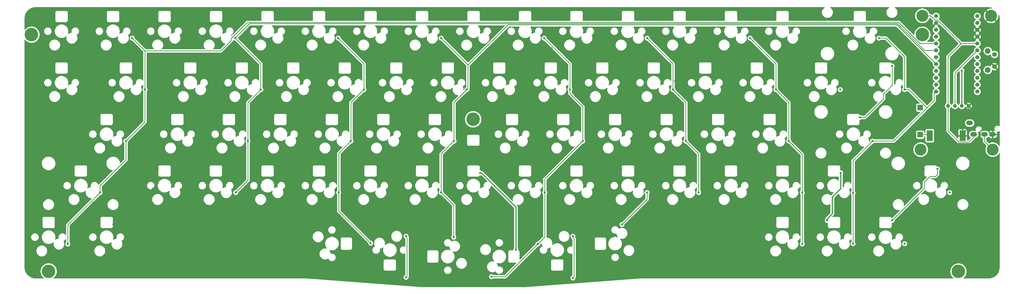
<source format=gtl>
G04 #@! TF.GenerationSoftware,KiCad,Pcbnew,5.1.5+dfsg1-2build2*
G04 #@! TF.CreationDate,2020-06-11T03:48:28+09:00*
G04 #@! TF.ProjectId,amatelus73,616d6174-656c-4757-9337-332e6b696361,rev?*
G04 #@! TF.SameCoordinates,Original*
G04 #@! TF.FileFunction,Copper,L1,Top*
G04 #@! TF.FilePolarity,Positive*
%FSLAX46Y46*%
G04 Gerber Fmt 4.6, Leading zero omitted, Abs format (unit mm)*
G04 Created by KiCad (PCBNEW 5.1.5+dfsg1-2build2) date 2020-06-11 03:48:28*
%MOMM*%
%LPD*%
G04 APERTURE LIST*
%ADD10C,2.100000*%
%ADD11C,1.750000*%
%ADD12C,0.700000*%
%ADD13C,4.400000*%
%ADD14C,5.000000*%
%ADD15O,2.500000X1.700000*%
%ADD16R,1.998980X1.998980*%
%ADD17C,1.397000*%
%ADD18R,2.200000X4.000000*%
%ADD19C,1.524000*%
%ADD20C,0.800000*%
%ADD21C,0.250000*%
%ADD22C,0.400000*%
%ADD23C,0.254000*%
G04 APERTURE END LIST*
D10*
X375970000Y-40660000D03*
D11*
X378460000Y-41910000D03*
X378460000Y-46410000D03*
D10*
X375970000Y-47670000D03*
D12*
X352956726Y-26455774D03*
X351790000Y-25972500D03*
X350623274Y-26455774D03*
X350140000Y-27622500D03*
X350623274Y-28789226D03*
X351790000Y-29272500D03*
X352956726Y-28789226D03*
X353440000Y-27622500D03*
D13*
X351790000Y-27622500D03*
D14*
X351790000Y-34607500D03*
D15*
X377763500Y-71505500D03*
X374763500Y-71505500D03*
X370763500Y-71505500D03*
X369263500Y-67305500D03*
D16*
X350964500Y-61610240D03*
X350964500Y-71612760D03*
D14*
X185610000Y-65913000D03*
X22225000Y-34607500D03*
X365125000Y-122238000D03*
D12*
X378356726Y-26455774D03*
X377190000Y-25972500D03*
X376023274Y-26455774D03*
X375540000Y-27622500D03*
X376023274Y-28789226D03*
X377190000Y-29272500D03*
X378356726Y-28789226D03*
X378840000Y-27622500D03*
D13*
X377190000Y-27622500D03*
D12*
X352321726Y-75985774D03*
X351155000Y-75502500D03*
X349988274Y-75985774D03*
X349505000Y-77152500D03*
X349988274Y-78319226D03*
X351155000Y-78802500D03*
X352321726Y-78319226D03*
X352805000Y-77152500D03*
D13*
X351155000Y-77152500D03*
D17*
X368935000Y-60960000D03*
X366395000Y-60960000D03*
X363855000Y-60960000D03*
X361315000Y-60960000D03*
D18*
X354516500Y-72009000D03*
X366716500Y-72009000D03*
D19*
X356881400Y-27749500D03*
X356881400Y-30289500D03*
X356881400Y-32829500D03*
X356881400Y-35369500D03*
X356881400Y-37909500D03*
X356881400Y-40449500D03*
X356881400Y-42989500D03*
X356881400Y-45529500D03*
X356881400Y-48069500D03*
X356881400Y-50609500D03*
X356881400Y-53149500D03*
X356881400Y-55689500D03*
X372101400Y-55689500D03*
X372101400Y-53149500D03*
X372101400Y-50609500D03*
X372101400Y-48069500D03*
X372101400Y-45529500D03*
X372101400Y-42989500D03*
X372101400Y-40449500D03*
X372101400Y-37909500D03*
X372101400Y-35369500D03*
X372101400Y-32829500D03*
X372101400Y-30289500D03*
X372101400Y-27749500D03*
D14*
X28575000Y-122174000D03*
D13*
X377825000Y-77152500D03*
D12*
X379475000Y-77152500D03*
X378991726Y-78319226D03*
X377825000Y-78802500D03*
X376658274Y-78319226D03*
X376175000Y-77152500D03*
X376658274Y-75985774D03*
X377825000Y-75502500D03*
X378991726Y-75985774D03*
D20*
X160782000Y-109156500D03*
X160782000Y-124396500D03*
X222504000Y-124650500D03*
X222504000Y-109156500D03*
X367030000Y-109537500D03*
X93980000Y-110172500D03*
X36830000Y-122237500D03*
X39370000Y-67627500D03*
X43180000Y-58737500D03*
X45720000Y-51752500D03*
X69215000Y-55562500D03*
X38100000Y-39052500D03*
X26035000Y-26987500D03*
X100330000Y-40322500D03*
X113030000Y-39687500D03*
X119380000Y-33337500D03*
X131445000Y-40322500D03*
X151130000Y-39687500D03*
X170180000Y-40322500D03*
X214630000Y-39687500D03*
X228600000Y-39687500D03*
X234315000Y-33337500D03*
X247015000Y-39687500D03*
X271780000Y-33337500D03*
X283845000Y-40322500D03*
X292100000Y-35242500D03*
X332740000Y-40322500D03*
X327660000Y-52387500D03*
X325120000Y-57467500D03*
X334010000Y-66040000D03*
X303530000Y-52387500D03*
X295275000Y-59372500D03*
X280670000Y-52387500D03*
X272415000Y-59372500D03*
X260350000Y-51752500D03*
X256540000Y-60007500D03*
X243205000Y-52387500D03*
X238125000Y-59372500D03*
X223520000Y-51752500D03*
X219075000Y-59372500D03*
X205105000Y-51752500D03*
X198755000Y-58737500D03*
X160655000Y-58737500D03*
X166370000Y-52387500D03*
X128270000Y-51752500D03*
X122555000Y-58737500D03*
X110490000Y-54292500D03*
X90170000Y-52387500D03*
X57785000Y-89852500D03*
X45085000Y-96837500D03*
X57785000Y-96202500D03*
X79375000Y-97472500D03*
X95250000Y-97472500D03*
X117475000Y-98107500D03*
X134620000Y-96837500D03*
X156210000Y-97472500D03*
X172720000Y-96837500D03*
X175895000Y-89852500D03*
X194310000Y-97472500D03*
X208915000Y-96837500D03*
X215265000Y-90487500D03*
X214630000Y-96837500D03*
X229870000Y-97472500D03*
X246380000Y-96202500D03*
X266700000Y-97472500D03*
X286385000Y-96837500D03*
X290830000Y-89217500D03*
X302895000Y-97472500D03*
X311150000Y-91757500D03*
X275590000Y-102552500D03*
X257175000Y-102552500D03*
X207010000Y-117792500D03*
X144145000Y-116522500D03*
X320675000Y-26352500D03*
X308610000Y-25717500D03*
X345440000Y-75882500D03*
X356235000Y-96202500D03*
X324485000Y-97472500D03*
X337185000Y-93027500D03*
X307340000Y-33337500D03*
X137795000Y-89852500D03*
X98425000Y-89217500D03*
X55880000Y-40322500D03*
X180975000Y-65087500D03*
X158115000Y-33337500D03*
X194945000Y-32702500D03*
X41275000Y-63182500D03*
X141605000Y-49847500D03*
X339725000Y-116522500D03*
X316865000Y-33337500D03*
X127000000Y-114617500D03*
X135890000Y-107632500D03*
X252730000Y-89852500D03*
X233414000Y-109419000D03*
X240388000Y-84276500D03*
X344805000Y-35242500D03*
X260985000Y-78422500D03*
X283210000Y-78422500D03*
X302260000Y-78422500D03*
X314325000Y-72707500D03*
X335280000Y-70802500D03*
X364490000Y-87947500D03*
X344805000Y-26352500D03*
X330835000Y-25082500D03*
X285750000Y-71437500D03*
X304800000Y-70167500D03*
X213360000Y-116522500D03*
X151130000Y-116522500D03*
X352306000Y-84276500D03*
X68937500Y-84276500D03*
X52538000Y-104826000D03*
X359410000Y-40957500D03*
X350520000Y-45402500D03*
X351155000Y-53022500D03*
X368935000Y-46037500D03*
X369570000Y-53657500D03*
X359410000Y-51752500D03*
X353695000Y-58102500D03*
X363220000Y-37782500D03*
X367665000Y-40322500D03*
X363220000Y-45402500D03*
X365125000Y-51752500D03*
X364490000Y-28575000D03*
X185420000Y-71120000D03*
X316588000Y-103314500D03*
X321588000Y-85776500D03*
X201410000Y-114181000D03*
X188238000Y-85776500D03*
X366395000Y-47942500D03*
X340614000Y-46164500D03*
X328676000Y-65214500D03*
X340614000Y-103314500D03*
X357378000Y-84264500D03*
X57150000Y-73977500D03*
X47625000Y-93027500D03*
X64235000Y-54927500D03*
X59472500Y-35877500D03*
X35660000Y-112078000D03*
X107072000Y-54927500D03*
X102310000Y-73977500D03*
X97790000Y-93027500D03*
X97547500Y-35877500D03*
X135673000Y-35877500D03*
X145197000Y-54927500D03*
X140435000Y-73977500D03*
X135890000Y-93027500D03*
X147696000Y-111760000D03*
X178435000Y-109537500D03*
X173773000Y-35877500D03*
X183272000Y-54927500D03*
X178535000Y-73977500D03*
X173773000Y-93027500D03*
X192405000Y-124142500D03*
X209550000Y-112077500D03*
X212090000Y-93027500D03*
X226160000Y-73977500D03*
X221397000Y-54927500D03*
X211873000Y-35877500D03*
X240665000Y-104838500D03*
X249973000Y-35877500D03*
X259497000Y-54927500D03*
X264260000Y-73977500D03*
X269023000Y-93027500D03*
X249973000Y-93027500D03*
X307340000Y-112077500D03*
X307340000Y-93027500D03*
X288073000Y-35877500D03*
X297597000Y-54927500D03*
X302360000Y-73977500D03*
X326136000Y-93154500D03*
X326136000Y-111950500D03*
X333375000Y-73977500D03*
X321410000Y-54927500D03*
X335697000Y-35877500D03*
X345223000Y-54927500D03*
X361891000Y-93027500D03*
X345223000Y-111950500D03*
D21*
X161181999Y-109556499D02*
X160782000Y-109156500D01*
X161181999Y-123996501D02*
X161181999Y-109556499D01*
X160782000Y-124396500D02*
X161181999Y-123996501D01*
X222974001Y-124180499D02*
X222504000Y-124650500D01*
X222974001Y-110192186D02*
X222974001Y-124180499D01*
X222504000Y-109722185D02*
X222974001Y-110192186D01*
X222504000Y-109156500D02*
X222504000Y-109722185D01*
D22*
X366716500Y-66036000D02*
X368935000Y-63817500D01*
X366716500Y-72009000D02*
X366716500Y-66036000D01*
X239898000Y-84276500D02*
X240388000Y-84276500D01*
X233414000Y-90760500D02*
X239898000Y-84276500D01*
X233414000Y-109419000D02*
X233414000Y-90760500D01*
X372083499Y-68405499D02*
X374263499Y-68405499D01*
X370879998Y-69609000D02*
X372083499Y-68405499D01*
X368216500Y-69609000D02*
X370879998Y-69609000D01*
X377363500Y-71505500D02*
X377763500Y-71505500D01*
X366716500Y-71109000D02*
X368216500Y-69609000D01*
X366716500Y-72009000D02*
X366716500Y-71109000D01*
X373113490Y-70539510D02*
X374755500Y-68897500D01*
X373113490Y-73609010D02*
X373113490Y-70539510D01*
X371863489Y-74859011D02*
X373113490Y-73609010D01*
X360913489Y-74859011D02*
X371863489Y-74859011D01*
X352306000Y-83466500D02*
X360913489Y-74859011D01*
X352306000Y-84276500D02*
X352306000Y-83466500D01*
X374263499Y-68405499D02*
X374755500Y-68897500D01*
X374755500Y-68897500D02*
X377363500Y-71505500D01*
X68937500Y-89726500D02*
X68937500Y-84276500D01*
X53838000Y-104826000D02*
X68937500Y-89726500D01*
X52538000Y-104826000D02*
X53838000Y-104826000D01*
X368935000Y-63817500D02*
X368935000Y-60960000D01*
D21*
X354120260Y-71612760D02*
X354516500Y-72009000D01*
X350964500Y-71612760D02*
X354120260Y-71612760D01*
D22*
X351496700Y-79144200D02*
X351155000Y-78802500D01*
X351496700Y-79144200D02*
X352321700Y-78319200D01*
X352321700Y-78319200D02*
X352805000Y-77835900D01*
X352805000Y-77835900D02*
X352805000Y-77152500D01*
X352321726Y-75985774D02*
X351155000Y-77152500D01*
X321588000Y-91530474D02*
X321588000Y-85776500D01*
X318448001Y-94670473D02*
X321588000Y-91530474D01*
X318448001Y-100888814D02*
X318448001Y-94670473D01*
X316588000Y-102748815D02*
X318448001Y-100888814D01*
X316588000Y-103314500D02*
X316588000Y-102748815D01*
X201410000Y-98458500D02*
X201410000Y-114181000D01*
X188728000Y-85776500D02*
X201410000Y-98458500D01*
X188238000Y-85776500D02*
X188728000Y-85776500D01*
X366395000Y-60960000D02*
X366395000Y-47942500D01*
D21*
X374763500Y-74091000D02*
X374763500Y-71505500D01*
X377825000Y-77152500D02*
X374763500Y-74091000D01*
X363855000Y-48695900D02*
X372101400Y-40449500D01*
X363855000Y-60960000D02*
X363855000Y-48695900D01*
X361315000Y-70292502D02*
X361315000Y-49847500D01*
X365356499Y-74334001D02*
X361315000Y-70292502D01*
X369034999Y-74334001D02*
X365356499Y-74334001D01*
X370763500Y-71505500D02*
X370763500Y-72605500D01*
X370763500Y-72605500D02*
X369034999Y-74334001D01*
X356417994Y-29139225D02*
X354901269Y-27622500D01*
X354901269Y-27622500D02*
X351790000Y-27622500D01*
X357339887Y-29139225D02*
X356417994Y-29139225D01*
X366110162Y-37909500D02*
X357339887Y-29139225D01*
X372101400Y-37909500D02*
X366110162Y-37909500D01*
X366110162Y-37909500D02*
X361315000Y-42704662D01*
X361315000Y-42704662D02*
X361315000Y-49847500D01*
X361315000Y-49847500D02*
X361315000Y-46983270D01*
X337423001Y-58343501D02*
X330552002Y-65214500D01*
X337423001Y-56534473D02*
X337423001Y-58343501D01*
X340614000Y-46164500D02*
X340614000Y-53343474D01*
X340614000Y-53343474D02*
X337423001Y-56534473D01*
X330552002Y-65214500D02*
X328676000Y-65214500D01*
X352487099Y-89155401D02*
X354584000Y-87058500D01*
X340614000Y-103314500D02*
X352487099Y-91441401D01*
X352487099Y-91441401D02*
X352487099Y-89155401D01*
X354584000Y-87058500D02*
X356616000Y-87058500D01*
X357378000Y-86296500D02*
X357378000Y-84264500D01*
X356616000Y-87058500D02*
X357378000Y-86296500D01*
X93038800Y-39837202D02*
X93823502Y-39052500D01*
X64235000Y-66892500D02*
X57150000Y-73977500D01*
X64235000Y-54927500D02*
X64235000Y-66892500D01*
X47625000Y-90458674D02*
X47625000Y-93027500D01*
X57150000Y-80933674D02*
X47625000Y-90458674D01*
X57150000Y-73977500D02*
X57150000Y-80933674D01*
X92710000Y-40166002D02*
X93823502Y-39052500D01*
X59472500Y-35877500D02*
X59497500Y-35877500D01*
X64235000Y-40615000D02*
X64235000Y-54927500D01*
X59497500Y-35877500D02*
X64235000Y-40615000D01*
X92261002Y-40615000D02*
X92710000Y-40166002D01*
X64235000Y-40615000D02*
X92261002Y-40615000D01*
X92624402Y-40251600D02*
X92710000Y-40166002D01*
X96122501Y-36753501D02*
X96122501Y-36019599D01*
X93823502Y-39052500D02*
X96122501Y-36753501D01*
X35660000Y-104992500D02*
X47625000Y-93027500D01*
X35660000Y-112078000D02*
X35660000Y-104992500D01*
X102087001Y-30055099D02*
X101344600Y-30797500D01*
X96122501Y-36019599D02*
X101344600Y-30797500D01*
X101344600Y-30797500D02*
X101600000Y-30542100D01*
X356881400Y-37909500D02*
X350910998Y-37909500D01*
X343056597Y-30055099D02*
X102087001Y-30055099D01*
X350910998Y-37909500D02*
X343056597Y-30055099D01*
X102310000Y-88507500D02*
X102310000Y-73977500D01*
X97790000Y-93027500D02*
X102310000Y-88507500D01*
X102310000Y-59689500D02*
X107072000Y-54927500D01*
X102310000Y-73977500D02*
X102310000Y-59689500D01*
X97597500Y-35877500D02*
X97572500Y-35877500D01*
X107072000Y-45352000D02*
X97597500Y-35877500D01*
X107072000Y-54927500D02*
X107072000Y-45352000D01*
X97547500Y-35877500D02*
X101600000Y-31825000D01*
X342505090Y-30518190D02*
X340360000Y-30518190D01*
X352552000Y-40449500D02*
X342620690Y-30518190D01*
X342620690Y-30518190D02*
X340360000Y-30518190D01*
X356881400Y-40449500D02*
X352552000Y-40449500D01*
X102627500Y-30797500D02*
X101600000Y-31825000D01*
X102919891Y-30505109D02*
X101600000Y-31825000D01*
X339750109Y-30505109D02*
X102919891Y-30505109D01*
X340360000Y-30518190D02*
X339763190Y-30518190D01*
X339763190Y-30518190D02*
X339750109Y-30505109D01*
X135890000Y-99979000D02*
X135890000Y-93027500D01*
X147671000Y-111760000D02*
X135890000Y-99979000D01*
X147696000Y-111760000D02*
X147671000Y-111760000D01*
X140410000Y-73977500D02*
X140435000Y-73977500D01*
X135890000Y-78497500D02*
X140410000Y-73977500D01*
X135890000Y-93027500D02*
X135890000Y-78497500D01*
X145172000Y-54927500D02*
X145197000Y-54927500D01*
X140435000Y-59664500D02*
X145172000Y-54927500D01*
X140435000Y-73977500D02*
X140435000Y-59664500D01*
X135698000Y-35877500D02*
X135673000Y-35877500D01*
X145197000Y-45376500D02*
X135698000Y-35877500D01*
X145197000Y-54927500D02*
X145197000Y-45376500D01*
X173798000Y-93027500D02*
X173773000Y-93027500D01*
X178435000Y-97664500D02*
X173798000Y-93027500D01*
X178435000Y-109537500D02*
X178435000Y-97664500D01*
X178510000Y-73977500D02*
X178535000Y-73977500D01*
X173773000Y-78714500D02*
X178510000Y-73977500D01*
X173773000Y-93027500D02*
X173773000Y-78714500D01*
X178535000Y-59664500D02*
X183272000Y-54927500D01*
X178535000Y-73977500D02*
X178535000Y-59664500D01*
X183671999Y-54527501D02*
X183671999Y-45880501D01*
X183272000Y-54927500D02*
X183671999Y-54527501D01*
X198584300Y-30968200D02*
X201295000Y-30968200D01*
X183671999Y-45880501D02*
X198584300Y-30968200D01*
X201295000Y-30968200D02*
X200346800Y-30968200D01*
X173798000Y-35877500D02*
X173773000Y-35877500D01*
X183671999Y-45751499D02*
X173798000Y-35877500D01*
X183671999Y-45880501D02*
X183671999Y-45751499D01*
X342320100Y-30968200D02*
X356881400Y-45529500D01*
X201295000Y-30968200D02*
X342320100Y-30968200D01*
X221397000Y-45376500D02*
X221397000Y-54927500D01*
X211898000Y-35877500D02*
X221397000Y-45376500D01*
X211873000Y-35877500D02*
X211898000Y-35877500D01*
X226160000Y-61190500D02*
X226160000Y-73977500D01*
X221397000Y-56427500D02*
X226160000Y-61190500D01*
X221397000Y-54927500D02*
X221397000Y-56427500D01*
X212090000Y-109537500D02*
X212090000Y-93027500D01*
X197485000Y-124142500D02*
X212090000Y-109537500D01*
X192405000Y-124142500D02*
X197485000Y-124142500D01*
X226135000Y-73977500D02*
X226160000Y-73977500D01*
X212090000Y-88022500D02*
X226135000Y-73977500D01*
X212090000Y-93027500D02*
X212090000Y-88022500D01*
X264285000Y-73977500D02*
X264260000Y-73977500D01*
X269023000Y-78715500D02*
X264285000Y-73977500D01*
X269023000Y-93027500D02*
X269023000Y-78715500D01*
X259522000Y-54927500D02*
X259497000Y-54927500D01*
X264260000Y-59665500D02*
X259522000Y-54927500D01*
X264260000Y-73977500D02*
X264260000Y-59665500D01*
X249998000Y-35877500D02*
X249973000Y-35877500D01*
X259497000Y-45376500D02*
X249998000Y-35877500D01*
X259497000Y-54927500D02*
X259497000Y-45376500D01*
X249973000Y-95530500D02*
X249973000Y-93027500D01*
X240665000Y-104838500D02*
X249973000Y-95530500D01*
X307340000Y-112077500D02*
X307340000Y-93027500D01*
X302385000Y-73977500D02*
X302360000Y-73977500D01*
X307340000Y-78932500D02*
X302385000Y-73977500D01*
X307340000Y-93027500D02*
X307340000Y-78932500D01*
X288098000Y-35877500D02*
X288073000Y-35877500D01*
X297597000Y-45376500D02*
X288098000Y-35877500D01*
X297597000Y-54927500D02*
X297597000Y-45376500D01*
X302360000Y-59665500D02*
X297622000Y-54927500D01*
X297622000Y-54927500D02*
X297597000Y-54927500D01*
X302360000Y-73977500D02*
X302360000Y-59665500D01*
X341191998Y-73977500D02*
X333375000Y-73977500D01*
X326136000Y-111950500D02*
X326136000Y-93154500D01*
X326136000Y-81216500D02*
X333375000Y-73977500D01*
X326136000Y-93154500D02*
X326136000Y-81216500D01*
X338266974Y-35877500D02*
X335697000Y-35877500D01*
X345223000Y-42833526D02*
X338266974Y-35877500D01*
X345223000Y-54927500D02*
X345223000Y-42833526D01*
X353510998Y-61658500D02*
X341191998Y-73977500D01*
X353479000Y-61658500D02*
X353510998Y-61658500D01*
X345223000Y-54927500D02*
X346748000Y-54927500D01*
X346748000Y-54927500D02*
X353479000Y-61658500D01*
X356119401Y-59050097D02*
X353891998Y-61277500D01*
X356119401Y-56451499D02*
X356119401Y-59050097D01*
X356881400Y-55689500D02*
X356119401Y-56451499D01*
X354399998Y-60769500D02*
X353891998Y-61277500D01*
X353891998Y-61277500D02*
X353510998Y-61658500D01*
D23*
G36*
X315297718Y-24675496D02*
G01*
X314996996Y-24976218D01*
X314760719Y-25329830D01*
X314597970Y-25722743D01*
X314515000Y-26139857D01*
X314515000Y-26565143D01*
X314597970Y-26982257D01*
X314760719Y-27375170D01*
X314996996Y-27728782D01*
X315297718Y-28029504D01*
X315651330Y-28265781D01*
X316044243Y-28428530D01*
X316461357Y-28511500D01*
X316886643Y-28511500D01*
X317303757Y-28428530D01*
X317696670Y-28265781D01*
X318050282Y-28029504D01*
X318351004Y-27728782D01*
X318587281Y-27375170D01*
X318750030Y-26982257D01*
X318833000Y-26565143D01*
X318833000Y-26139857D01*
X318750030Y-25722743D01*
X318587281Y-25329830D01*
X318351004Y-24976218D01*
X318050282Y-24675496D01*
X317821308Y-24522500D01*
X339402692Y-24522500D01*
X339173718Y-24675496D01*
X338872996Y-24976218D01*
X338636719Y-25329830D01*
X338473970Y-25722743D01*
X338391000Y-26139857D01*
X338391000Y-26565143D01*
X338473970Y-26982257D01*
X338636719Y-27375170D01*
X338872996Y-27728782D01*
X339173718Y-28029504D01*
X339527330Y-28265781D01*
X339920243Y-28428530D01*
X340337357Y-28511500D01*
X340762643Y-28511500D01*
X341179757Y-28428530D01*
X341572670Y-28265781D01*
X341926282Y-28029504D01*
X342227004Y-27728782D01*
X342463281Y-27375170D01*
X342476491Y-27343277D01*
X348955000Y-27343277D01*
X348955000Y-27901723D01*
X349063948Y-28449439D01*
X349277656Y-28965376D01*
X349587912Y-29429707D01*
X349982793Y-29824588D01*
X350447124Y-30134844D01*
X350963061Y-30348552D01*
X351510777Y-30457500D01*
X352069223Y-30457500D01*
X352616939Y-30348552D01*
X353132876Y-30134844D01*
X353597207Y-29824588D01*
X353992088Y-29429707D01*
X354302344Y-28965376D01*
X354516052Y-28449439D01*
X354529367Y-28382500D01*
X354586468Y-28382500D01*
X355752949Y-29548982D01*
X355675744Y-29570520D01*
X355558644Y-29819548D01*
X355492377Y-30086635D01*
X355479490Y-30361517D01*
X355520478Y-30633633D01*
X355613764Y-30892523D01*
X355675744Y-31008480D01*
X355915835Y-31075460D01*
X356701795Y-30289500D01*
X356687653Y-30275358D01*
X356867258Y-30095753D01*
X356881400Y-30109895D01*
X356895543Y-30095753D01*
X357075148Y-30275358D01*
X357061005Y-30289500D01*
X357846965Y-31075460D01*
X358087056Y-31008480D01*
X358102179Y-30976318D01*
X365035360Y-37909500D01*
X360804003Y-42140858D01*
X360774999Y-42164661D01*
X360747186Y-42198552D01*
X360680026Y-42280386D01*
X360654697Y-42327773D01*
X360609454Y-42412416D01*
X360565997Y-42555677D01*
X360555000Y-42667330D01*
X360555000Y-42667340D01*
X360551324Y-42704662D01*
X360555000Y-42741985D01*
X360555001Y-46945937D01*
X360555000Y-49884832D01*
X360555001Y-49884842D01*
X360555001Y-59864029D01*
X360464943Y-59924203D01*
X360279203Y-60109943D01*
X360133268Y-60328351D01*
X360032746Y-60571032D01*
X359981500Y-60828662D01*
X359981500Y-61091338D01*
X360032746Y-61348968D01*
X360133268Y-61591649D01*
X360279203Y-61810057D01*
X360464943Y-61995797D01*
X360555000Y-62055971D01*
X360555000Y-70255180D01*
X360551324Y-70292502D01*
X360555000Y-70329824D01*
X360555000Y-70329834D01*
X360565997Y-70441487D01*
X360597472Y-70545248D01*
X360609454Y-70584748D01*
X360680026Y-70716778D01*
X360712623Y-70756497D01*
X360774999Y-70832503D01*
X360804003Y-70856306D01*
X364792700Y-74845004D01*
X364816498Y-74874002D01*
X364932223Y-74968975D01*
X365064252Y-75039547D01*
X365207513Y-75083004D01*
X365319166Y-75094001D01*
X365319174Y-75094001D01*
X365356499Y-75097677D01*
X365393824Y-75094001D01*
X368997677Y-75094001D01*
X369034999Y-75097677D01*
X369072321Y-75094001D01*
X369072332Y-75094001D01*
X369183985Y-75083004D01*
X369327246Y-75039547D01*
X369459275Y-74968975D01*
X369575000Y-74874002D01*
X369598803Y-74844998D01*
X371274503Y-73169299D01*
X371303501Y-73145501D01*
X371398474Y-73029776D01*
X371429638Y-72971473D01*
X371454611Y-72969013D01*
X371734534Y-72884099D01*
X371992514Y-72746206D01*
X372218634Y-72560634D01*
X372404206Y-72334514D01*
X372542099Y-72076534D01*
X372627013Y-71796611D01*
X372655685Y-71505500D01*
X372627013Y-71214389D01*
X372542099Y-70934466D01*
X372404206Y-70676486D01*
X372361565Y-70624528D01*
X372441863Y-70640500D01*
X372685137Y-70640500D01*
X372923736Y-70593040D01*
X373148492Y-70499943D01*
X373350767Y-70364787D01*
X373522787Y-70192767D01*
X373657943Y-69990492D01*
X373751040Y-69765736D01*
X373798500Y-69527137D01*
X373798500Y-69283863D01*
X373751040Y-69045264D01*
X373657943Y-68820508D01*
X373522787Y-68618233D01*
X373350767Y-68446213D01*
X373148492Y-68311057D01*
X372923736Y-68217960D01*
X372685137Y-68170500D01*
X372441863Y-68170500D01*
X372203264Y-68217960D01*
X371978508Y-68311057D01*
X371776233Y-68446213D01*
X371604213Y-68618233D01*
X371469057Y-68820508D01*
X371375960Y-69045264D01*
X371328500Y-69283863D01*
X371328500Y-69527137D01*
X371375960Y-69765736D01*
X371469057Y-69990492D01*
X371515884Y-70060574D01*
X371454611Y-70041987D01*
X371236450Y-70020500D01*
X370290550Y-70020500D01*
X370072389Y-70041987D01*
X369792466Y-70126901D01*
X369534486Y-70264794D01*
X369308366Y-70450366D01*
X369122794Y-70676486D01*
X368984901Y-70934466D01*
X368899987Y-71214389D01*
X368871315Y-71505500D01*
X368899987Y-71796611D01*
X368984901Y-72076534D01*
X369122794Y-72334514D01*
X369308366Y-72560634D01*
X369534486Y-72746206D01*
X369543288Y-72750911D01*
X368720198Y-73574001D01*
X368453792Y-73574001D01*
X368451500Y-72294750D01*
X368292750Y-72136000D01*
X366843500Y-72136000D01*
X366843500Y-72156000D01*
X366589500Y-72156000D01*
X366589500Y-72136000D01*
X365140250Y-72136000D01*
X364981500Y-72294750D01*
X364980446Y-72883146D01*
X362106300Y-70009000D01*
X364978428Y-70009000D01*
X364981500Y-71723250D01*
X365140250Y-71882000D01*
X366589500Y-71882000D01*
X366589500Y-69532750D01*
X366843500Y-69532750D01*
X366843500Y-71882000D01*
X368292750Y-71882000D01*
X368451500Y-71723250D01*
X368454572Y-70009000D01*
X368442312Y-69884518D01*
X368406002Y-69764820D01*
X368347037Y-69654506D01*
X368267685Y-69557815D01*
X368170994Y-69478463D01*
X368060680Y-69419498D01*
X367940982Y-69383188D01*
X367816500Y-69370928D01*
X367002250Y-69374000D01*
X366843500Y-69532750D01*
X366589500Y-69532750D01*
X366430750Y-69374000D01*
X365616500Y-69370928D01*
X365492018Y-69383188D01*
X365372320Y-69419498D01*
X365262006Y-69478463D01*
X365165315Y-69557815D01*
X365085963Y-69654506D01*
X365026998Y-69764820D01*
X364990688Y-69884518D01*
X364978428Y-70009000D01*
X362106300Y-70009000D01*
X362075000Y-69977701D01*
X362075000Y-67305500D01*
X367371315Y-67305500D01*
X367399987Y-67596611D01*
X367484901Y-67876534D01*
X367622794Y-68134514D01*
X367808366Y-68360634D01*
X368034486Y-68546206D01*
X368292466Y-68684099D01*
X368572389Y-68769013D01*
X368790550Y-68790500D01*
X369736450Y-68790500D01*
X369954611Y-68769013D01*
X370234534Y-68684099D01*
X370492514Y-68546206D01*
X370718634Y-68360634D01*
X370904206Y-68134514D01*
X371042099Y-67876534D01*
X371127013Y-67596611D01*
X371155685Y-67305500D01*
X371127013Y-67014389D01*
X371042099Y-66734466D01*
X370904206Y-66476486D01*
X370718634Y-66250366D01*
X370492514Y-66064794D01*
X370234534Y-65926901D01*
X369954611Y-65841987D01*
X369736450Y-65820500D01*
X368790550Y-65820500D01*
X368572389Y-65841987D01*
X368292466Y-65926901D01*
X368034486Y-66064794D01*
X367808366Y-66250366D01*
X367622794Y-66476486D01*
X367484901Y-66734466D01*
X367399987Y-67014389D01*
X367371315Y-67305500D01*
X362075000Y-67305500D01*
X362075000Y-62055971D01*
X362165057Y-61995797D01*
X362350797Y-61810057D01*
X362496732Y-61591649D01*
X362585000Y-61378552D01*
X362673268Y-61591649D01*
X362819203Y-61810057D01*
X363004943Y-61995797D01*
X363223351Y-62141732D01*
X363466032Y-62242254D01*
X363723662Y-62293500D01*
X363986338Y-62293500D01*
X364243968Y-62242254D01*
X364486649Y-62141732D01*
X364705057Y-61995797D01*
X364890797Y-61810057D01*
X365036732Y-61591649D01*
X365125000Y-61378552D01*
X365213268Y-61591649D01*
X365359203Y-61810057D01*
X365544943Y-61995797D01*
X365763351Y-62141732D01*
X366006032Y-62242254D01*
X366263662Y-62293500D01*
X366526338Y-62293500D01*
X366783968Y-62242254D01*
X367026649Y-62141732D01*
X367245057Y-61995797D01*
X367360657Y-61880197D01*
X368194408Y-61880197D01*
X368253686Y-62113812D01*
X368491875Y-62224559D01*
X368747093Y-62286711D01*
X369009533Y-62297876D01*
X369269107Y-62257629D01*
X369515842Y-62167514D01*
X369616314Y-62113812D01*
X369675592Y-61880197D01*
X368935000Y-61139605D01*
X368194408Y-61880197D01*
X367360657Y-61880197D01*
X367430797Y-61810057D01*
X367576732Y-61591649D01*
X367666707Y-61374430D01*
X367727486Y-61540842D01*
X367781188Y-61641314D01*
X368014803Y-61700592D01*
X368755395Y-60960000D01*
X369114605Y-60960000D01*
X369855197Y-61700592D01*
X370088812Y-61641314D01*
X370199559Y-61403125D01*
X370261711Y-61147907D01*
X370272876Y-60885467D01*
X370232629Y-60625893D01*
X370142514Y-60379158D01*
X370088812Y-60278686D01*
X369855197Y-60219408D01*
X369114605Y-60960000D01*
X368755395Y-60960000D01*
X368014803Y-60219408D01*
X367781188Y-60278686D01*
X367670441Y-60516875D01*
X367664658Y-60540622D01*
X367576732Y-60328351D01*
X367430797Y-60109943D01*
X367360657Y-60039803D01*
X368194408Y-60039803D01*
X368935000Y-60780395D01*
X369675592Y-60039803D01*
X369616314Y-59806188D01*
X369378125Y-59695441D01*
X369122907Y-59633289D01*
X368860467Y-59622124D01*
X368600893Y-59662371D01*
X368354158Y-59752486D01*
X368253686Y-59806188D01*
X368194408Y-60039803D01*
X367360657Y-60039803D01*
X367245057Y-59924203D01*
X367230000Y-59914142D01*
X367230000Y-48555785D01*
X367312205Y-48432756D01*
X367390226Y-48244398D01*
X367430000Y-48044439D01*
X367430000Y-47840561D01*
X367390226Y-47640602D01*
X367312205Y-47452244D01*
X367198937Y-47282726D01*
X367054774Y-47138563D01*
X366885256Y-47025295D01*
X366696898Y-46947274D01*
X366681492Y-46944210D01*
X370704400Y-42921302D01*
X370704400Y-43127092D01*
X370758086Y-43396990D01*
X370863395Y-43651227D01*
X371016280Y-43880035D01*
X371210865Y-44074620D01*
X371439673Y-44227505D01*
X371516915Y-44259500D01*
X371439673Y-44291495D01*
X371210865Y-44444380D01*
X371016280Y-44638965D01*
X370863395Y-44867773D01*
X370758086Y-45122010D01*
X370704400Y-45391908D01*
X370704400Y-45667092D01*
X370758086Y-45936990D01*
X370863395Y-46191227D01*
X371016280Y-46420035D01*
X371210865Y-46614620D01*
X371439673Y-46767505D01*
X371516915Y-46799500D01*
X371439673Y-46831495D01*
X371210865Y-46984380D01*
X371016280Y-47178965D01*
X370863395Y-47407773D01*
X370758086Y-47662010D01*
X370704400Y-47931908D01*
X370704400Y-48207092D01*
X370758086Y-48476990D01*
X370863395Y-48731227D01*
X371016280Y-48960035D01*
X371210865Y-49154620D01*
X371439673Y-49307505D01*
X371516915Y-49339500D01*
X371439673Y-49371495D01*
X371210865Y-49524380D01*
X371016280Y-49718965D01*
X370863395Y-49947773D01*
X370758086Y-50202010D01*
X370704400Y-50471908D01*
X370704400Y-50747092D01*
X370758086Y-51016990D01*
X370863395Y-51271227D01*
X371016280Y-51500035D01*
X371210865Y-51694620D01*
X371439673Y-51847505D01*
X371516915Y-51879500D01*
X371439673Y-51911495D01*
X371210865Y-52064380D01*
X371016280Y-52258965D01*
X370863395Y-52487773D01*
X370758086Y-52742010D01*
X370704400Y-53011908D01*
X370704400Y-53287092D01*
X370758086Y-53556990D01*
X370863395Y-53811227D01*
X371016280Y-54040035D01*
X371210865Y-54234620D01*
X371439673Y-54387505D01*
X371516915Y-54419500D01*
X371439673Y-54451495D01*
X371210865Y-54604380D01*
X371016280Y-54798965D01*
X370863395Y-55027773D01*
X370758086Y-55282010D01*
X370704400Y-55551908D01*
X370704400Y-55827092D01*
X370758086Y-56096990D01*
X370863395Y-56351227D01*
X371016280Y-56580035D01*
X371210865Y-56774620D01*
X371439673Y-56927505D01*
X371693910Y-57032814D01*
X371963808Y-57086500D01*
X372238992Y-57086500D01*
X372508890Y-57032814D01*
X372763127Y-56927505D01*
X372991935Y-56774620D01*
X373186520Y-56580035D01*
X373339405Y-56351227D01*
X373444714Y-56096990D01*
X373498400Y-55827092D01*
X373498400Y-55551908D01*
X373444714Y-55282010D01*
X373339405Y-55027773D01*
X373186520Y-54798965D01*
X372991935Y-54604380D01*
X372763127Y-54451495D01*
X372685885Y-54419500D01*
X372763127Y-54387505D01*
X372991935Y-54234620D01*
X373186520Y-54040035D01*
X373339405Y-53811227D01*
X373444714Y-53556990D01*
X373498400Y-53287092D01*
X373498400Y-53011908D01*
X373444714Y-52742010D01*
X373339405Y-52487773D01*
X373186520Y-52258965D01*
X372991935Y-52064380D01*
X372763127Y-51911495D01*
X372685885Y-51879500D01*
X372763127Y-51847505D01*
X372991935Y-51694620D01*
X373186520Y-51500035D01*
X373339405Y-51271227D01*
X373444714Y-51016990D01*
X373498400Y-50747092D01*
X373498400Y-50471908D01*
X373444714Y-50202010D01*
X373339405Y-49947773D01*
X373186520Y-49718965D01*
X372991935Y-49524380D01*
X372763127Y-49371495D01*
X372685885Y-49339500D01*
X372763127Y-49307505D01*
X372991935Y-49154620D01*
X373186520Y-48960035D01*
X373339405Y-48731227D01*
X373444714Y-48476990D01*
X373498400Y-48207092D01*
X373498400Y-47931908D01*
X373444714Y-47662010D01*
X373379282Y-47504042D01*
X374285000Y-47504042D01*
X374285000Y-47835958D01*
X374349754Y-48161496D01*
X374476772Y-48468147D01*
X374661175Y-48744125D01*
X374895875Y-48978825D01*
X375171853Y-49163228D01*
X375478504Y-49290246D01*
X375804042Y-49355000D01*
X376135958Y-49355000D01*
X376461496Y-49290246D01*
X376768147Y-49163228D01*
X377044125Y-48978825D01*
X377278825Y-48744125D01*
X377463228Y-48468147D01*
X377590246Y-48161496D01*
X377655000Y-47835958D01*
X377655000Y-47648517D01*
X377674025Y-47707868D01*
X377942329Y-47836267D01*
X378230526Y-47909855D01*
X378527543Y-47925804D01*
X378821963Y-47883501D01*
X379102474Y-47784572D01*
X379245975Y-47707868D01*
X379326635Y-47456240D01*
X378460000Y-46589605D01*
X378445858Y-46603748D01*
X378266253Y-46424143D01*
X378280395Y-46410000D01*
X378639605Y-46410000D01*
X379506240Y-47276635D01*
X379757868Y-47195975D01*
X379886267Y-46927671D01*
X379959855Y-46639474D01*
X379975804Y-46342457D01*
X379933501Y-46048037D01*
X379834572Y-45767526D01*
X379757868Y-45624025D01*
X379506240Y-45543365D01*
X378639605Y-46410000D01*
X378280395Y-46410000D01*
X377413760Y-45543365D01*
X377162132Y-45624025D01*
X377033733Y-45892329D01*
X376960145Y-46180526D01*
X376953689Y-46300748D01*
X376768147Y-46176772D01*
X376461496Y-46049754D01*
X376135958Y-45985000D01*
X375804042Y-45985000D01*
X375478504Y-46049754D01*
X375171853Y-46176772D01*
X374895875Y-46361175D01*
X374661175Y-46595875D01*
X374476772Y-46871853D01*
X374349754Y-47178504D01*
X374285000Y-47504042D01*
X373379282Y-47504042D01*
X373339405Y-47407773D01*
X373186520Y-47178965D01*
X372991935Y-46984380D01*
X372763127Y-46831495D01*
X372685885Y-46799500D01*
X372763127Y-46767505D01*
X372991935Y-46614620D01*
X373186520Y-46420035D01*
X373339405Y-46191227D01*
X373444714Y-45936990D01*
X373498400Y-45667092D01*
X373498400Y-45391908D01*
X373492802Y-45363760D01*
X377593365Y-45363760D01*
X378460000Y-46230395D01*
X379326635Y-45363760D01*
X379245975Y-45112132D01*
X378977671Y-44983733D01*
X378689474Y-44910145D01*
X378392457Y-44894196D01*
X378098037Y-44936499D01*
X377817526Y-45035428D01*
X377674025Y-45112132D01*
X377593365Y-45363760D01*
X373492802Y-45363760D01*
X373444714Y-45122010D01*
X373339405Y-44867773D01*
X373186520Y-44638965D01*
X372991935Y-44444380D01*
X372763127Y-44291495D01*
X372685885Y-44259500D01*
X372763127Y-44227505D01*
X372991935Y-44074620D01*
X373186520Y-43880035D01*
X373339405Y-43651227D01*
X373444714Y-43396990D01*
X373498400Y-43127092D01*
X373498400Y-42851908D01*
X373444714Y-42582010D01*
X373339405Y-42327773D01*
X373186520Y-42098965D01*
X372991935Y-41904380D01*
X372763127Y-41751495D01*
X372685885Y-41719500D01*
X372763127Y-41687505D01*
X372991935Y-41534620D01*
X373186520Y-41340035D01*
X373339405Y-41111227D01*
X373444714Y-40856990D01*
X373498400Y-40587092D01*
X373498400Y-40494042D01*
X374285000Y-40494042D01*
X374285000Y-40825958D01*
X374349754Y-41151496D01*
X374476772Y-41458147D01*
X374661175Y-41734125D01*
X374895875Y-41968825D01*
X375171853Y-42153228D01*
X375478504Y-42280246D01*
X375804042Y-42345000D01*
X376135958Y-42345000D01*
X376461496Y-42280246D01*
X376768147Y-42153228D01*
X376950000Y-42031717D01*
X376950000Y-42058722D01*
X377008029Y-42350451D01*
X377121856Y-42625253D01*
X377287107Y-42872569D01*
X377497431Y-43082893D01*
X377744747Y-43248144D01*
X378019549Y-43361971D01*
X378311278Y-43420000D01*
X378608722Y-43420000D01*
X378900451Y-43361971D01*
X379175253Y-43248144D01*
X379422569Y-43082893D01*
X379632893Y-42872569D01*
X379798144Y-42625253D01*
X379911971Y-42350451D01*
X379970000Y-42058722D01*
X379970000Y-41761278D01*
X379911971Y-41469549D01*
X379798144Y-41194747D01*
X379632893Y-40947431D01*
X379422569Y-40737107D01*
X379175253Y-40571856D01*
X378900451Y-40458029D01*
X378608722Y-40400000D01*
X378311278Y-40400000D01*
X378019549Y-40458029D01*
X377744747Y-40571856D01*
X377655000Y-40631823D01*
X377655000Y-40494042D01*
X377590246Y-40168504D01*
X377463228Y-39861853D01*
X377278825Y-39585875D01*
X377044125Y-39351175D01*
X376768147Y-39166772D01*
X376461496Y-39039754D01*
X376135958Y-38975000D01*
X375804042Y-38975000D01*
X375478504Y-39039754D01*
X375171853Y-39166772D01*
X374895875Y-39351175D01*
X374661175Y-39585875D01*
X374476772Y-39861853D01*
X374349754Y-40168504D01*
X374285000Y-40494042D01*
X373498400Y-40494042D01*
X373498400Y-40311908D01*
X373444714Y-40042010D01*
X373339405Y-39787773D01*
X373186520Y-39558965D01*
X372991935Y-39364380D01*
X372763127Y-39211495D01*
X372685885Y-39179500D01*
X372763127Y-39147505D01*
X372991935Y-38994620D01*
X373186520Y-38800035D01*
X373339405Y-38571227D01*
X373444714Y-38316990D01*
X373498400Y-38047092D01*
X373498400Y-37771908D01*
X373444714Y-37502010D01*
X373339405Y-37247773D01*
X373186520Y-37018965D01*
X372991935Y-36824380D01*
X372763127Y-36671495D01*
X372691457Y-36641808D01*
X372704423Y-36637136D01*
X372820380Y-36575156D01*
X372887360Y-36335065D01*
X372101400Y-35549105D01*
X371315440Y-36335065D01*
X371382420Y-36575156D01*
X371518160Y-36638985D01*
X371439673Y-36671495D01*
X371210865Y-36824380D01*
X371016280Y-37018965D01*
X370929059Y-37149500D01*
X366424964Y-37149500D01*
X364716981Y-35441517D01*
X370699490Y-35441517D01*
X370740478Y-35713633D01*
X370833764Y-35972523D01*
X370895744Y-36088480D01*
X371135835Y-36155460D01*
X371921795Y-35369500D01*
X372281005Y-35369500D01*
X373066965Y-36155460D01*
X373307056Y-36088480D01*
X373424156Y-35839452D01*
X373490423Y-35572365D01*
X373503310Y-35297483D01*
X373462322Y-35025367D01*
X373369036Y-34766477D01*
X373307056Y-34650520D01*
X373066965Y-34583540D01*
X372281005Y-35369500D01*
X371921795Y-35369500D01*
X371135835Y-34583540D01*
X370895744Y-34650520D01*
X370778644Y-34899548D01*
X370712377Y-35166635D01*
X370699490Y-35441517D01*
X364716981Y-35441517D01*
X363070529Y-33795065D01*
X371315440Y-33795065D01*
X371382420Y-34035156D01*
X371513044Y-34096579D01*
X371498377Y-34101864D01*
X371382420Y-34163844D01*
X371315440Y-34403935D01*
X372101400Y-35189895D01*
X372887360Y-34403935D01*
X372820380Y-34163844D01*
X372689756Y-34102421D01*
X372704423Y-34097136D01*
X372820380Y-34035156D01*
X372887360Y-33795065D01*
X372101400Y-33009105D01*
X371315440Y-33795065D01*
X363070529Y-33795065D01*
X362176981Y-32901517D01*
X370699490Y-32901517D01*
X370740478Y-33173633D01*
X370833764Y-33432523D01*
X370895744Y-33548480D01*
X371135835Y-33615460D01*
X371921795Y-32829500D01*
X372281005Y-32829500D01*
X373066965Y-33615460D01*
X373307056Y-33548480D01*
X373424156Y-33299452D01*
X373490423Y-33032365D01*
X373503310Y-32757483D01*
X373462322Y-32485367D01*
X373369036Y-32226477D01*
X373307056Y-32110520D01*
X373066965Y-32043540D01*
X372281005Y-32829500D01*
X371921795Y-32829500D01*
X371135835Y-32043540D01*
X370895744Y-32110520D01*
X370778644Y-32359548D01*
X370712377Y-32626635D01*
X370699490Y-32901517D01*
X362176981Y-32901517D01*
X357941009Y-28665546D01*
X357966520Y-28640035D01*
X358119405Y-28411227D01*
X358224714Y-28156990D01*
X358278400Y-27887092D01*
X358278400Y-27611908D01*
X370704400Y-27611908D01*
X370704400Y-27887092D01*
X370758086Y-28156990D01*
X370863395Y-28411227D01*
X371016280Y-28640035D01*
X371210865Y-28834620D01*
X371439673Y-28987505D01*
X371516915Y-29019500D01*
X371439673Y-29051495D01*
X371210865Y-29204380D01*
X371016280Y-29398965D01*
X370863395Y-29627773D01*
X370758086Y-29882010D01*
X370704400Y-30151908D01*
X370704400Y-30427092D01*
X370758086Y-30696990D01*
X370863395Y-30951227D01*
X371016280Y-31180035D01*
X371210865Y-31374620D01*
X371439673Y-31527505D01*
X371511343Y-31557192D01*
X371498377Y-31561864D01*
X371382420Y-31623844D01*
X371315440Y-31863935D01*
X372101400Y-32649895D01*
X372887360Y-31863935D01*
X372820380Y-31623844D01*
X372684640Y-31560015D01*
X372763127Y-31527505D01*
X372991935Y-31374620D01*
X373186520Y-31180035D01*
X373339405Y-30951227D01*
X373444714Y-30696990D01*
X373498400Y-30427092D01*
X373498400Y-30151908D01*
X373444714Y-29882010D01*
X373339405Y-29627773D01*
X373329050Y-29612275D01*
X375379830Y-29612275D01*
X375619976Y-29999518D01*
X376113877Y-30260141D01*
X376649133Y-30419401D01*
X377205174Y-30471178D01*
X377760632Y-30413481D01*
X378294161Y-30248528D01*
X378760024Y-29999518D01*
X379000170Y-29612275D01*
X377190000Y-27802105D01*
X375379830Y-29612275D01*
X373329050Y-29612275D01*
X373186520Y-29398965D01*
X372991935Y-29204380D01*
X372763127Y-29051495D01*
X372685885Y-29019500D01*
X372763127Y-28987505D01*
X372991935Y-28834620D01*
X373186520Y-28640035D01*
X373339405Y-28411227D01*
X373444714Y-28156990D01*
X373498400Y-27887092D01*
X373498400Y-27637674D01*
X374341322Y-27637674D01*
X374399019Y-28193132D01*
X374563972Y-28726661D01*
X374812982Y-29192524D01*
X375200225Y-29432670D01*
X377010395Y-27622500D01*
X375200225Y-25812330D01*
X374812982Y-26052476D01*
X374552359Y-26546377D01*
X374393099Y-27081633D01*
X374341322Y-27637674D01*
X373498400Y-27637674D01*
X373498400Y-27611908D01*
X373444714Y-27342010D01*
X373339405Y-27087773D01*
X373186520Y-26858965D01*
X372991935Y-26664380D01*
X372763127Y-26511495D01*
X372508890Y-26406186D01*
X372238992Y-26352500D01*
X371963808Y-26352500D01*
X371693910Y-26406186D01*
X371439673Y-26511495D01*
X371210865Y-26664380D01*
X371016280Y-26858965D01*
X370863395Y-27087773D01*
X370758086Y-27342010D01*
X370704400Y-27611908D01*
X358278400Y-27611908D01*
X358224714Y-27342010D01*
X358119405Y-27087773D01*
X357966520Y-26858965D01*
X357771935Y-26664380D01*
X357543127Y-26511495D01*
X357288890Y-26406186D01*
X357018992Y-26352500D01*
X356743808Y-26352500D01*
X356473910Y-26406186D01*
X356219673Y-26511495D01*
X355990865Y-26664380D01*
X355796280Y-26858965D01*
X355643395Y-27087773D01*
X355584215Y-27230645D01*
X355465073Y-27111503D01*
X355441270Y-27082499D01*
X355325545Y-26987526D01*
X355193516Y-26916954D01*
X355050255Y-26873497D01*
X354938602Y-26862500D01*
X354938591Y-26862500D01*
X354901269Y-26858824D01*
X354863947Y-26862500D01*
X354529367Y-26862500D01*
X354516052Y-26795561D01*
X354302344Y-26279624D01*
X353992088Y-25815293D01*
X353597207Y-25420412D01*
X353132876Y-25110156D01*
X352616939Y-24896448D01*
X352069223Y-24787500D01*
X351510777Y-24787500D01*
X350963061Y-24896448D01*
X350447124Y-25110156D01*
X349982793Y-25420412D01*
X349587912Y-25815293D01*
X349277656Y-26279624D01*
X349063948Y-26795561D01*
X348955000Y-27343277D01*
X342476491Y-27343277D01*
X342626030Y-26982257D01*
X342709000Y-26565143D01*
X342709000Y-26139857D01*
X342626030Y-25722743D01*
X342463281Y-25329830D01*
X342227004Y-24976218D01*
X341926282Y-24675496D01*
X341697308Y-24522500D01*
X375888382Y-24522500D01*
X376693358Y-24594342D01*
X377439526Y-24798470D01*
X377174826Y-24773822D01*
X376619368Y-24831519D01*
X376085839Y-24996472D01*
X375619976Y-25245482D01*
X375379830Y-25632725D01*
X377190000Y-27442895D01*
X377204143Y-27428753D01*
X377383748Y-27608358D01*
X377369605Y-27622500D01*
X379179775Y-29432670D01*
X379567018Y-29192524D01*
X379827641Y-28698623D01*
X379986901Y-28163367D01*
X380038678Y-27607326D01*
X380017690Y-27405273D01*
X380059073Y-27499544D01*
X380241640Y-28259993D01*
X380290001Y-28918544D01*
X380290001Y-68405610D01*
X380148492Y-68311057D01*
X379923736Y-68217960D01*
X379685137Y-68170500D01*
X379441863Y-68170500D01*
X379203264Y-68217960D01*
X378978508Y-68311057D01*
X378776233Y-68446213D01*
X378604213Y-68618233D01*
X378469057Y-68820508D01*
X378375960Y-69045264D01*
X378328500Y-69283863D01*
X378328500Y-69527137D01*
X378375960Y-69765736D01*
X378469057Y-69990492D01*
X378517221Y-70062574D01*
X378290500Y-70020500D01*
X377890500Y-70020500D01*
X377890500Y-71378500D01*
X379483655Y-71378500D01*
X379604976Y-71148610D01*
X379584063Y-71054547D01*
X379468791Y-70786074D01*
X379357225Y-70623665D01*
X379441863Y-70640500D01*
X379685137Y-70640500D01*
X379923736Y-70593040D01*
X380148492Y-70499943D01*
X380290001Y-70405390D01*
X380290000Y-75738769D01*
X380027088Y-75345293D01*
X379632207Y-74950412D01*
X379167876Y-74640156D01*
X378651939Y-74426448D01*
X378104223Y-74317500D01*
X377545777Y-74317500D01*
X376998061Y-74426448D01*
X376482124Y-74640156D01*
X376425375Y-74678074D01*
X375523500Y-73776199D01*
X375523500Y-72948116D01*
X375734534Y-72884099D01*
X375992514Y-72746206D01*
X376218634Y-72560634D01*
X376264124Y-72505205D01*
X376432881Y-72669676D01*
X376677882Y-72828861D01*
X376949231Y-72937190D01*
X377236500Y-72990500D01*
X377636500Y-72990500D01*
X377636500Y-71632500D01*
X377890500Y-71632500D01*
X377890500Y-72990500D01*
X378290500Y-72990500D01*
X378577769Y-72937190D01*
X378849118Y-72828861D01*
X379094119Y-72669676D01*
X379303357Y-72465752D01*
X379468791Y-72224926D01*
X379584063Y-71956453D01*
X379604976Y-71862390D01*
X379483655Y-71632500D01*
X377890500Y-71632500D01*
X377636500Y-71632500D01*
X377616500Y-71632500D01*
X377616500Y-71378500D01*
X377636500Y-71378500D01*
X377636500Y-70020500D01*
X377236500Y-70020500D01*
X376949231Y-70073810D01*
X376677882Y-70182139D01*
X376432881Y-70341324D01*
X376264124Y-70505795D01*
X376218634Y-70450366D01*
X375992514Y-70264794D01*
X375734534Y-70126901D01*
X375454611Y-70041987D01*
X375236450Y-70020500D01*
X374290550Y-70020500D01*
X374072389Y-70041987D01*
X373792466Y-70126901D01*
X373534486Y-70264794D01*
X373308366Y-70450366D01*
X373122794Y-70676486D01*
X372984901Y-70934466D01*
X372899987Y-71214389D01*
X372871315Y-71505500D01*
X372899987Y-71796611D01*
X372984901Y-72076534D01*
X373122794Y-72334514D01*
X373308366Y-72560634D01*
X373534486Y-72746206D01*
X373792466Y-72884099D01*
X374003500Y-72948116D01*
X374003500Y-74053677D01*
X373999824Y-74091000D01*
X374003500Y-74128322D01*
X374003500Y-74128332D01*
X374014497Y-74239985D01*
X374057728Y-74382500D01*
X374057954Y-74383246D01*
X374128526Y-74515276D01*
X374148437Y-74539537D01*
X374223499Y-74631001D01*
X374252503Y-74654804D01*
X375350574Y-75752875D01*
X375312656Y-75809624D01*
X375098948Y-76325561D01*
X374990000Y-76873277D01*
X374990000Y-77431723D01*
X375098948Y-77979439D01*
X375312656Y-78495376D01*
X375622912Y-78959707D01*
X376017793Y-79354588D01*
X376482124Y-79664844D01*
X376998061Y-79878552D01*
X377545777Y-79987500D01*
X378104223Y-79987500D01*
X378651939Y-79878552D01*
X379167876Y-79664844D01*
X379632207Y-79354588D01*
X380027088Y-78959707D01*
X380290000Y-78566231D01*
X380290000Y-120617454D01*
X380219200Y-121387965D01*
X380018044Y-122101210D01*
X379690272Y-122765866D01*
X379246872Y-123359651D01*
X378702685Y-123862691D01*
X378075940Y-124258139D01*
X377387625Y-124532748D01*
X376647026Y-124680064D01*
X376218908Y-124702500D01*
X367079467Y-124702500D01*
X367123446Y-124673114D01*
X367560114Y-124236446D01*
X367903201Y-123722979D01*
X368139524Y-123152446D01*
X368260000Y-122546771D01*
X368260000Y-121929229D01*
X368139524Y-121323554D01*
X367903201Y-120753021D01*
X367560114Y-120239554D01*
X367123446Y-119802886D01*
X366609979Y-119459799D01*
X366039446Y-119223476D01*
X365433771Y-119103000D01*
X364816229Y-119103000D01*
X364210554Y-119223476D01*
X363640021Y-119459799D01*
X363126554Y-119802886D01*
X362689886Y-120239554D01*
X362346799Y-120753021D01*
X362110476Y-121323554D01*
X361990000Y-121929229D01*
X361990000Y-122546771D01*
X362110476Y-123152446D01*
X362346799Y-123722979D01*
X362689886Y-124236446D01*
X363126554Y-124673114D01*
X363170533Y-124702500D01*
X247658569Y-124702500D01*
X247632333Y-124701864D01*
X247623747Y-124702500D01*
X247615123Y-124702500D01*
X247588957Y-124705077D01*
X204761249Y-127877500D01*
X166713764Y-127877500D01*
X123886043Y-124705077D01*
X123859877Y-124702500D01*
X123851253Y-124702500D01*
X123842667Y-124701864D01*
X123816431Y-124702500D01*
X30433684Y-124702500D01*
X30573446Y-124609114D01*
X31010114Y-124172446D01*
X31353201Y-123658979D01*
X31589524Y-123088446D01*
X31710000Y-122482771D01*
X31710000Y-121865229D01*
X31589524Y-121259554D01*
X31353201Y-120689021D01*
X31010114Y-120175554D01*
X30573446Y-119738886D01*
X30059979Y-119395799D01*
X29489446Y-119159476D01*
X28883771Y-119039000D01*
X28266229Y-119039000D01*
X27660554Y-119159476D01*
X27090021Y-119395799D01*
X26576554Y-119738886D01*
X26139886Y-120175554D01*
X25796799Y-120689021D01*
X25560476Y-121259554D01*
X25440000Y-121865229D01*
X25440000Y-122482771D01*
X25560476Y-123088446D01*
X25796799Y-123658979D01*
X26139886Y-124172446D01*
X26576554Y-124609114D01*
X26716316Y-124702500D01*
X23845046Y-124702500D01*
X23074535Y-124631700D01*
X22361290Y-124430544D01*
X21696634Y-124102772D01*
X21102849Y-123659372D01*
X20599809Y-123115185D01*
X20204361Y-122488440D01*
X19929752Y-121800125D01*
X19782436Y-121059526D01*
X19760000Y-120631408D01*
X19760000Y-114407721D01*
X23900000Y-114407721D01*
X23900000Y-114828279D01*
X23982047Y-115240756D01*
X24142988Y-115629302D01*
X24376637Y-115978983D01*
X24674017Y-116276363D01*
X25023698Y-116510012D01*
X25412244Y-116670953D01*
X25824721Y-116753000D01*
X26245279Y-116753000D01*
X26657756Y-116670953D01*
X27046302Y-116510012D01*
X27395983Y-116276363D01*
X27693363Y-115978983D01*
X27927012Y-115629302D01*
X28087953Y-115240756D01*
X28170000Y-114828279D01*
X28170000Y-114407721D01*
X45331200Y-114407721D01*
X45331200Y-114828279D01*
X45413247Y-115240756D01*
X45574188Y-115629302D01*
X45807837Y-115978983D01*
X46105217Y-116276363D01*
X46454898Y-116510012D01*
X46843444Y-116670953D01*
X47255921Y-116753000D01*
X47676479Y-116753000D01*
X48088956Y-116670953D01*
X48477502Y-116510012D01*
X48827183Y-116276363D01*
X49124563Y-115978983D01*
X49358212Y-115629302D01*
X49404016Y-115518721D01*
X128675000Y-115518721D01*
X128675000Y-115939279D01*
X128757047Y-116351756D01*
X128917988Y-116740302D01*
X129151637Y-117089983D01*
X129449017Y-117387363D01*
X129798698Y-117621012D01*
X130187244Y-117781953D01*
X130599721Y-117864000D01*
X131020279Y-117864000D01*
X131432756Y-117781953D01*
X131821302Y-117621012D01*
X131940299Y-117541501D01*
X132011856Y-117714253D01*
X132177107Y-117961569D01*
X132387431Y-118171893D01*
X132634747Y-118337144D01*
X132909549Y-118450971D01*
X133201278Y-118509000D01*
X133498722Y-118509000D01*
X133790451Y-118450971D01*
X134065253Y-118337144D01*
X134066965Y-118336000D01*
X152382638Y-118336000D01*
X152386001Y-118370145D01*
X152386000Y-121301865D01*
X152382638Y-121336000D01*
X152396057Y-121472244D01*
X152435798Y-121603252D01*
X152500333Y-121723989D01*
X152587183Y-121829817D01*
X152693011Y-121916667D01*
X152813748Y-121981202D01*
X152944756Y-122020943D01*
X153081000Y-122034362D01*
X153115134Y-122031000D01*
X156446866Y-122031000D01*
X156481000Y-122034362D01*
X156617244Y-122020943D01*
X156748252Y-121981202D01*
X156868989Y-121916667D01*
X156974817Y-121829817D01*
X157061667Y-121723989D01*
X157126202Y-121603252D01*
X157165943Y-121472244D01*
X157176000Y-121370135D01*
X157176000Y-121370134D01*
X157179362Y-121336000D01*
X157176000Y-121301865D01*
X157176000Y-118370135D01*
X157179362Y-118336000D01*
X157165943Y-118199756D01*
X157126202Y-118068748D01*
X157061667Y-117948011D01*
X156974817Y-117842183D01*
X156868989Y-117755333D01*
X156748252Y-117690798D01*
X156617244Y-117651057D01*
X156515135Y-117641000D01*
X156515134Y-117641000D01*
X156481000Y-117637638D01*
X156446865Y-117641000D01*
X153115135Y-117641000D01*
X153081000Y-117637638D01*
X153046866Y-117641000D01*
X153046865Y-117641000D01*
X152944756Y-117651057D01*
X152813748Y-117690798D01*
X152693011Y-117755333D01*
X152587183Y-117842183D01*
X152500333Y-117948011D01*
X152435798Y-118068748D01*
X152396057Y-118199756D01*
X152382638Y-118336000D01*
X134066965Y-118336000D01*
X134312569Y-118171893D01*
X134522893Y-117961569D01*
X134688144Y-117714253D01*
X134801971Y-117439451D01*
X134860000Y-117147722D01*
X134860000Y-116850278D01*
X134801971Y-116558549D01*
X134688144Y-116283747D01*
X134522893Y-116036431D01*
X134312569Y-115826107D01*
X134065253Y-115660856D01*
X133790451Y-115547029D01*
X133498722Y-115489000D01*
X133201278Y-115489000D01*
X132945000Y-115539977D01*
X132945000Y-115518721D01*
X132862953Y-115106244D01*
X132702012Y-114717698D01*
X132497279Y-114411292D01*
X132583178Y-114446873D01*
X133091076Y-114547900D01*
X133608924Y-114547900D01*
X134116822Y-114446873D01*
X134595251Y-114248701D01*
X135025826Y-113961000D01*
X135392000Y-113594826D01*
X135679701Y-113164251D01*
X135877873Y-112685822D01*
X135978900Y-112177924D01*
X135978900Y-111660076D01*
X135877873Y-111152178D01*
X135679701Y-110673749D01*
X135392000Y-110243174D01*
X135367826Y-110219000D01*
X136485638Y-110219000D01*
X136489001Y-110253145D01*
X136489000Y-113584865D01*
X136485638Y-113619000D01*
X136499057Y-113755244D01*
X136538798Y-113886252D01*
X136603333Y-114006989D01*
X136690183Y-114112817D01*
X136796011Y-114199667D01*
X136916748Y-114264202D01*
X137047756Y-114303943D01*
X137184000Y-114317362D01*
X137218134Y-114314000D01*
X140149866Y-114314000D01*
X140184000Y-114317362D01*
X140320244Y-114303943D01*
X140451252Y-114264202D01*
X140571989Y-114199667D01*
X140630951Y-114151278D01*
X148191000Y-114151278D01*
X148191000Y-114448722D01*
X148249029Y-114740451D01*
X148362856Y-115015253D01*
X148528107Y-115262569D01*
X148738431Y-115472893D01*
X148985747Y-115638144D01*
X149260549Y-115751971D01*
X149552278Y-115810000D01*
X149849722Y-115810000D01*
X150141451Y-115751971D01*
X150416253Y-115638144D01*
X150663569Y-115472893D01*
X150873893Y-115262569D01*
X151039144Y-115015253D01*
X151152971Y-114740451D01*
X151211000Y-114448722D01*
X151211000Y-114151278D01*
X151160023Y-113895000D01*
X151181279Y-113895000D01*
X151593756Y-113812953D01*
X151982302Y-113652012D01*
X152288708Y-113447279D01*
X152253127Y-113533178D01*
X152152100Y-114041076D01*
X152152100Y-114558924D01*
X152253127Y-115066822D01*
X152451299Y-115545251D01*
X152739000Y-115975826D01*
X153105174Y-116342000D01*
X153535749Y-116629701D01*
X154014178Y-116827873D01*
X154522076Y-116928900D01*
X155039924Y-116928900D01*
X155547822Y-116827873D01*
X156026251Y-116629701D01*
X156456826Y-116342000D01*
X156823000Y-115975826D01*
X157110701Y-115545251D01*
X157308873Y-115066822D01*
X157409900Y-114558924D01*
X157409900Y-114151278D01*
X158351000Y-114151278D01*
X158351000Y-114448722D01*
X158409029Y-114740451D01*
X158522856Y-115015253D01*
X158688107Y-115262569D01*
X158898431Y-115472893D01*
X159145747Y-115638144D01*
X159420549Y-115751971D01*
X159712278Y-115810000D01*
X160009722Y-115810000D01*
X160301451Y-115751971D01*
X160422000Y-115702038D01*
X160421999Y-123425341D01*
X160291744Y-123479295D01*
X160122226Y-123592563D01*
X159978063Y-123736726D01*
X159864795Y-123906244D01*
X159786774Y-124094602D01*
X159747000Y-124294561D01*
X159747000Y-124498439D01*
X159786774Y-124698398D01*
X159864795Y-124886756D01*
X159978063Y-125056274D01*
X160122226Y-125200437D01*
X160291744Y-125313705D01*
X160480102Y-125391726D01*
X160680061Y-125431500D01*
X160883939Y-125431500D01*
X161083898Y-125391726D01*
X161272256Y-125313705D01*
X161441774Y-125200437D01*
X161585937Y-125056274D01*
X161699205Y-124886756D01*
X161777226Y-124698398D01*
X161817000Y-124498439D01*
X161817000Y-124420726D01*
X161887545Y-124288748D01*
X161931002Y-124145487D01*
X161941999Y-124033834D01*
X161941999Y-124033824D01*
X161945675Y-123996502D01*
X161941999Y-123959179D01*
X161941999Y-121612278D01*
X174702000Y-121612278D01*
X174702000Y-121909722D01*
X174760029Y-122201451D01*
X174873856Y-122476253D01*
X175039107Y-122723569D01*
X175249431Y-122933893D01*
X175496747Y-123099144D01*
X175771549Y-123212971D01*
X176063278Y-123271000D01*
X176360722Y-123271000D01*
X176652451Y-123212971D01*
X176927253Y-123099144D01*
X177174569Y-122933893D01*
X177384893Y-122723569D01*
X177550144Y-122476253D01*
X177663971Y-122201451D01*
X177722000Y-121909722D01*
X177722000Y-121612278D01*
X177663971Y-121320549D01*
X177550144Y-121045747D01*
X177384893Y-120798431D01*
X177174569Y-120588107D01*
X176927253Y-120422856D01*
X176652451Y-120309029D01*
X176360722Y-120251000D01*
X176063278Y-120251000D01*
X175771549Y-120309029D01*
X175496747Y-120422856D01*
X175249431Y-120588107D01*
X175039107Y-120798431D01*
X174873856Y-121045747D01*
X174760029Y-121320549D01*
X174702000Y-121612278D01*
X161941999Y-121612278D01*
X161941999Y-114981000D01*
X168489638Y-114981000D01*
X168493001Y-115015145D01*
X168493000Y-118346865D01*
X168489638Y-118381000D01*
X168503057Y-118517244D01*
X168542798Y-118648252D01*
X168607333Y-118768989D01*
X168694183Y-118874817D01*
X168730556Y-118904667D01*
X168800011Y-118961667D01*
X168920748Y-119026202D01*
X169051756Y-119065943D01*
X169188000Y-119079362D01*
X169222134Y-119076000D01*
X172153866Y-119076000D01*
X172188000Y-119079362D01*
X172324244Y-119065943D01*
X172455252Y-119026202D01*
X172575989Y-118961667D01*
X172681817Y-118874817D01*
X172768667Y-118768989D01*
X172833202Y-118648252D01*
X172872943Y-118517244D01*
X172883000Y-118415135D01*
X172883000Y-118415134D01*
X172886362Y-118381000D01*
X172883000Y-118346865D01*
X172883000Y-116422076D01*
X173583100Y-116422076D01*
X173583100Y-116939924D01*
X173684127Y-117447822D01*
X173882299Y-117926251D01*
X174170000Y-118356826D01*
X174536174Y-118723000D01*
X174966749Y-119010701D01*
X175445178Y-119208873D01*
X175953076Y-119309900D01*
X176470924Y-119309900D01*
X176978822Y-119208873D01*
X177457202Y-119010721D01*
X179157000Y-119010721D01*
X179157000Y-119431279D01*
X179239047Y-119843756D01*
X179399988Y-120232302D01*
X179633637Y-120581983D01*
X179931017Y-120879363D01*
X180280698Y-121113012D01*
X180669244Y-121273953D01*
X181081721Y-121356000D01*
X181502279Y-121356000D01*
X181914756Y-121273953D01*
X182303302Y-121113012D01*
X182652983Y-120879363D01*
X182950363Y-120581983D01*
X183151659Y-120280721D01*
X190587000Y-120280721D01*
X190587000Y-120701279D01*
X190669047Y-121113756D01*
X190829988Y-121502302D01*
X191063637Y-121851983D01*
X191361017Y-122149363D01*
X191710698Y-122383012D01*
X192099244Y-122543953D01*
X192511721Y-122626000D01*
X192932279Y-122626000D01*
X193344756Y-122543953D01*
X193733302Y-122383012D01*
X193852299Y-122303501D01*
X193923856Y-122476253D01*
X194089107Y-122723569D01*
X194299431Y-122933893D01*
X194546747Y-123099144D01*
X194821549Y-123212971D01*
X195113278Y-123271000D01*
X195410722Y-123271000D01*
X195702451Y-123212971D01*
X195977253Y-123099144D01*
X196224569Y-122933893D01*
X196434893Y-122723569D01*
X196600144Y-122476253D01*
X196713971Y-122201451D01*
X196772000Y-121909722D01*
X196772000Y-121612278D01*
X196713971Y-121320549D01*
X196600144Y-121045747D01*
X196434893Y-120798431D01*
X196224569Y-120588107D01*
X195977253Y-120422856D01*
X195702451Y-120309029D01*
X195410722Y-120251000D01*
X195113278Y-120251000D01*
X194857000Y-120301977D01*
X194857000Y-120280721D01*
X194774953Y-119868244D01*
X194614012Y-119479698D01*
X194409279Y-119173292D01*
X194495178Y-119208873D01*
X195003076Y-119309900D01*
X195520924Y-119309900D01*
X196028822Y-119208873D01*
X196507251Y-119010701D01*
X196937826Y-118723000D01*
X197304000Y-118356826D01*
X197591701Y-117926251D01*
X197789873Y-117447822D01*
X197890900Y-116939924D01*
X197890900Y-116422076D01*
X197789873Y-115914178D01*
X197591701Y-115435749D01*
X197304000Y-115005174D01*
X196937826Y-114639000D01*
X196507251Y-114351299D01*
X196028822Y-114153127D01*
X195520924Y-114052100D01*
X195003076Y-114052100D01*
X194495178Y-114153127D01*
X194016749Y-114351299D01*
X193586174Y-114639000D01*
X193220000Y-115005174D01*
X192932299Y-115435749D01*
X192734127Y-115914178D01*
X192633100Y-116422076D01*
X192633100Y-116939924D01*
X192734127Y-117447822D01*
X192932299Y-117926251D01*
X193220000Y-118356826D01*
X193290411Y-118427237D01*
X192932279Y-118356000D01*
X192511721Y-118356000D01*
X192099244Y-118438047D01*
X191710698Y-118598988D01*
X191361017Y-118832637D01*
X191063637Y-119130017D01*
X190829988Y-119479698D01*
X190669047Y-119868244D01*
X190587000Y-120280721D01*
X183151659Y-120280721D01*
X183184012Y-120232302D01*
X183344953Y-119843756D01*
X183427000Y-119431279D01*
X183427000Y-119010721D01*
X183344953Y-118598244D01*
X183184012Y-118209698D01*
X182950363Y-117860017D01*
X182652983Y-117562637D01*
X182303302Y-117328988D01*
X181914756Y-117168047D01*
X181502279Y-117086000D01*
X181081721Y-117086000D01*
X180669244Y-117168047D01*
X180280698Y-117328988D01*
X179931017Y-117562637D01*
X179633637Y-117860017D01*
X179399988Y-118209698D01*
X179239047Y-118598244D01*
X179157000Y-119010721D01*
X177457202Y-119010721D01*
X177457251Y-119010701D01*
X177887826Y-118723000D01*
X178254000Y-118356826D01*
X178541701Y-117926251D01*
X178739873Y-117447822D01*
X178840900Y-116939924D01*
X178840900Y-116422076D01*
X178739873Y-115914178D01*
X178541701Y-115435749D01*
X178254000Y-115005174D01*
X178183589Y-114934763D01*
X178541721Y-115006000D01*
X178962279Y-115006000D01*
X179374756Y-114923953D01*
X179763302Y-114763012D01*
X180112983Y-114529363D01*
X180410363Y-114231983D01*
X180611659Y-113930721D01*
X188047000Y-113930721D01*
X188047000Y-114351279D01*
X188129047Y-114763756D01*
X188289988Y-115152302D01*
X188523637Y-115501983D01*
X188821017Y-115799363D01*
X189170698Y-116033012D01*
X189559244Y-116193953D01*
X189971721Y-116276000D01*
X190392279Y-116276000D01*
X190804756Y-116193953D01*
X191193302Y-116033012D01*
X191542983Y-115799363D01*
X191840363Y-115501983D01*
X192074012Y-115152302D01*
X192234953Y-114763756D01*
X192317000Y-114351279D01*
X192317000Y-113930721D01*
X192234953Y-113518244D01*
X192074012Y-113129698D01*
X191840363Y-112780017D01*
X191542983Y-112482637D01*
X191193302Y-112248988D01*
X190804756Y-112088047D01*
X190392279Y-112006000D01*
X189971721Y-112006000D01*
X189559244Y-112088047D01*
X189170698Y-112248988D01*
X188821017Y-112482637D01*
X188523637Y-112780017D01*
X188289988Y-113129698D01*
X188129047Y-113518244D01*
X188047000Y-113930721D01*
X180611659Y-113930721D01*
X180644012Y-113882302D01*
X180804953Y-113493756D01*
X180887000Y-113081279D01*
X180887000Y-112660721D01*
X180804953Y-112248244D01*
X180644012Y-111859698D01*
X180410363Y-111510017D01*
X180352624Y-111452278D01*
X193752000Y-111452278D01*
X193752000Y-111749722D01*
X193810029Y-112041451D01*
X193923856Y-112316253D01*
X194089107Y-112563569D01*
X194299431Y-112773893D01*
X194546747Y-112939144D01*
X194821549Y-113052971D01*
X195113278Y-113111000D01*
X195410722Y-113111000D01*
X195702451Y-113052971D01*
X195977253Y-112939144D01*
X196224569Y-112773893D01*
X196434893Y-112563569D01*
X196600144Y-112316253D01*
X196713971Y-112041451D01*
X196772000Y-111749722D01*
X196772000Y-111452278D01*
X196713971Y-111160549D01*
X196600144Y-110885747D01*
X196434893Y-110638431D01*
X196224569Y-110428107D01*
X195977253Y-110262856D01*
X195702451Y-110149029D01*
X195410722Y-110091000D01*
X195113278Y-110091000D01*
X194821549Y-110149029D01*
X194546747Y-110262856D01*
X194299431Y-110428107D01*
X194089107Y-110638431D01*
X193923856Y-110885747D01*
X193810029Y-111160549D01*
X193752000Y-111452278D01*
X180352624Y-111452278D01*
X180112983Y-111212637D01*
X179763302Y-110978988D01*
X179374756Y-110818047D01*
X178962279Y-110736000D01*
X178541721Y-110736000D01*
X178129244Y-110818047D01*
X177740698Y-110978988D01*
X177621701Y-111058499D01*
X177550144Y-110885747D01*
X177384893Y-110638431D01*
X177174569Y-110428107D01*
X176927253Y-110262856D01*
X176652451Y-110149029D01*
X176360722Y-110091000D01*
X176063278Y-110091000D01*
X175771549Y-110149029D01*
X175496747Y-110262856D01*
X175249431Y-110428107D01*
X175039107Y-110638431D01*
X174873856Y-110885747D01*
X174760029Y-111160549D01*
X174702000Y-111452278D01*
X174702000Y-111749722D01*
X174760029Y-112041451D01*
X174873856Y-112316253D01*
X175039107Y-112563569D01*
X175249431Y-112773893D01*
X175496747Y-112939144D01*
X175771549Y-113052971D01*
X176063278Y-113111000D01*
X176360722Y-113111000D01*
X176617000Y-113060023D01*
X176617000Y-113081279D01*
X176699047Y-113493756D01*
X176859988Y-113882302D01*
X177064721Y-114188708D01*
X176978822Y-114153127D01*
X176470924Y-114052100D01*
X175953076Y-114052100D01*
X175445178Y-114153127D01*
X174966749Y-114351299D01*
X174536174Y-114639000D01*
X174170000Y-115005174D01*
X173882299Y-115435749D01*
X173684127Y-115914178D01*
X173583100Y-116422076D01*
X172883000Y-116422076D01*
X172883000Y-115015135D01*
X172886362Y-114981000D01*
X172872943Y-114844756D01*
X172833202Y-114713748D01*
X172768667Y-114593011D01*
X172681817Y-114487183D01*
X172575989Y-114400333D01*
X172455252Y-114335798D01*
X172324244Y-114296057D01*
X172222135Y-114286000D01*
X172222134Y-114286000D01*
X172188000Y-114282638D01*
X172153865Y-114286000D01*
X169222135Y-114286000D01*
X169188000Y-114282638D01*
X169153866Y-114286000D01*
X169153865Y-114286000D01*
X169051756Y-114296057D01*
X168920748Y-114335798D01*
X168800011Y-114400333D01*
X168694183Y-114487183D01*
X168607333Y-114593011D01*
X168542798Y-114713748D01*
X168503057Y-114844756D01*
X168489638Y-114981000D01*
X161941999Y-114981000D01*
X161941999Y-109593821D01*
X161945675Y-109556498D01*
X161941999Y-109519176D01*
X161941999Y-109519166D01*
X161931002Y-109407513D01*
X161887545Y-109264252D01*
X161817000Y-109132274D01*
X161817000Y-109054561D01*
X161777226Y-108854602D01*
X161699205Y-108666244D01*
X161585937Y-108496726D01*
X161441774Y-108352563D01*
X161272256Y-108239295D01*
X161083898Y-108161274D01*
X160883939Y-108121500D01*
X160680061Y-108121500D01*
X160480102Y-108161274D01*
X160291744Y-108239295D01*
X160122226Y-108352563D01*
X159978063Y-108496726D01*
X159864795Y-108666244D01*
X159786774Y-108854602D01*
X159747000Y-109054561D01*
X159747000Y-109258439D01*
X159786774Y-109458398D01*
X159864795Y-109646756D01*
X159978063Y-109816274D01*
X160122226Y-109960437D01*
X160291744Y-110073705D01*
X160422000Y-110127659D01*
X160422000Y-112897962D01*
X160301451Y-112848029D01*
X160009722Y-112790000D01*
X159712278Y-112790000D01*
X159420549Y-112848029D01*
X159145747Y-112961856D01*
X158898431Y-113127107D01*
X158688107Y-113337431D01*
X158522856Y-113584747D01*
X158409029Y-113859549D01*
X158351000Y-114151278D01*
X157409900Y-114151278D01*
X157409900Y-114041076D01*
X157308873Y-113533178D01*
X157110701Y-113054749D01*
X156823000Y-112624174D01*
X156456826Y-112258000D01*
X156026251Y-111970299D01*
X155547822Y-111772127D01*
X155039924Y-111671100D01*
X154522076Y-111671100D01*
X154014178Y-111772127D01*
X153535749Y-111970299D01*
X153105174Y-112258000D01*
X153034763Y-112328411D01*
X153106000Y-111970279D01*
X153106000Y-111549721D01*
X153023953Y-111137244D01*
X152863012Y-110748698D01*
X152629363Y-110399017D01*
X152331983Y-110101637D01*
X151982302Y-109867988D01*
X151593756Y-109707047D01*
X151181279Y-109625000D01*
X150760721Y-109625000D01*
X150348244Y-109707047D01*
X149959698Y-109867988D01*
X149610017Y-110101637D01*
X149312637Y-110399017D01*
X149078988Y-110748698D01*
X148918047Y-111137244D01*
X148836000Y-111549721D01*
X148836000Y-111970279D01*
X148918047Y-112382756D01*
X149078988Y-112771302D01*
X149158499Y-112890299D01*
X148985747Y-112961856D01*
X148738431Y-113127107D01*
X148528107Y-113337431D01*
X148362856Y-113584747D01*
X148249029Y-113859549D01*
X148191000Y-114151278D01*
X140630951Y-114151278D01*
X140677817Y-114112817D01*
X140764667Y-114006989D01*
X140829202Y-113886252D01*
X140868943Y-113755244D01*
X140879000Y-113653135D01*
X140879000Y-113653134D01*
X140882362Y-113619000D01*
X140879000Y-113584865D01*
X140879000Y-110253135D01*
X140882362Y-110219000D01*
X140868943Y-110082756D01*
X140829202Y-109951748D01*
X140764667Y-109831011D01*
X140677817Y-109725183D01*
X140571989Y-109638333D01*
X140451252Y-109573798D01*
X140320244Y-109534057D01*
X140218135Y-109524000D01*
X140218134Y-109524000D01*
X140184000Y-109520638D01*
X140149865Y-109524000D01*
X137218135Y-109524000D01*
X137184000Y-109520638D01*
X137149866Y-109524000D01*
X137149865Y-109524000D01*
X137047756Y-109534057D01*
X136916748Y-109573798D01*
X136796011Y-109638333D01*
X136690183Y-109725183D01*
X136603333Y-109831011D01*
X136538798Y-109951748D01*
X136499057Y-110082756D01*
X136485638Y-110219000D01*
X135367826Y-110219000D01*
X135025826Y-109877000D01*
X134595251Y-109589299D01*
X134116822Y-109391127D01*
X133608924Y-109290100D01*
X133091076Y-109290100D01*
X132583178Y-109391127D01*
X132104749Y-109589299D01*
X131674174Y-109877000D01*
X131308000Y-110243174D01*
X131020299Y-110673749D01*
X130822127Y-111152178D01*
X130721100Y-111660076D01*
X130721100Y-112177924D01*
X130822127Y-112685822D01*
X131020299Y-113164251D01*
X131308000Y-113594826D01*
X131378411Y-113665237D01*
X131020279Y-113594000D01*
X130599721Y-113594000D01*
X130187244Y-113676047D01*
X129798698Y-113836988D01*
X129449017Y-114070637D01*
X129151637Y-114368017D01*
X128917988Y-114717698D01*
X128757047Y-115106244D01*
X128675000Y-115518721D01*
X49404016Y-115518721D01*
X49519153Y-115240756D01*
X49601200Y-114828279D01*
X49601200Y-114407721D01*
X49519153Y-113995244D01*
X49358212Y-113606698D01*
X49124563Y-113257017D01*
X48827183Y-112959637D01*
X48477502Y-112725988D01*
X48088956Y-112565047D01*
X47676479Y-112483000D01*
X47255921Y-112483000D01*
X46843444Y-112565047D01*
X46454898Y-112725988D01*
X46105217Y-112959637D01*
X45807837Y-113257017D01*
X45574188Y-113606698D01*
X45413247Y-113995244D01*
X45331200Y-114407721D01*
X28170000Y-114407721D01*
X28087953Y-113995244D01*
X27927012Y-113606698D01*
X27693363Y-113257017D01*
X27395983Y-112959637D01*
X27046302Y-112725988D01*
X26657756Y-112565047D01*
X26245279Y-112483000D01*
X25824721Y-112483000D01*
X25412244Y-112565047D01*
X25023698Y-112725988D01*
X24674017Y-112959637D01*
X24376637Y-113257017D01*
X24142988Y-113606698D01*
X23982047Y-113995244D01*
X23900000Y-114407721D01*
X19760000Y-114407721D01*
X19760000Y-109389278D01*
X21985000Y-109389278D01*
X21985000Y-109686722D01*
X22043029Y-109978451D01*
X22156856Y-110253253D01*
X22322107Y-110500569D01*
X22532431Y-110710893D01*
X22779747Y-110876144D01*
X23054549Y-110989971D01*
X23346278Y-111048000D01*
X23643722Y-111048000D01*
X23935451Y-110989971D01*
X24210253Y-110876144D01*
X24457569Y-110710893D01*
X24667893Y-110500569D01*
X24833144Y-110253253D01*
X24946971Y-109978451D01*
X25005000Y-109686722D01*
X25005000Y-109389278D01*
X24983080Y-109279076D01*
X25946100Y-109279076D01*
X25946100Y-109796924D01*
X26047127Y-110304822D01*
X26245299Y-110783251D01*
X26533000Y-111213826D01*
X26899174Y-111580000D01*
X27329749Y-111867701D01*
X27808178Y-112065873D01*
X28316076Y-112166900D01*
X28833924Y-112166900D01*
X29341822Y-112065873D01*
X29820251Y-111867701D01*
X30250826Y-111580000D01*
X30321237Y-111509589D01*
X30250000Y-111867721D01*
X30250000Y-112288279D01*
X30332047Y-112700756D01*
X30492988Y-113089302D01*
X30726637Y-113438983D01*
X31024017Y-113736363D01*
X31373698Y-113970012D01*
X31762244Y-114130953D01*
X32174721Y-114213000D01*
X32595279Y-114213000D01*
X33007756Y-114130953D01*
X33396302Y-113970012D01*
X33745983Y-113736363D01*
X34043363Y-113438983D01*
X34277012Y-113089302D01*
X34437953Y-112700756D01*
X34520000Y-112288279D01*
X34520000Y-111867721D01*
X34437953Y-111455244D01*
X34277012Y-111066698D01*
X34197501Y-110947701D01*
X34370253Y-110876144D01*
X34617569Y-110710893D01*
X34827893Y-110500569D01*
X34900000Y-110392653D01*
X34900000Y-111374289D01*
X34856063Y-111418226D01*
X34742795Y-111587744D01*
X34664774Y-111776102D01*
X34625000Y-111976061D01*
X34625000Y-112179939D01*
X34664774Y-112379898D01*
X34742795Y-112568256D01*
X34856063Y-112737774D01*
X35000226Y-112881937D01*
X35169744Y-112995205D01*
X35358102Y-113073226D01*
X35558061Y-113113000D01*
X35761939Y-113113000D01*
X35961898Y-113073226D01*
X36150256Y-112995205D01*
X36319774Y-112881937D01*
X36463937Y-112737774D01*
X36577205Y-112568256D01*
X36655226Y-112379898D01*
X36695000Y-112179939D01*
X36695000Y-111976061D01*
X36655226Y-111776102D01*
X36577205Y-111587744D01*
X36463937Y-111418226D01*
X36420000Y-111374289D01*
X36420000Y-109389278D01*
X43416200Y-109389278D01*
X43416200Y-109686722D01*
X43474229Y-109978451D01*
X43588056Y-110253253D01*
X43753307Y-110500569D01*
X43963631Y-110710893D01*
X44210947Y-110876144D01*
X44485749Y-110989971D01*
X44777478Y-111048000D01*
X45074922Y-111048000D01*
X45366651Y-110989971D01*
X45641453Y-110876144D01*
X45888769Y-110710893D01*
X46099093Y-110500569D01*
X46264344Y-110253253D01*
X46378171Y-109978451D01*
X46436200Y-109686722D01*
X46436200Y-109389278D01*
X46414280Y-109279076D01*
X47377300Y-109279076D01*
X47377300Y-109796924D01*
X47478327Y-110304822D01*
X47676499Y-110783251D01*
X47964200Y-111213826D01*
X48330374Y-111580000D01*
X48760949Y-111867701D01*
X49239378Y-112065873D01*
X49747276Y-112166900D01*
X50265124Y-112166900D01*
X50773022Y-112065873D01*
X51251451Y-111867701D01*
X51682026Y-111580000D01*
X51752437Y-111509589D01*
X51681200Y-111867721D01*
X51681200Y-112288279D01*
X51763247Y-112700756D01*
X51924188Y-113089302D01*
X52157837Y-113438983D01*
X52455217Y-113736363D01*
X52804898Y-113970012D01*
X53193444Y-114130953D01*
X53605921Y-114213000D01*
X54026479Y-114213000D01*
X54438956Y-114130953D01*
X54827502Y-113970012D01*
X55177183Y-113736363D01*
X55474563Y-113438983D01*
X55708212Y-113089302D01*
X55869153Y-112700756D01*
X55951200Y-112288279D01*
X55951200Y-111867721D01*
X55869153Y-111455244D01*
X55708212Y-111066698D01*
X55628701Y-110947701D01*
X55801453Y-110876144D01*
X56048769Y-110710893D01*
X56259093Y-110500569D01*
X56424344Y-110253253D01*
X56538171Y-109978451D01*
X56596200Y-109686722D01*
X56596200Y-109389278D01*
X56552329Y-109168721D01*
X126135000Y-109168721D01*
X126135000Y-109589279D01*
X126217047Y-110001756D01*
X126377988Y-110390302D01*
X126611637Y-110739983D01*
X126909017Y-111037363D01*
X127258698Y-111271012D01*
X127647244Y-111431953D01*
X128059721Y-111514000D01*
X128480279Y-111514000D01*
X128892756Y-111431953D01*
X129281302Y-111271012D01*
X129630983Y-111037363D01*
X129928363Y-110739983D01*
X130162012Y-110390302D01*
X130322953Y-110001756D01*
X130405000Y-109589279D01*
X130405000Y-109168721D01*
X130322953Y-108756244D01*
X130162012Y-108367698D01*
X129928363Y-108018017D01*
X129630983Y-107720637D01*
X129281302Y-107486988D01*
X128892756Y-107326047D01*
X128480279Y-107244000D01*
X128059721Y-107244000D01*
X127647244Y-107326047D01*
X127258698Y-107486988D01*
X126909017Y-107720637D01*
X126611637Y-108018017D01*
X126377988Y-108367698D01*
X126217047Y-108756244D01*
X126135000Y-109168721D01*
X56552329Y-109168721D01*
X56538171Y-109097549D01*
X56424344Y-108822747D01*
X56259093Y-108575431D01*
X56048769Y-108365107D01*
X55801453Y-108199856D01*
X55526651Y-108086029D01*
X55234922Y-108028000D01*
X54937478Y-108028000D01*
X54645749Y-108086029D01*
X54370947Y-108199856D01*
X54123631Y-108365107D01*
X53913307Y-108575431D01*
X53748056Y-108822747D01*
X53634229Y-109097549D01*
X53576200Y-109389278D01*
X53576200Y-109686722D01*
X53627177Y-109943000D01*
X53605921Y-109943000D01*
X53193444Y-110025047D01*
X52804898Y-110185988D01*
X52498492Y-110390721D01*
X52534073Y-110304822D01*
X52635100Y-109796924D01*
X52635100Y-109279076D01*
X52534073Y-108771178D01*
X52335901Y-108292749D01*
X52048200Y-107862174D01*
X51682026Y-107496000D01*
X51251451Y-107208299D01*
X50773022Y-107010127D01*
X50265124Y-106909100D01*
X49747276Y-106909100D01*
X49239378Y-107010127D01*
X48760949Y-107208299D01*
X48330374Y-107496000D01*
X47964200Y-107862174D01*
X47676499Y-108292749D01*
X47478327Y-108771178D01*
X47377300Y-109279076D01*
X46414280Y-109279076D01*
X46378171Y-109097549D01*
X46264344Y-108822747D01*
X46099093Y-108575431D01*
X45888769Y-108365107D01*
X45641453Y-108199856D01*
X45366651Y-108086029D01*
X45074922Y-108028000D01*
X44777478Y-108028000D01*
X44485749Y-108086029D01*
X44210947Y-108199856D01*
X43963631Y-108365107D01*
X43753307Y-108575431D01*
X43588056Y-108822747D01*
X43474229Y-109097549D01*
X43416200Y-109389278D01*
X36420000Y-109389278D01*
X36420000Y-106690278D01*
X131840000Y-106690278D01*
X131840000Y-106987722D01*
X131898029Y-107279451D01*
X132011856Y-107554253D01*
X132177107Y-107801569D01*
X132387431Y-108011893D01*
X132634747Y-108177144D01*
X132909549Y-108290971D01*
X133201278Y-108349000D01*
X133498722Y-108349000D01*
X133790451Y-108290971D01*
X134065253Y-108177144D01*
X134312569Y-108011893D01*
X134522893Y-107801569D01*
X134688144Y-107554253D01*
X134801971Y-107279451D01*
X134860000Y-106987722D01*
X134860000Y-106690278D01*
X134801971Y-106398549D01*
X134688144Y-106123747D01*
X134522893Y-105876431D01*
X134312569Y-105666107D01*
X134065253Y-105500856D01*
X133790451Y-105387029D01*
X133498722Y-105329000D01*
X133201278Y-105329000D01*
X132909549Y-105387029D01*
X132634747Y-105500856D01*
X132387431Y-105666107D01*
X132177107Y-105876431D01*
X132011856Y-106123747D01*
X131898029Y-106398549D01*
X131840000Y-106690278D01*
X36420000Y-106690278D01*
X36420000Y-105307301D01*
X39151301Y-102576000D01*
X47639638Y-102576000D01*
X47643001Y-102610145D01*
X47643000Y-105541865D01*
X47639638Y-105576000D01*
X47653057Y-105712244D01*
X47692798Y-105843252D01*
X47757333Y-105963989D01*
X47844183Y-106069817D01*
X47935389Y-106144667D01*
X47950011Y-106156667D01*
X48070748Y-106221202D01*
X48201756Y-106260943D01*
X48338000Y-106274362D01*
X48372134Y-106271000D01*
X51703866Y-106271000D01*
X51738000Y-106274362D01*
X51874244Y-106260943D01*
X52005252Y-106221202D01*
X52125989Y-106156667D01*
X52231817Y-106069817D01*
X52318667Y-105963989D01*
X52383202Y-105843252D01*
X52422943Y-105712244D01*
X52433000Y-105610135D01*
X52433000Y-105610134D01*
X52436362Y-105576000D01*
X52433000Y-105541865D01*
X52433000Y-102610135D01*
X52436362Y-102576000D01*
X52422943Y-102439756D01*
X52383202Y-102308748D01*
X52318667Y-102188011D01*
X52231817Y-102082183D01*
X52125989Y-101995333D01*
X52005252Y-101930798D01*
X51874244Y-101891057D01*
X51772135Y-101881000D01*
X51772134Y-101881000D01*
X51738000Y-101877638D01*
X51703865Y-101881000D01*
X48372135Y-101881000D01*
X48338000Y-101877638D01*
X48303866Y-101881000D01*
X48303865Y-101881000D01*
X48201756Y-101891057D01*
X48070748Y-101930798D01*
X47950011Y-101995333D01*
X47844183Y-102082183D01*
X47757333Y-102188011D01*
X47692798Y-102308748D01*
X47653057Y-102439756D01*
X47639638Y-102576000D01*
X39151301Y-102576000D01*
X44467444Y-97259857D01*
X50260200Y-97259857D01*
X50260200Y-97685143D01*
X50343170Y-98102257D01*
X50505919Y-98495170D01*
X50742196Y-98848782D01*
X51042918Y-99149504D01*
X51396530Y-99385781D01*
X51789443Y-99548530D01*
X52206557Y-99631500D01*
X52631843Y-99631500D01*
X53048957Y-99548530D01*
X53441870Y-99385781D01*
X53795482Y-99149504D01*
X54096204Y-98848782D01*
X54332481Y-98495170D01*
X54495230Y-98102257D01*
X54578200Y-97685143D01*
X54578200Y-97259857D01*
X54495230Y-96842743D01*
X54332481Y-96449830D01*
X54096204Y-96096218D01*
X53795482Y-95795496D01*
X53441870Y-95559219D01*
X53048957Y-95396470D01*
X52851642Y-95357221D01*
X66762500Y-95357221D01*
X66762500Y-95777779D01*
X66844547Y-96190256D01*
X67005488Y-96578802D01*
X67239137Y-96928483D01*
X67536517Y-97225863D01*
X67886198Y-97459512D01*
X68274744Y-97620453D01*
X68687221Y-97702500D01*
X69107779Y-97702500D01*
X69520256Y-97620453D01*
X69908802Y-97459512D01*
X70258483Y-97225863D01*
X70555863Y-96928483D01*
X70789512Y-96578802D01*
X70950453Y-96190256D01*
X71032500Y-95777779D01*
X71032500Y-95357221D01*
X85812500Y-95357221D01*
X85812500Y-95777779D01*
X85894547Y-96190256D01*
X86055488Y-96578802D01*
X86289137Y-96928483D01*
X86586517Y-97225863D01*
X86936198Y-97459512D01*
X87324744Y-97620453D01*
X87737221Y-97702500D01*
X88157779Y-97702500D01*
X88570256Y-97620453D01*
X88958802Y-97459512D01*
X89308483Y-97225863D01*
X89605863Y-96928483D01*
X89839512Y-96578802D01*
X90000453Y-96190256D01*
X90082500Y-95777779D01*
X90082500Y-95357221D01*
X104863000Y-95357221D01*
X104863000Y-95777779D01*
X104945047Y-96190256D01*
X105105988Y-96578802D01*
X105339637Y-96928483D01*
X105637017Y-97225863D01*
X105986698Y-97459512D01*
X106375244Y-97620453D01*
X106787721Y-97702500D01*
X107208279Y-97702500D01*
X107620756Y-97620453D01*
X108009302Y-97459512D01*
X108358983Y-97225863D01*
X108656363Y-96928483D01*
X108890012Y-96578802D01*
X109050953Y-96190256D01*
X109133000Y-95777779D01*
X109133000Y-95357221D01*
X123913000Y-95357221D01*
X123913000Y-95777779D01*
X123995047Y-96190256D01*
X124155988Y-96578802D01*
X124389637Y-96928483D01*
X124687017Y-97225863D01*
X125036698Y-97459512D01*
X125425244Y-97620453D01*
X125837721Y-97702500D01*
X126258279Y-97702500D01*
X126670756Y-97620453D01*
X127059302Y-97459512D01*
X127408983Y-97225863D01*
X127706363Y-96928483D01*
X127940012Y-96578802D01*
X128100953Y-96190256D01*
X128183000Y-95777779D01*
X128183000Y-95357221D01*
X128100953Y-94944744D01*
X127940012Y-94556198D01*
X127706363Y-94206517D01*
X127408983Y-93909137D01*
X127059302Y-93675488D01*
X126670756Y-93514547D01*
X126258279Y-93432500D01*
X125837721Y-93432500D01*
X125425244Y-93514547D01*
X125036698Y-93675488D01*
X124687017Y-93909137D01*
X124389637Y-94206517D01*
X124155988Y-94556198D01*
X123995047Y-94944744D01*
X123913000Y-95357221D01*
X109133000Y-95357221D01*
X109050953Y-94944744D01*
X108890012Y-94556198D01*
X108656363Y-94206517D01*
X108358983Y-93909137D01*
X108009302Y-93675488D01*
X107620756Y-93514547D01*
X107208279Y-93432500D01*
X106787721Y-93432500D01*
X106375244Y-93514547D01*
X105986698Y-93675488D01*
X105637017Y-93909137D01*
X105339637Y-94206517D01*
X105105988Y-94556198D01*
X104945047Y-94944744D01*
X104863000Y-95357221D01*
X90082500Y-95357221D01*
X90000453Y-94944744D01*
X89839512Y-94556198D01*
X89605863Y-94206517D01*
X89308483Y-93909137D01*
X88958802Y-93675488D01*
X88570256Y-93514547D01*
X88157779Y-93432500D01*
X87737221Y-93432500D01*
X87324744Y-93514547D01*
X86936198Y-93675488D01*
X86586517Y-93909137D01*
X86289137Y-94206517D01*
X86055488Y-94556198D01*
X85894547Y-94944744D01*
X85812500Y-95357221D01*
X71032500Y-95357221D01*
X70950453Y-94944744D01*
X70789512Y-94556198D01*
X70555863Y-94206517D01*
X70258483Y-93909137D01*
X69908802Y-93675488D01*
X69520256Y-93514547D01*
X69107779Y-93432500D01*
X68687221Y-93432500D01*
X68274744Y-93514547D01*
X67886198Y-93675488D01*
X67536517Y-93909137D01*
X67239137Y-94206517D01*
X67005488Y-94556198D01*
X66844547Y-94944744D01*
X66762500Y-95357221D01*
X52851642Y-95357221D01*
X52631843Y-95313500D01*
X52206557Y-95313500D01*
X51789443Y-95396470D01*
X51396530Y-95559219D01*
X51042918Y-95795496D01*
X50742196Y-96096218D01*
X50505919Y-96449830D01*
X50343170Y-96842743D01*
X50260200Y-97259857D01*
X44467444Y-97259857D01*
X47664802Y-94062500D01*
X47726939Y-94062500D01*
X47926898Y-94022726D01*
X48115256Y-93944705D01*
X48284774Y-93831437D01*
X48428937Y-93687274D01*
X48542205Y-93517756D01*
X48620226Y-93329398D01*
X48660000Y-93129439D01*
X48660000Y-92925561D01*
X48620226Y-92725602D01*
X48542205Y-92537244D01*
X48428937Y-92367726D01*
X48385000Y-92323789D01*
X48385000Y-90773475D01*
X48819697Y-90338778D01*
X64847500Y-90338778D01*
X64847500Y-90636222D01*
X64905529Y-90927951D01*
X65019356Y-91202753D01*
X65184607Y-91450069D01*
X65394931Y-91660393D01*
X65642247Y-91825644D01*
X65917049Y-91939471D01*
X66208778Y-91997500D01*
X66506222Y-91997500D01*
X66797951Y-91939471D01*
X67072753Y-91825644D01*
X67320069Y-91660393D01*
X67530393Y-91450069D01*
X67695644Y-91202753D01*
X67809471Y-90927951D01*
X67867500Y-90636222D01*
X67867500Y-90338778D01*
X67845580Y-90228576D01*
X68808600Y-90228576D01*
X68808600Y-90746424D01*
X68909627Y-91254322D01*
X69107799Y-91732751D01*
X69395500Y-92163326D01*
X69761674Y-92529500D01*
X70192249Y-92817201D01*
X70670678Y-93015373D01*
X71178576Y-93116400D01*
X71696424Y-93116400D01*
X72204322Y-93015373D01*
X72682751Y-92817201D01*
X73113326Y-92529500D01*
X73183737Y-92459089D01*
X73112500Y-92817221D01*
X73112500Y-93237779D01*
X73194547Y-93650256D01*
X73355488Y-94038802D01*
X73589137Y-94388483D01*
X73886517Y-94685863D01*
X74236198Y-94919512D01*
X74624744Y-95080453D01*
X75037221Y-95162500D01*
X75457779Y-95162500D01*
X75870256Y-95080453D01*
X76258802Y-94919512D01*
X76608483Y-94685863D01*
X76905863Y-94388483D01*
X77139512Y-94038802D01*
X77300453Y-93650256D01*
X77382500Y-93237779D01*
X77382500Y-92817221D01*
X77300453Y-92404744D01*
X77139512Y-92016198D01*
X77060001Y-91897201D01*
X77232753Y-91825644D01*
X77480069Y-91660393D01*
X77690393Y-91450069D01*
X77855644Y-91202753D01*
X77969471Y-90927951D01*
X78027500Y-90636222D01*
X78027500Y-90338778D01*
X83897500Y-90338778D01*
X83897500Y-90636222D01*
X83955529Y-90927951D01*
X84069356Y-91202753D01*
X84234607Y-91450069D01*
X84444931Y-91660393D01*
X84692247Y-91825644D01*
X84967049Y-91939471D01*
X85258778Y-91997500D01*
X85556222Y-91997500D01*
X85847951Y-91939471D01*
X86122753Y-91825644D01*
X86370069Y-91660393D01*
X86580393Y-91450069D01*
X86745644Y-91202753D01*
X86859471Y-90927951D01*
X86917500Y-90636222D01*
X86917500Y-90338778D01*
X86895580Y-90228576D01*
X87858600Y-90228576D01*
X87858600Y-90746424D01*
X87959627Y-91254322D01*
X88157799Y-91732751D01*
X88445500Y-92163326D01*
X88811674Y-92529500D01*
X89242249Y-92817201D01*
X89720678Y-93015373D01*
X90228576Y-93116400D01*
X90746424Y-93116400D01*
X91254322Y-93015373D01*
X91732751Y-92817201D01*
X92163326Y-92529500D01*
X92233737Y-92459089D01*
X92162500Y-92817221D01*
X92162500Y-93237779D01*
X92244547Y-93650256D01*
X92405488Y-94038802D01*
X92639137Y-94388483D01*
X92936517Y-94685863D01*
X93286198Y-94919512D01*
X93674744Y-95080453D01*
X94087221Y-95162500D01*
X94507779Y-95162500D01*
X94920256Y-95080453D01*
X95308802Y-94919512D01*
X95658483Y-94685863D01*
X95955863Y-94388483D01*
X96189512Y-94038802D01*
X96350453Y-93650256D01*
X96432500Y-93237779D01*
X96432500Y-92817221D01*
X96350453Y-92404744D01*
X96189512Y-92016198D01*
X96110001Y-91897201D01*
X96282753Y-91825644D01*
X96530069Y-91660393D01*
X96740393Y-91450069D01*
X96905644Y-91202753D01*
X97019471Y-90927951D01*
X97077500Y-90636222D01*
X97077500Y-90338778D01*
X97019471Y-90047049D01*
X96905644Y-89772247D01*
X96740393Y-89524931D01*
X96530069Y-89314607D01*
X96282753Y-89149356D01*
X96007951Y-89035529D01*
X95716222Y-88977500D01*
X95418778Y-88977500D01*
X95127049Y-89035529D01*
X94852247Y-89149356D01*
X94604931Y-89314607D01*
X94394607Y-89524931D01*
X94229356Y-89772247D01*
X94115529Y-90047049D01*
X94057500Y-90338778D01*
X94057500Y-90636222D01*
X94108477Y-90892500D01*
X94087221Y-90892500D01*
X93674744Y-90974547D01*
X93286198Y-91135488D01*
X92979792Y-91340221D01*
X93015373Y-91254322D01*
X93116400Y-90746424D01*
X93116400Y-90228576D01*
X93015373Y-89720678D01*
X92817201Y-89242249D01*
X92529500Y-88811674D01*
X92163326Y-88445500D01*
X91732751Y-88157799D01*
X91254322Y-87959627D01*
X90746424Y-87858600D01*
X90228576Y-87858600D01*
X89720678Y-87959627D01*
X89242249Y-88157799D01*
X88811674Y-88445500D01*
X88445500Y-88811674D01*
X88157799Y-89242249D01*
X87959627Y-89720678D01*
X87858600Y-90228576D01*
X86895580Y-90228576D01*
X86859471Y-90047049D01*
X86745644Y-89772247D01*
X86580393Y-89524931D01*
X86370069Y-89314607D01*
X86122753Y-89149356D01*
X85847951Y-89035529D01*
X85556222Y-88977500D01*
X85258778Y-88977500D01*
X84967049Y-89035529D01*
X84692247Y-89149356D01*
X84444931Y-89314607D01*
X84234607Y-89524931D01*
X84069356Y-89772247D01*
X83955529Y-90047049D01*
X83897500Y-90338778D01*
X78027500Y-90338778D01*
X77969471Y-90047049D01*
X77855644Y-89772247D01*
X77690393Y-89524931D01*
X77480069Y-89314607D01*
X77232753Y-89149356D01*
X76957951Y-89035529D01*
X76666222Y-88977500D01*
X76368778Y-88977500D01*
X76077049Y-89035529D01*
X75802247Y-89149356D01*
X75554931Y-89314607D01*
X75344607Y-89524931D01*
X75179356Y-89772247D01*
X75065529Y-90047049D01*
X75007500Y-90338778D01*
X75007500Y-90636222D01*
X75058477Y-90892500D01*
X75037221Y-90892500D01*
X74624744Y-90974547D01*
X74236198Y-91135488D01*
X73929792Y-91340221D01*
X73965373Y-91254322D01*
X74066400Y-90746424D01*
X74066400Y-90228576D01*
X73965373Y-89720678D01*
X73767201Y-89242249D01*
X73479500Y-88811674D01*
X73113326Y-88445500D01*
X72682751Y-88157799D01*
X72204322Y-87959627D01*
X71696424Y-87858600D01*
X71178576Y-87858600D01*
X70670678Y-87959627D01*
X70192249Y-88157799D01*
X69761674Y-88445500D01*
X69395500Y-88811674D01*
X69107799Y-89242249D01*
X68909627Y-89720678D01*
X68808600Y-90228576D01*
X67845580Y-90228576D01*
X67809471Y-90047049D01*
X67695644Y-89772247D01*
X67530393Y-89524931D01*
X67320069Y-89314607D01*
X67072753Y-89149356D01*
X66797951Y-89035529D01*
X66506222Y-88977500D01*
X66208778Y-88977500D01*
X65917049Y-89035529D01*
X65642247Y-89149356D01*
X65394931Y-89314607D01*
X65184607Y-89524931D01*
X65019356Y-89772247D01*
X64905529Y-90047049D01*
X64847500Y-90338778D01*
X48819697Y-90338778D01*
X55631975Y-83526500D01*
X69039138Y-83526500D01*
X69042501Y-83560645D01*
X69042500Y-86492365D01*
X69039138Y-86526500D01*
X69052557Y-86662744D01*
X69092298Y-86793752D01*
X69156833Y-86914489D01*
X69243683Y-87020317D01*
X69349511Y-87107167D01*
X69470248Y-87171702D01*
X69601256Y-87211443D01*
X69737500Y-87224862D01*
X69771634Y-87221500D01*
X73103366Y-87221500D01*
X73137500Y-87224862D01*
X73273744Y-87211443D01*
X73404752Y-87171702D01*
X73525489Y-87107167D01*
X73631317Y-87020317D01*
X73718167Y-86914489D01*
X73782702Y-86793752D01*
X73822443Y-86662744D01*
X73832500Y-86560635D01*
X73832500Y-86560634D01*
X73835862Y-86526500D01*
X73832500Y-86492365D01*
X73832500Y-83560635D01*
X73835862Y-83526500D01*
X88025638Y-83526500D01*
X88029001Y-83560645D01*
X88029000Y-86492365D01*
X88025638Y-86526500D01*
X88039057Y-86662744D01*
X88078798Y-86793752D01*
X88143333Y-86914489D01*
X88230183Y-87020317D01*
X88336011Y-87107167D01*
X88456748Y-87171702D01*
X88587756Y-87211443D01*
X88724000Y-87224862D01*
X88758134Y-87221500D01*
X92089866Y-87221500D01*
X92124000Y-87224862D01*
X92260244Y-87211443D01*
X92391252Y-87171702D01*
X92511989Y-87107167D01*
X92617817Y-87020317D01*
X92704667Y-86914489D01*
X92769202Y-86793752D01*
X92808943Y-86662744D01*
X92819000Y-86560635D01*
X92819000Y-86560634D01*
X92822362Y-86526500D01*
X92819000Y-86492365D01*
X92819000Y-83560635D01*
X92822362Y-83526500D01*
X92808943Y-83390256D01*
X92769202Y-83259248D01*
X92704667Y-83138511D01*
X92617817Y-83032683D01*
X92511989Y-82945833D01*
X92391252Y-82881298D01*
X92260244Y-82841557D01*
X92158135Y-82831500D01*
X92158134Y-82831500D01*
X92124000Y-82828138D01*
X92089865Y-82831500D01*
X88758135Y-82831500D01*
X88724000Y-82828138D01*
X88689866Y-82831500D01*
X88689865Y-82831500D01*
X88587756Y-82841557D01*
X88456748Y-82881298D01*
X88336011Y-82945833D01*
X88230183Y-83032683D01*
X88143333Y-83138511D01*
X88078798Y-83259248D01*
X88039057Y-83390256D01*
X88025638Y-83526500D01*
X73835862Y-83526500D01*
X73822443Y-83390256D01*
X73782702Y-83259248D01*
X73718167Y-83138511D01*
X73631317Y-83032683D01*
X73525489Y-82945833D01*
X73404752Y-82881298D01*
X73273744Y-82841557D01*
X73171635Y-82831500D01*
X73171634Y-82831500D01*
X73137500Y-82828138D01*
X73103365Y-82831500D01*
X69771635Y-82831500D01*
X69737500Y-82828138D01*
X69703366Y-82831500D01*
X69703365Y-82831500D01*
X69601256Y-82841557D01*
X69470248Y-82881298D01*
X69349511Y-82945833D01*
X69243683Y-83032683D01*
X69156833Y-83138511D01*
X69092298Y-83259248D01*
X69052557Y-83390256D01*
X69039138Y-83526500D01*
X55631975Y-83526500D01*
X57661003Y-81497473D01*
X57690001Y-81473675D01*
X57784974Y-81357950D01*
X57855546Y-81225921D01*
X57899003Y-81082660D01*
X57910000Y-80971007D01*
X57910000Y-80970998D01*
X57913676Y-80933675D01*
X57910000Y-80896352D01*
X57910000Y-76307221D01*
X71525000Y-76307221D01*
X71525000Y-76727779D01*
X71607047Y-77140256D01*
X71767988Y-77528802D01*
X72001637Y-77878483D01*
X72299017Y-78175863D01*
X72648698Y-78409512D01*
X73037244Y-78570453D01*
X73449721Y-78652500D01*
X73870279Y-78652500D01*
X74282756Y-78570453D01*
X74671302Y-78409512D01*
X75020983Y-78175863D01*
X75318363Y-77878483D01*
X75552012Y-77528802D01*
X75712953Y-77140256D01*
X75795000Y-76727779D01*
X75795000Y-76307221D01*
X90575000Y-76307221D01*
X90575000Y-76727779D01*
X90657047Y-77140256D01*
X90817988Y-77528802D01*
X91051637Y-77878483D01*
X91349017Y-78175863D01*
X91698698Y-78409512D01*
X92087244Y-78570453D01*
X92499721Y-78652500D01*
X92920279Y-78652500D01*
X93332756Y-78570453D01*
X93721302Y-78409512D01*
X94070983Y-78175863D01*
X94368363Y-77878483D01*
X94602012Y-77528802D01*
X94762953Y-77140256D01*
X94845000Y-76727779D01*
X94845000Y-76307221D01*
X94762953Y-75894744D01*
X94602012Y-75506198D01*
X94368363Y-75156517D01*
X94070983Y-74859137D01*
X93721302Y-74625488D01*
X93332756Y-74464547D01*
X92920279Y-74382500D01*
X92499721Y-74382500D01*
X92087244Y-74464547D01*
X91698698Y-74625488D01*
X91349017Y-74859137D01*
X91051637Y-75156517D01*
X90817988Y-75506198D01*
X90657047Y-75894744D01*
X90575000Y-76307221D01*
X75795000Y-76307221D01*
X75712953Y-75894744D01*
X75552012Y-75506198D01*
X75318363Y-75156517D01*
X75020983Y-74859137D01*
X74671302Y-74625488D01*
X74282756Y-74464547D01*
X73870279Y-74382500D01*
X73449721Y-74382500D01*
X73037244Y-74464547D01*
X72648698Y-74625488D01*
X72299017Y-74859137D01*
X72001637Y-75156517D01*
X71767988Y-75506198D01*
X71607047Y-75894744D01*
X71525000Y-76307221D01*
X57910000Y-76307221D01*
X57910000Y-74681211D01*
X57953937Y-74637274D01*
X58067205Y-74467756D01*
X58145226Y-74279398D01*
X58185000Y-74079439D01*
X58185000Y-74017301D01*
X60913523Y-71288778D01*
X69610000Y-71288778D01*
X69610000Y-71586222D01*
X69668029Y-71877951D01*
X69781856Y-72152753D01*
X69947107Y-72400069D01*
X70157431Y-72610393D01*
X70404747Y-72775644D01*
X70679549Y-72889471D01*
X70971278Y-72947500D01*
X71268722Y-72947500D01*
X71560451Y-72889471D01*
X71835253Y-72775644D01*
X72082569Y-72610393D01*
X72292893Y-72400069D01*
X72458144Y-72152753D01*
X72571971Y-71877951D01*
X72630000Y-71586222D01*
X72630000Y-71288778D01*
X72608080Y-71178576D01*
X73571100Y-71178576D01*
X73571100Y-71696424D01*
X73672127Y-72204322D01*
X73870299Y-72682751D01*
X74158000Y-73113326D01*
X74524174Y-73479500D01*
X74954749Y-73767201D01*
X75433178Y-73965373D01*
X75941076Y-74066400D01*
X76458924Y-74066400D01*
X76966822Y-73965373D01*
X77445251Y-73767201D01*
X77875826Y-73479500D01*
X77946237Y-73409089D01*
X77875000Y-73767221D01*
X77875000Y-74187779D01*
X77957047Y-74600256D01*
X78117988Y-74988802D01*
X78351637Y-75338483D01*
X78649017Y-75635863D01*
X78998698Y-75869512D01*
X79387244Y-76030453D01*
X79799721Y-76112500D01*
X80220279Y-76112500D01*
X80632756Y-76030453D01*
X81021302Y-75869512D01*
X81370983Y-75635863D01*
X81668363Y-75338483D01*
X81902012Y-74988802D01*
X82062953Y-74600256D01*
X82145000Y-74187779D01*
X82145000Y-73767221D01*
X82062953Y-73354744D01*
X81902012Y-72966198D01*
X81822501Y-72847201D01*
X81995253Y-72775644D01*
X82242569Y-72610393D01*
X82452893Y-72400069D01*
X82618144Y-72152753D01*
X82731971Y-71877951D01*
X82790000Y-71586222D01*
X82790000Y-71288778D01*
X88660000Y-71288778D01*
X88660000Y-71586222D01*
X88718029Y-71877951D01*
X88831856Y-72152753D01*
X88997107Y-72400069D01*
X89207431Y-72610393D01*
X89454747Y-72775644D01*
X89729549Y-72889471D01*
X90021278Y-72947500D01*
X90318722Y-72947500D01*
X90610451Y-72889471D01*
X90885253Y-72775644D01*
X91132569Y-72610393D01*
X91342893Y-72400069D01*
X91508144Y-72152753D01*
X91621971Y-71877951D01*
X91680000Y-71586222D01*
X91680000Y-71288778D01*
X91621971Y-70997049D01*
X91508144Y-70722247D01*
X91342893Y-70474931D01*
X91132569Y-70264607D01*
X90885253Y-70099356D01*
X90610451Y-69985529D01*
X90318722Y-69927500D01*
X90021278Y-69927500D01*
X89729549Y-69985529D01*
X89454747Y-70099356D01*
X89207431Y-70264607D01*
X88997107Y-70474931D01*
X88831856Y-70722247D01*
X88718029Y-70997049D01*
X88660000Y-71288778D01*
X82790000Y-71288778D01*
X82731971Y-70997049D01*
X82618144Y-70722247D01*
X82452893Y-70474931D01*
X82242569Y-70264607D01*
X81995253Y-70099356D01*
X81720451Y-69985529D01*
X81428722Y-69927500D01*
X81131278Y-69927500D01*
X80839549Y-69985529D01*
X80564747Y-70099356D01*
X80317431Y-70264607D01*
X80107107Y-70474931D01*
X79941856Y-70722247D01*
X79828029Y-70997049D01*
X79770000Y-71288778D01*
X79770000Y-71586222D01*
X79820977Y-71842500D01*
X79799721Y-71842500D01*
X79387244Y-71924547D01*
X78998698Y-72085488D01*
X78692292Y-72290221D01*
X78727873Y-72204322D01*
X78828900Y-71696424D01*
X78828900Y-71178576D01*
X78727873Y-70670678D01*
X78529701Y-70192249D01*
X78242000Y-69761674D01*
X77875826Y-69395500D01*
X77445251Y-69107799D01*
X76966822Y-68909627D01*
X76458924Y-68808600D01*
X75941076Y-68808600D01*
X75433178Y-68909627D01*
X74954749Y-69107799D01*
X74524174Y-69395500D01*
X74158000Y-69761674D01*
X73870299Y-70192249D01*
X73672127Y-70670678D01*
X73571100Y-71178576D01*
X72608080Y-71178576D01*
X72571971Y-70997049D01*
X72458144Y-70722247D01*
X72292893Y-70474931D01*
X72082569Y-70264607D01*
X71835253Y-70099356D01*
X71560451Y-69985529D01*
X71268722Y-69927500D01*
X70971278Y-69927500D01*
X70679549Y-69985529D01*
X70404747Y-70099356D01*
X70157431Y-70264607D01*
X69947107Y-70474931D01*
X69781856Y-70722247D01*
X69668029Y-70997049D01*
X69610000Y-71288778D01*
X60913523Y-71288778D01*
X64746003Y-67456299D01*
X64775001Y-67432501D01*
X64803332Y-67397979D01*
X64869974Y-67316777D01*
X64940546Y-67184747D01*
X64969738Y-67088511D01*
X64984003Y-67041486D01*
X64995000Y-66929833D01*
X64995000Y-66929824D01*
X64998676Y-66892501D01*
X64995000Y-66855178D01*
X64995000Y-64476500D01*
X73801638Y-64476500D01*
X73805001Y-64510645D01*
X73805000Y-67442365D01*
X73801638Y-67476500D01*
X73815057Y-67612744D01*
X73854798Y-67743752D01*
X73919333Y-67864489D01*
X74006183Y-67970317D01*
X74112011Y-68057167D01*
X74232748Y-68121702D01*
X74363756Y-68161443D01*
X74500000Y-68174862D01*
X74534134Y-68171500D01*
X77865866Y-68171500D01*
X77900000Y-68174862D01*
X78036244Y-68161443D01*
X78167252Y-68121702D01*
X78287989Y-68057167D01*
X78393817Y-67970317D01*
X78480667Y-67864489D01*
X78545202Y-67743752D01*
X78584943Y-67612744D01*
X78595000Y-67510635D01*
X78595000Y-67510634D01*
X78598362Y-67476500D01*
X78595000Y-67442365D01*
X78595000Y-64510635D01*
X78598362Y-64476500D01*
X92851638Y-64476500D01*
X92855001Y-64510645D01*
X92855000Y-67442365D01*
X92851638Y-67476500D01*
X92865057Y-67612744D01*
X92904798Y-67743752D01*
X92969333Y-67864489D01*
X93056183Y-67970317D01*
X93162011Y-68057167D01*
X93282748Y-68121702D01*
X93413756Y-68161443D01*
X93550000Y-68174862D01*
X93584134Y-68171500D01*
X96915866Y-68171500D01*
X96950000Y-68174862D01*
X97086244Y-68161443D01*
X97217252Y-68121702D01*
X97337989Y-68057167D01*
X97443817Y-67970317D01*
X97530667Y-67864489D01*
X97595202Y-67743752D01*
X97634943Y-67612744D01*
X97645000Y-67510635D01*
X97645000Y-67510634D01*
X97648362Y-67476500D01*
X97645000Y-67442365D01*
X97645000Y-64510635D01*
X97648362Y-64476500D01*
X97634943Y-64340256D01*
X97595202Y-64209248D01*
X97530667Y-64088511D01*
X97443817Y-63982683D01*
X97337989Y-63895833D01*
X97217252Y-63831298D01*
X97086244Y-63791557D01*
X96984135Y-63781500D01*
X96984134Y-63781500D01*
X96950000Y-63778138D01*
X96915865Y-63781500D01*
X93584135Y-63781500D01*
X93550000Y-63778138D01*
X93515866Y-63781500D01*
X93515865Y-63781500D01*
X93413756Y-63791557D01*
X93282748Y-63831298D01*
X93162011Y-63895833D01*
X93056183Y-63982683D01*
X92969333Y-64088511D01*
X92904798Y-64209248D01*
X92865057Y-64340256D01*
X92851638Y-64476500D01*
X78598362Y-64476500D01*
X78584943Y-64340256D01*
X78545202Y-64209248D01*
X78480667Y-64088511D01*
X78393817Y-63982683D01*
X78287989Y-63895833D01*
X78167252Y-63831298D01*
X78036244Y-63791557D01*
X77934135Y-63781500D01*
X77934134Y-63781500D01*
X77900000Y-63778138D01*
X77865865Y-63781500D01*
X74534135Y-63781500D01*
X74500000Y-63778138D01*
X74465866Y-63781500D01*
X74465865Y-63781500D01*
X74363756Y-63791557D01*
X74232748Y-63831298D01*
X74112011Y-63895833D01*
X74006183Y-63982683D01*
X73919333Y-64088511D01*
X73854798Y-64209248D01*
X73815057Y-64340256D01*
X73801638Y-64476500D01*
X64995000Y-64476500D01*
X64995000Y-57257221D01*
X76287500Y-57257221D01*
X76287500Y-57677779D01*
X76369547Y-58090256D01*
X76530488Y-58478802D01*
X76764137Y-58828483D01*
X77061517Y-59125863D01*
X77411198Y-59359512D01*
X77799744Y-59520453D01*
X78212221Y-59602500D01*
X78632779Y-59602500D01*
X79045256Y-59520453D01*
X79433802Y-59359512D01*
X79783483Y-59125863D01*
X80080863Y-58828483D01*
X80314512Y-58478802D01*
X80475453Y-58090256D01*
X80557500Y-57677779D01*
X80557500Y-57257221D01*
X95337000Y-57257221D01*
X95337000Y-57677779D01*
X95419047Y-58090256D01*
X95579988Y-58478802D01*
X95813637Y-58828483D01*
X96111017Y-59125863D01*
X96460698Y-59359512D01*
X96849244Y-59520453D01*
X97261721Y-59602500D01*
X97682279Y-59602500D01*
X98094756Y-59520453D01*
X98483302Y-59359512D01*
X98832983Y-59125863D01*
X99130363Y-58828483D01*
X99364012Y-58478802D01*
X99524953Y-58090256D01*
X99607000Y-57677779D01*
X99607000Y-57257221D01*
X99524953Y-56844744D01*
X99364012Y-56456198D01*
X99130363Y-56106517D01*
X98832983Y-55809137D01*
X98483302Y-55575488D01*
X98094756Y-55414547D01*
X97682279Y-55332500D01*
X97261721Y-55332500D01*
X96849244Y-55414547D01*
X96460698Y-55575488D01*
X96111017Y-55809137D01*
X95813637Y-56106517D01*
X95579988Y-56456198D01*
X95419047Y-56844744D01*
X95337000Y-57257221D01*
X80557500Y-57257221D01*
X80475453Y-56844744D01*
X80314512Y-56456198D01*
X80080863Y-56106517D01*
X79783483Y-55809137D01*
X79433802Y-55575488D01*
X79045256Y-55414547D01*
X78632779Y-55332500D01*
X78212221Y-55332500D01*
X77799744Y-55414547D01*
X77411198Y-55575488D01*
X77061517Y-55809137D01*
X76764137Y-56106517D01*
X76530488Y-56456198D01*
X76369547Y-56844744D01*
X76287500Y-57257221D01*
X64995000Y-57257221D01*
X64995000Y-55631211D01*
X65038937Y-55587274D01*
X65152205Y-55417756D01*
X65230226Y-55229398D01*
X65270000Y-55029439D01*
X65270000Y-54825561D01*
X65230226Y-54625602D01*
X65152205Y-54437244D01*
X65038937Y-54267726D01*
X64995000Y-54223789D01*
X64995000Y-52238778D01*
X74372500Y-52238778D01*
X74372500Y-52536222D01*
X74430529Y-52827951D01*
X74544356Y-53102753D01*
X74709607Y-53350069D01*
X74919931Y-53560393D01*
X75167247Y-53725644D01*
X75442049Y-53839471D01*
X75733778Y-53897500D01*
X76031222Y-53897500D01*
X76322951Y-53839471D01*
X76597753Y-53725644D01*
X76845069Y-53560393D01*
X77055393Y-53350069D01*
X77220644Y-53102753D01*
X77334471Y-52827951D01*
X77392500Y-52536222D01*
X77392500Y-52238778D01*
X77370580Y-52128576D01*
X78333600Y-52128576D01*
X78333600Y-52646424D01*
X78434627Y-53154322D01*
X78632799Y-53632751D01*
X78920500Y-54063326D01*
X79286674Y-54429500D01*
X79717249Y-54717201D01*
X80195678Y-54915373D01*
X80703576Y-55016400D01*
X81221424Y-55016400D01*
X81729322Y-54915373D01*
X82207751Y-54717201D01*
X82638326Y-54429500D01*
X82708737Y-54359089D01*
X82637500Y-54717221D01*
X82637500Y-55137779D01*
X82719547Y-55550256D01*
X82880488Y-55938802D01*
X83114137Y-56288483D01*
X83411517Y-56585863D01*
X83761198Y-56819512D01*
X84149744Y-56980453D01*
X84562221Y-57062500D01*
X84982779Y-57062500D01*
X85395256Y-56980453D01*
X85783802Y-56819512D01*
X86133483Y-56585863D01*
X86430863Y-56288483D01*
X86664512Y-55938802D01*
X86825453Y-55550256D01*
X86907500Y-55137779D01*
X86907500Y-54717221D01*
X86825453Y-54304744D01*
X86664512Y-53916198D01*
X86585001Y-53797201D01*
X86757753Y-53725644D01*
X87005069Y-53560393D01*
X87215393Y-53350069D01*
X87380644Y-53102753D01*
X87494471Y-52827951D01*
X87552500Y-52536222D01*
X87552500Y-52238778D01*
X93422000Y-52238778D01*
X93422000Y-52536222D01*
X93480029Y-52827951D01*
X93593856Y-53102753D01*
X93759107Y-53350069D01*
X93969431Y-53560393D01*
X94216747Y-53725644D01*
X94491549Y-53839471D01*
X94783278Y-53897500D01*
X95080722Y-53897500D01*
X95372451Y-53839471D01*
X95647253Y-53725644D01*
X95894569Y-53560393D01*
X96104893Y-53350069D01*
X96270144Y-53102753D01*
X96383971Y-52827951D01*
X96442000Y-52536222D01*
X96442000Y-52238778D01*
X96383971Y-51947049D01*
X96270144Y-51672247D01*
X96104893Y-51424931D01*
X95894569Y-51214607D01*
X95647253Y-51049356D01*
X95372451Y-50935529D01*
X95080722Y-50877500D01*
X94783278Y-50877500D01*
X94491549Y-50935529D01*
X94216747Y-51049356D01*
X93969431Y-51214607D01*
X93759107Y-51424931D01*
X93593856Y-51672247D01*
X93480029Y-51947049D01*
X93422000Y-52238778D01*
X87552500Y-52238778D01*
X87494471Y-51947049D01*
X87380644Y-51672247D01*
X87215393Y-51424931D01*
X87005069Y-51214607D01*
X86757753Y-51049356D01*
X86482951Y-50935529D01*
X86191222Y-50877500D01*
X85893778Y-50877500D01*
X85602049Y-50935529D01*
X85327247Y-51049356D01*
X85079931Y-51214607D01*
X84869607Y-51424931D01*
X84704356Y-51672247D01*
X84590529Y-51947049D01*
X84532500Y-52238778D01*
X84532500Y-52536222D01*
X84583477Y-52792500D01*
X84562221Y-52792500D01*
X84149744Y-52874547D01*
X83761198Y-53035488D01*
X83454792Y-53240221D01*
X83490373Y-53154322D01*
X83591400Y-52646424D01*
X83591400Y-52128576D01*
X83490373Y-51620678D01*
X83292201Y-51142249D01*
X83004500Y-50711674D01*
X82638326Y-50345500D01*
X82207751Y-50057799D01*
X81729322Y-49859627D01*
X81221424Y-49758600D01*
X80703576Y-49758600D01*
X80195678Y-49859627D01*
X79717249Y-50057799D01*
X79286674Y-50345500D01*
X78920500Y-50711674D01*
X78632799Y-51142249D01*
X78434627Y-51620678D01*
X78333600Y-52128576D01*
X77370580Y-52128576D01*
X77334471Y-51947049D01*
X77220644Y-51672247D01*
X77055393Y-51424931D01*
X76845069Y-51214607D01*
X76597753Y-51049356D01*
X76322951Y-50935529D01*
X76031222Y-50877500D01*
X75733778Y-50877500D01*
X75442049Y-50935529D01*
X75167247Y-51049356D01*
X74919931Y-51214607D01*
X74709607Y-51424931D01*
X74544356Y-51672247D01*
X74430529Y-51947049D01*
X74372500Y-52238778D01*
X64995000Y-52238778D01*
X64995000Y-45426500D01*
X78564138Y-45426500D01*
X78567501Y-45460645D01*
X78567500Y-48392365D01*
X78564138Y-48426500D01*
X78577557Y-48562744D01*
X78617298Y-48693752D01*
X78681833Y-48814489D01*
X78768683Y-48920317D01*
X78874511Y-49007167D01*
X78995248Y-49071702D01*
X79126256Y-49111443D01*
X79214923Y-49120176D01*
X79262500Y-49124862D01*
X79296634Y-49121500D01*
X82628366Y-49121500D01*
X82662500Y-49124862D01*
X82710078Y-49120176D01*
X82798744Y-49111443D01*
X82929752Y-49071702D01*
X83050489Y-49007167D01*
X83156317Y-48920317D01*
X83243167Y-48814489D01*
X83307702Y-48693752D01*
X83347443Y-48562744D01*
X83360862Y-48426500D01*
X83357500Y-48392365D01*
X83357500Y-45460635D01*
X83360862Y-45426500D01*
X97613638Y-45426500D01*
X97617001Y-45460645D01*
X97617000Y-48392365D01*
X97613638Y-48426500D01*
X97627057Y-48562744D01*
X97666798Y-48693752D01*
X97731333Y-48814489D01*
X97818183Y-48920317D01*
X97924011Y-49007167D01*
X98044748Y-49071702D01*
X98175756Y-49111443D01*
X98264423Y-49120176D01*
X98312000Y-49124862D01*
X98346134Y-49121500D01*
X101677866Y-49121500D01*
X101712000Y-49124862D01*
X101759578Y-49120176D01*
X101848244Y-49111443D01*
X101979252Y-49071702D01*
X102099989Y-49007167D01*
X102205817Y-48920317D01*
X102292667Y-48814489D01*
X102357202Y-48693752D01*
X102396943Y-48562744D01*
X102410362Y-48426500D01*
X102407000Y-48392365D01*
X102407000Y-45460635D01*
X102410362Y-45426500D01*
X102396943Y-45290256D01*
X102357202Y-45159248D01*
X102292667Y-45038511D01*
X102205817Y-44932683D01*
X102099989Y-44845833D01*
X101979252Y-44781298D01*
X101848244Y-44741557D01*
X101746135Y-44731500D01*
X101746134Y-44731500D01*
X101712000Y-44728138D01*
X101677865Y-44731500D01*
X98346135Y-44731500D01*
X98312000Y-44728138D01*
X98277866Y-44731500D01*
X98277865Y-44731500D01*
X98175756Y-44741557D01*
X98044748Y-44781298D01*
X97924011Y-44845833D01*
X97818183Y-44932683D01*
X97731333Y-45038511D01*
X97666798Y-45159248D01*
X97627057Y-45290256D01*
X97613638Y-45426500D01*
X83360862Y-45426500D01*
X83347443Y-45290256D01*
X83307702Y-45159248D01*
X83243167Y-45038511D01*
X83156317Y-44932683D01*
X83050489Y-44845833D01*
X82929752Y-44781298D01*
X82798744Y-44741557D01*
X82696635Y-44731500D01*
X82696634Y-44731500D01*
X82662500Y-44728138D01*
X82628365Y-44731500D01*
X79296635Y-44731500D01*
X79262500Y-44728138D01*
X79228366Y-44731500D01*
X79228365Y-44731500D01*
X79126256Y-44741557D01*
X78995248Y-44781298D01*
X78874511Y-44845833D01*
X78768683Y-44932683D01*
X78681833Y-45038511D01*
X78617298Y-45159248D01*
X78577557Y-45290256D01*
X78564138Y-45426500D01*
X64995000Y-45426500D01*
X64995000Y-41375000D01*
X92223680Y-41375000D01*
X92261002Y-41378676D01*
X92298324Y-41375000D01*
X92298335Y-41375000D01*
X92409988Y-41364003D01*
X92553249Y-41320546D01*
X92685278Y-41249974D01*
X92801003Y-41155001D01*
X92824806Y-41125997D01*
X93273799Y-40677004D01*
X94387301Y-39563503D01*
X94387305Y-39563498D01*
X96633505Y-37317299D01*
X96662502Y-37293502D01*
X96757475Y-37177777D01*
X96828047Y-37045748D01*
X96871504Y-36902487D01*
X96882501Y-36790834D01*
X96882501Y-36790833D01*
X96886178Y-36753501D01*
X96882501Y-36716168D01*
X96882501Y-36676212D01*
X96887726Y-36681437D01*
X97057244Y-36794705D01*
X97245602Y-36872726D01*
X97445561Y-36912500D01*
X97557699Y-36912500D01*
X106312001Y-45666804D01*
X106312000Y-51495432D01*
X106264893Y-51424931D01*
X106054569Y-51214607D01*
X105807253Y-51049356D01*
X105532451Y-50935529D01*
X105240722Y-50877500D01*
X104943278Y-50877500D01*
X104651549Y-50935529D01*
X104376747Y-51049356D01*
X104129431Y-51214607D01*
X103919107Y-51424931D01*
X103753856Y-51672247D01*
X103640029Y-51947049D01*
X103582000Y-52238778D01*
X103582000Y-52536222D01*
X103632977Y-52792500D01*
X103611721Y-52792500D01*
X103199244Y-52874547D01*
X102810698Y-53035488D01*
X102504292Y-53240221D01*
X102539873Y-53154322D01*
X102640900Y-52646424D01*
X102640900Y-52128576D01*
X102539873Y-51620678D01*
X102341701Y-51142249D01*
X102054000Y-50711674D01*
X101687826Y-50345500D01*
X101257251Y-50057799D01*
X100778822Y-49859627D01*
X100270924Y-49758600D01*
X99753076Y-49758600D01*
X99245178Y-49859627D01*
X98766749Y-50057799D01*
X98336174Y-50345500D01*
X97970000Y-50711674D01*
X97682299Y-51142249D01*
X97484127Y-51620678D01*
X97383100Y-52128576D01*
X97383100Y-52646424D01*
X97484127Y-53154322D01*
X97682299Y-53632751D01*
X97970000Y-54063326D01*
X98336174Y-54429500D01*
X98766749Y-54717201D01*
X99245178Y-54915373D01*
X99753076Y-55016400D01*
X100270924Y-55016400D01*
X100778822Y-54915373D01*
X101257251Y-54717201D01*
X101687826Y-54429500D01*
X101758237Y-54359089D01*
X101687000Y-54717221D01*
X101687000Y-55137779D01*
X101769047Y-55550256D01*
X101929988Y-55938802D01*
X102163637Y-56288483D01*
X102461017Y-56585863D01*
X102810698Y-56819512D01*
X103199244Y-56980453D01*
X103611721Y-57062500D01*
X103862199Y-57062500D01*
X101798998Y-59125701D01*
X101770000Y-59149499D01*
X101746202Y-59178497D01*
X101746201Y-59178498D01*
X101675026Y-59265224D01*
X101604454Y-59397254D01*
X101581061Y-59474373D01*
X101560998Y-59540514D01*
X101556114Y-59590098D01*
X101546324Y-59689500D01*
X101550001Y-59726832D01*
X101550000Y-70545432D01*
X101502893Y-70474931D01*
X101292569Y-70264607D01*
X101045253Y-70099356D01*
X100770451Y-69985529D01*
X100478722Y-69927500D01*
X100181278Y-69927500D01*
X99889549Y-69985529D01*
X99614747Y-70099356D01*
X99367431Y-70264607D01*
X99157107Y-70474931D01*
X98991856Y-70722247D01*
X98878029Y-70997049D01*
X98820000Y-71288778D01*
X98820000Y-71586222D01*
X98870977Y-71842500D01*
X98849721Y-71842500D01*
X98437244Y-71924547D01*
X98048698Y-72085488D01*
X97742292Y-72290221D01*
X97777873Y-72204322D01*
X97878900Y-71696424D01*
X97878900Y-71178576D01*
X97777873Y-70670678D01*
X97579701Y-70192249D01*
X97292000Y-69761674D01*
X96925826Y-69395500D01*
X96495251Y-69107799D01*
X96016822Y-68909627D01*
X95508924Y-68808600D01*
X94991076Y-68808600D01*
X94483178Y-68909627D01*
X94004749Y-69107799D01*
X93574174Y-69395500D01*
X93208000Y-69761674D01*
X92920299Y-70192249D01*
X92722127Y-70670678D01*
X92621100Y-71178576D01*
X92621100Y-71696424D01*
X92722127Y-72204322D01*
X92920299Y-72682751D01*
X93208000Y-73113326D01*
X93574174Y-73479500D01*
X94004749Y-73767201D01*
X94483178Y-73965373D01*
X94991076Y-74066400D01*
X95508924Y-74066400D01*
X96016822Y-73965373D01*
X96495251Y-73767201D01*
X96925826Y-73479500D01*
X96996237Y-73409089D01*
X96925000Y-73767221D01*
X96925000Y-74187779D01*
X97007047Y-74600256D01*
X97167988Y-74988802D01*
X97401637Y-75338483D01*
X97699017Y-75635863D01*
X98048698Y-75869512D01*
X98437244Y-76030453D01*
X98849721Y-76112500D01*
X99270279Y-76112500D01*
X99682756Y-76030453D01*
X100071302Y-75869512D01*
X100420983Y-75635863D01*
X100718363Y-75338483D01*
X100952012Y-74988802D01*
X101112953Y-74600256D01*
X101195000Y-74187779D01*
X101195000Y-73767221D01*
X101112953Y-73354744D01*
X100952012Y-72966198D01*
X100872501Y-72847201D01*
X101045253Y-72775644D01*
X101292569Y-72610393D01*
X101502893Y-72400069D01*
X101550000Y-72329568D01*
X101550000Y-73273789D01*
X101506063Y-73317726D01*
X101392795Y-73487244D01*
X101314774Y-73675602D01*
X101275000Y-73875561D01*
X101275000Y-74079439D01*
X101314774Y-74279398D01*
X101392795Y-74467756D01*
X101506063Y-74637274D01*
X101550001Y-74681212D01*
X101550000Y-88192698D01*
X97750199Y-91992500D01*
X97688061Y-91992500D01*
X97488102Y-92032274D01*
X97299744Y-92110295D01*
X97130226Y-92223563D01*
X96986063Y-92367726D01*
X96872795Y-92537244D01*
X96794774Y-92725602D01*
X96755000Y-92925561D01*
X96755000Y-93129439D01*
X96794774Y-93329398D01*
X96872795Y-93517756D01*
X96986063Y-93687274D01*
X97130226Y-93831437D01*
X97299744Y-93944705D01*
X97488102Y-94022726D01*
X97688061Y-94062500D01*
X97891939Y-94062500D01*
X98091898Y-94022726D01*
X98280256Y-93944705D01*
X98449774Y-93831437D01*
X98593937Y-93687274D01*
X98707205Y-93517756D01*
X98785226Y-93329398D01*
X98825000Y-93129439D01*
X98825000Y-93067301D01*
X101553523Y-90338778D01*
X102948000Y-90338778D01*
X102948000Y-90636222D01*
X103006029Y-90927951D01*
X103119856Y-91202753D01*
X103285107Y-91450069D01*
X103495431Y-91660393D01*
X103742747Y-91825644D01*
X104017549Y-91939471D01*
X104309278Y-91997500D01*
X104606722Y-91997500D01*
X104898451Y-91939471D01*
X105173253Y-91825644D01*
X105420569Y-91660393D01*
X105630893Y-91450069D01*
X105796144Y-91202753D01*
X105909971Y-90927951D01*
X105968000Y-90636222D01*
X105968000Y-90338778D01*
X105946080Y-90228576D01*
X106909100Y-90228576D01*
X106909100Y-90746424D01*
X107010127Y-91254322D01*
X107208299Y-91732751D01*
X107496000Y-92163326D01*
X107862174Y-92529500D01*
X108292749Y-92817201D01*
X108771178Y-93015373D01*
X109279076Y-93116400D01*
X109796924Y-93116400D01*
X110304822Y-93015373D01*
X110783251Y-92817201D01*
X111213826Y-92529500D01*
X111284237Y-92459089D01*
X111213000Y-92817221D01*
X111213000Y-93237779D01*
X111295047Y-93650256D01*
X111455988Y-94038802D01*
X111689637Y-94388483D01*
X111987017Y-94685863D01*
X112336698Y-94919512D01*
X112725244Y-95080453D01*
X113137721Y-95162500D01*
X113558279Y-95162500D01*
X113970756Y-95080453D01*
X114359302Y-94919512D01*
X114708983Y-94685863D01*
X115006363Y-94388483D01*
X115240012Y-94038802D01*
X115400953Y-93650256D01*
X115483000Y-93237779D01*
X115483000Y-92817221D01*
X115400953Y-92404744D01*
X115240012Y-92016198D01*
X115160501Y-91897201D01*
X115333253Y-91825644D01*
X115580569Y-91660393D01*
X115790893Y-91450069D01*
X115956144Y-91202753D01*
X116069971Y-90927951D01*
X116128000Y-90636222D01*
X116128000Y-90338778D01*
X121998000Y-90338778D01*
X121998000Y-90636222D01*
X122056029Y-90927951D01*
X122169856Y-91202753D01*
X122335107Y-91450069D01*
X122545431Y-91660393D01*
X122792747Y-91825644D01*
X123067549Y-91939471D01*
X123359278Y-91997500D01*
X123656722Y-91997500D01*
X123948451Y-91939471D01*
X124223253Y-91825644D01*
X124470569Y-91660393D01*
X124680893Y-91450069D01*
X124846144Y-91202753D01*
X124959971Y-90927951D01*
X125018000Y-90636222D01*
X125018000Y-90338778D01*
X124996080Y-90228576D01*
X125959100Y-90228576D01*
X125959100Y-90746424D01*
X126060127Y-91254322D01*
X126258299Y-91732751D01*
X126546000Y-92163326D01*
X126912174Y-92529500D01*
X127342749Y-92817201D01*
X127821178Y-93015373D01*
X128329076Y-93116400D01*
X128846924Y-93116400D01*
X129354822Y-93015373D01*
X129833251Y-92817201D01*
X130263826Y-92529500D01*
X130334237Y-92459089D01*
X130263000Y-92817221D01*
X130263000Y-93237779D01*
X130345047Y-93650256D01*
X130505988Y-94038802D01*
X130739637Y-94388483D01*
X131037017Y-94685863D01*
X131386698Y-94919512D01*
X131775244Y-95080453D01*
X132187721Y-95162500D01*
X132608279Y-95162500D01*
X133020756Y-95080453D01*
X133409302Y-94919512D01*
X133758983Y-94685863D01*
X134056363Y-94388483D01*
X134290012Y-94038802D01*
X134450953Y-93650256D01*
X134533000Y-93237779D01*
X134533000Y-92817221D01*
X134450953Y-92404744D01*
X134290012Y-92016198D01*
X134210501Y-91897201D01*
X134383253Y-91825644D01*
X134630569Y-91660393D01*
X134840893Y-91450069D01*
X135006144Y-91202753D01*
X135119971Y-90927951D01*
X135130000Y-90877531D01*
X135130000Y-92323789D01*
X135086063Y-92367726D01*
X134972795Y-92537244D01*
X134894774Y-92725602D01*
X134855000Y-92925561D01*
X134855000Y-93129439D01*
X134894774Y-93329398D01*
X134972795Y-93517756D01*
X135086063Y-93687274D01*
X135130001Y-93731212D01*
X135130000Y-99941677D01*
X135126324Y-99979000D01*
X135130000Y-100016322D01*
X135130000Y-100016332D01*
X135140997Y-100127985D01*
X135183886Y-100269375D01*
X135184454Y-100271246D01*
X135255026Y-100403276D01*
X135270942Y-100422669D01*
X135349999Y-100519001D01*
X135379003Y-100542804D01*
X146661000Y-111824802D01*
X146661000Y-111861939D01*
X146700774Y-112061898D01*
X146778795Y-112250256D01*
X146892063Y-112419774D01*
X147036226Y-112563937D01*
X147205744Y-112677205D01*
X147394102Y-112755226D01*
X147594061Y-112795000D01*
X147797939Y-112795000D01*
X147997898Y-112755226D01*
X148186256Y-112677205D01*
X148355774Y-112563937D01*
X148499937Y-112419774D01*
X148613205Y-112250256D01*
X148691226Y-112061898D01*
X148731000Y-111861939D01*
X148731000Y-111658061D01*
X148691226Y-111458102D01*
X148613205Y-111269744D01*
X148499937Y-111100226D01*
X148355774Y-110956063D01*
X148186256Y-110842795D01*
X147997898Y-110764774D01*
X147797939Y-110725000D01*
X147710802Y-110725000D01*
X145995523Y-109009721D01*
X155186000Y-109009721D01*
X155186000Y-109430279D01*
X155268047Y-109842756D01*
X155428988Y-110231302D01*
X155662637Y-110580983D01*
X155960017Y-110878363D01*
X156309698Y-111112012D01*
X156698244Y-111272953D01*
X157110721Y-111355000D01*
X157531279Y-111355000D01*
X157943756Y-111272953D01*
X158332302Y-111112012D01*
X158681983Y-110878363D01*
X158979363Y-110580983D01*
X159213012Y-110231302D01*
X159373953Y-109842756D01*
X159456000Y-109430279D01*
X159456000Y-109009721D01*
X159373953Y-108597244D01*
X159213012Y-108208698D01*
X158979363Y-107859017D01*
X158681983Y-107561637D01*
X158332302Y-107327988D01*
X157943756Y-107167047D01*
X157531279Y-107085000D01*
X157110721Y-107085000D01*
X156698244Y-107167047D01*
X156309698Y-107327988D01*
X155960017Y-107561637D01*
X155662637Y-107859017D01*
X155428988Y-108208698D01*
X155268047Y-108597244D01*
X155186000Y-109009721D01*
X145995523Y-109009721D01*
X136650000Y-99664199D01*
X136650000Y-95357221D01*
X142963000Y-95357221D01*
X142963000Y-95777779D01*
X143045047Y-96190256D01*
X143205988Y-96578802D01*
X143439637Y-96928483D01*
X143737017Y-97225863D01*
X144086698Y-97459512D01*
X144475244Y-97620453D01*
X144887721Y-97702500D01*
X145308279Y-97702500D01*
X145720756Y-97620453D01*
X146109302Y-97459512D01*
X146458983Y-97225863D01*
X146756363Y-96928483D01*
X146990012Y-96578802D01*
X147150953Y-96190256D01*
X147233000Y-95777779D01*
X147233000Y-95357221D01*
X162013000Y-95357221D01*
X162013000Y-95777779D01*
X162095047Y-96190256D01*
X162255988Y-96578802D01*
X162489637Y-96928483D01*
X162787017Y-97225863D01*
X163136698Y-97459512D01*
X163525244Y-97620453D01*
X163937721Y-97702500D01*
X164358279Y-97702500D01*
X164770756Y-97620453D01*
X165159302Y-97459512D01*
X165508983Y-97225863D01*
X165806363Y-96928483D01*
X166040012Y-96578802D01*
X166200953Y-96190256D01*
X166283000Y-95777779D01*
X166283000Y-95357221D01*
X166200953Y-94944744D01*
X166040012Y-94556198D01*
X165806363Y-94206517D01*
X165508983Y-93909137D01*
X165159302Y-93675488D01*
X164770756Y-93514547D01*
X164358279Y-93432500D01*
X163937721Y-93432500D01*
X163525244Y-93514547D01*
X163136698Y-93675488D01*
X162787017Y-93909137D01*
X162489637Y-94206517D01*
X162255988Y-94556198D01*
X162095047Y-94944744D01*
X162013000Y-95357221D01*
X147233000Y-95357221D01*
X147150953Y-94944744D01*
X146990012Y-94556198D01*
X146756363Y-94206517D01*
X146458983Y-93909137D01*
X146109302Y-93675488D01*
X145720756Y-93514547D01*
X145308279Y-93432500D01*
X144887721Y-93432500D01*
X144475244Y-93514547D01*
X144086698Y-93675488D01*
X143737017Y-93909137D01*
X143439637Y-94206517D01*
X143205988Y-94556198D01*
X143045047Y-94944744D01*
X142963000Y-95357221D01*
X136650000Y-95357221D01*
X136650000Y-93731211D01*
X136693937Y-93687274D01*
X136807205Y-93517756D01*
X136885226Y-93329398D01*
X136925000Y-93129439D01*
X136925000Y-92925561D01*
X136885226Y-92725602D01*
X136807205Y-92537244D01*
X136693937Y-92367726D01*
X136650000Y-92323789D01*
X136650000Y-90338778D01*
X141048000Y-90338778D01*
X141048000Y-90636222D01*
X141106029Y-90927951D01*
X141219856Y-91202753D01*
X141385107Y-91450069D01*
X141595431Y-91660393D01*
X141842747Y-91825644D01*
X142117549Y-91939471D01*
X142409278Y-91997500D01*
X142706722Y-91997500D01*
X142998451Y-91939471D01*
X143273253Y-91825644D01*
X143520569Y-91660393D01*
X143730893Y-91450069D01*
X143896144Y-91202753D01*
X144009971Y-90927951D01*
X144068000Y-90636222D01*
X144068000Y-90338778D01*
X144046080Y-90228576D01*
X145009100Y-90228576D01*
X145009100Y-90746424D01*
X145110127Y-91254322D01*
X145308299Y-91732751D01*
X145596000Y-92163326D01*
X145962174Y-92529500D01*
X146392749Y-92817201D01*
X146871178Y-93015373D01*
X147379076Y-93116400D01*
X147896924Y-93116400D01*
X148404822Y-93015373D01*
X148883251Y-92817201D01*
X149313826Y-92529500D01*
X149384237Y-92459089D01*
X149313000Y-92817221D01*
X149313000Y-93237779D01*
X149395047Y-93650256D01*
X149555988Y-94038802D01*
X149789637Y-94388483D01*
X150087017Y-94685863D01*
X150436698Y-94919512D01*
X150825244Y-95080453D01*
X151237721Y-95162500D01*
X151658279Y-95162500D01*
X152070756Y-95080453D01*
X152459302Y-94919512D01*
X152808983Y-94685863D01*
X153106363Y-94388483D01*
X153340012Y-94038802D01*
X153500953Y-93650256D01*
X153583000Y-93237779D01*
X153583000Y-92817221D01*
X153500953Y-92404744D01*
X153340012Y-92016198D01*
X153260501Y-91897201D01*
X153433253Y-91825644D01*
X153680569Y-91660393D01*
X153890893Y-91450069D01*
X154056144Y-91202753D01*
X154169971Y-90927951D01*
X154228000Y-90636222D01*
X154228000Y-90338778D01*
X160098000Y-90338778D01*
X160098000Y-90636222D01*
X160156029Y-90927951D01*
X160269856Y-91202753D01*
X160435107Y-91450069D01*
X160645431Y-91660393D01*
X160892747Y-91825644D01*
X161167549Y-91939471D01*
X161459278Y-91997500D01*
X161756722Y-91997500D01*
X162048451Y-91939471D01*
X162323253Y-91825644D01*
X162570569Y-91660393D01*
X162780893Y-91450069D01*
X162946144Y-91202753D01*
X163059971Y-90927951D01*
X163118000Y-90636222D01*
X163118000Y-90338778D01*
X163059971Y-90047049D01*
X162946144Y-89772247D01*
X162780893Y-89524931D01*
X162570569Y-89314607D01*
X162323253Y-89149356D01*
X162048451Y-89035529D01*
X161756722Y-88977500D01*
X161459278Y-88977500D01*
X161167549Y-89035529D01*
X160892747Y-89149356D01*
X160645431Y-89314607D01*
X160435107Y-89524931D01*
X160269856Y-89772247D01*
X160156029Y-90047049D01*
X160098000Y-90338778D01*
X154228000Y-90338778D01*
X154169971Y-90047049D01*
X154056144Y-89772247D01*
X153890893Y-89524931D01*
X153680569Y-89314607D01*
X153433253Y-89149356D01*
X153158451Y-89035529D01*
X152866722Y-88977500D01*
X152569278Y-88977500D01*
X152277549Y-89035529D01*
X152002747Y-89149356D01*
X151755431Y-89314607D01*
X151545107Y-89524931D01*
X151379856Y-89772247D01*
X151266029Y-90047049D01*
X151208000Y-90338778D01*
X151208000Y-90636222D01*
X151258977Y-90892500D01*
X151237721Y-90892500D01*
X150825244Y-90974547D01*
X150436698Y-91135488D01*
X150130292Y-91340221D01*
X150165873Y-91254322D01*
X150266900Y-90746424D01*
X150266900Y-90228576D01*
X150165873Y-89720678D01*
X149967701Y-89242249D01*
X149680000Y-88811674D01*
X149313826Y-88445500D01*
X148883251Y-88157799D01*
X148404822Y-87959627D01*
X147896924Y-87858600D01*
X147379076Y-87858600D01*
X146871178Y-87959627D01*
X146392749Y-88157799D01*
X145962174Y-88445500D01*
X145596000Y-88811674D01*
X145308299Y-89242249D01*
X145110127Y-89720678D01*
X145009100Y-90228576D01*
X144046080Y-90228576D01*
X144009971Y-90047049D01*
X143896144Y-89772247D01*
X143730893Y-89524931D01*
X143520569Y-89314607D01*
X143273253Y-89149356D01*
X142998451Y-89035529D01*
X142706722Y-88977500D01*
X142409278Y-88977500D01*
X142117549Y-89035529D01*
X141842747Y-89149356D01*
X141595431Y-89314607D01*
X141385107Y-89524931D01*
X141219856Y-89772247D01*
X141106029Y-90047049D01*
X141048000Y-90338778D01*
X136650000Y-90338778D01*
X136650000Y-83526500D01*
X145239638Y-83526500D01*
X145243001Y-83560645D01*
X145243000Y-86492365D01*
X145239638Y-86526500D01*
X145253057Y-86662744D01*
X145292798Y-86793752D01*
X145357333Y-86914489D01*
X145444183Y-87020317D01*
X145550011Y-87107167D01*
X145670748Y-87171702D01*
X145801756Y-87211443D01*
X145938000Y-87224862D01*
X145972134Y-87221500D01*
X149303866Y-87221500D01*
X149338000Y-87224862D01*
X149474244Y-87211443D01*
X149605252Y-87171702D01*
X149725989Y-87107167D01*
X149831817Y-87020317D01*
X149918667Y-86914489D01*
X149983202Y-86793752D01*
X150022943Y-86662744D01*
X150033000Y-86560635D01*
X150033000Y-86560634D01*
X150036362Y-86526500D01*
X150033000Y-86492365D01*
X150033000Y-83560635D01*
X150036362Y-83526500D01*
X164289638Y-83526500D01*
X164293001Y-83560645D01*
X164293000Y-86492365D01*
X164289638Y-86526500D01*
X164303057Y-86662744D01*
X164342798Y-86793752D01*
X164407333Y-86914489D01*
X164494183Y-87020317D01*
X164600011Y-87107167D01*
X164720748Y-87171702D01*
X164851756Y-87211443D01*
X164988000Y-87224862D01*
X165022134Y-87221500D01*
X168353866Y-87221500D01*
X168388000Y-87224862D01*
X168524244Y-87211443D01*
X168655252Y-87171702D01*
X168775989Y-87107167D01*
X168881817Y-87020317D01*
X168968667Y-86914489D01*
X169033202Y-86793752D01*
X169072943Y-86662744D01*
X169083000Y-86560635D01*
X169083000Y-86560634D01*
X169086362Y-86526500D01*
X169083000Y-86492365D01*
X169083000Y-83560635D01*
X169086362Y-83526500D01*
X169072943Y-83390256D01*
X169033202Y-83259248D01*
X168968667Y-83138511D01*
X168881817Y-83032683D01*
X168775989Y-82945833D01*
X168655252Y-82881298D01*
X168524244Y-82841557D01*
X168422135Y-82831500D01*
X168422134Y-82831500D01*
X168388000Y-82828138D01*
X168353865Y-82831500D01*
X165022135Y-82831500D01*
X164988000Y-82828138D01*
X164953866Y-82831500D01*
X164953865Y-82831500D01*
X164851756Y-82841557D01*
X164720748Y-82881298D01*
X164600011Y-82945833D01*
X164494183Y-83032683D01*
X164407333Y-83138511D01*
X164342798Y-83259248D01*
X164303057Y-83390256D01*
X164289638Y-83526500D01*
X150036362Y-83526500D01*
X150022943Y-83390256D01*
X149983202Y-83259248D01*
X149918667Y-83138511D01*
X149831817Y-83032683D01*
X149725989Y-82945833D01*
X149605252Y-82881298D01*
X149474244Y-82841557D01*
X149372135Y-82831500D01*
X149372134Y-82831500D01*
X149338000Y-82828138D01*
X149303865Y-82831500D01*
X145972135Y-82831500D01*
X145938000Y-82828138D01*
X145903866Y-82831500D01*
X145903865Y-82831500D01*
X145801756Y-82841557D01*
X145670748Y-82881298D01*
X145550011Y-82945833D01*
X145444183Y-83032683D01*
X145357333Y-83138511D01*
X145292798Y-83259248D01*
X145253057Y-83390256D01*
X145239638Y-83526500D01*
X136650000Y-83526500D01*
X136650000Y-78812301D01*
X139155080Y-76307221D01*
X147725000Y-76307221D01*
X147725000Y-76727779D01*
X147807047Y-77140256D01*
X147967988Y-77528802D01*
X148201637Y-77878483D01*
X148499017Y-78175863D01*
X148848698Y-78409512D01*
X149237244Y-78570453D01*
X149649721Y-78652500D01*
X150070279Y-78652500D01*
X150482756Y-78570453D01*
X150871302Y-78409512D01*
X151220983Y-78175863D01*
X151518363Y-77878483D01*
X151752012Y-77528802D01*
X151912953Y-77140256D01*
X151995000Y-76727779D01*
X151995000Y-76307221D01*
X166775000Y-76307221D01*
X166775000Y-76727779D01*
X166857047Y-77140256D01*
X167017988Y-77528802D01*
X167251637Y-77878483D01*
X167549017Y-78175863D01*
X167898698Y-78409512D01*
X168287244Y-78570453D01*
X168699721Y-78652500D01*
X169120279Y-78652500D01*
X169532756Y-78570453D01*
X169921302Y-78409512D01*
X170270983Y-78175863D01*
X170568363Y-77878483D01*
X170802012Y-77528802D01*
X170962953Y-77140256D01*
X171045000Y-76727779D01*
X171045000Y-76307221D01*
X170962953Y-75894744D01*
X170802012Y-75506198D01*
X170568363Y-75156517D01*
X170270983Y-74859137D01*
X169921302Y-74625488D01*
X169532756Y-74464547D01*
X169120279Y-74382500D01*
X168699721Y-74382500D01*
X168287244Y-74464547D01*
X167898698Y-74625488D01*
X167549017Y-74859137D01*
X167251637Y-75156517D01*
X167017988Y-75506198D01*
X166857047Y-75894744D01*
X166775000Y-76307221D01*
X151995000Y-76307221D01*
X151912953Y-75894744D01*
X151752012Y-75506198D01*
X151518363Y-75156517D01*
X151220983Y-74859137D01*
X150871302Y-74625488D01*
X150482756Y-74464547D01*
X150070279Y-74382500D01*
X149649721Y-74382500D01*
X149237244Y-74464547D01*
X148848698Y-74625488D01*
X148499017Y-74859137D01*
X148201637Y-75156517D01*
X147967988Y-75506198D01*
X147807047Y-75894744D01*
X147725000Y-76307221D01*
X139155080Y-76307221D01*
X140449802Y-75012500D01*
X140536939Y-75012500D01*
X140736898Y-74972726D01*
X140925256Y-74894705D01*
X141094774Y-74781437D01*
X141238937Y-74637274D01*
X141352205Y-74467756D01*
X141430226Y-74279398D01*
X141470000Y-74079439D01*
X141470000Y-73875561D01*
X141430226Y-73675602D01*
X141352205Y-73487244D01*
X141238937Y-73317726D01*
X141195000Y-73273789D01*
X141195000Y-71288778D01*
X145810000Y-71288778D01*
X145810000Y-71586222D01*
X145868029Y-71877951D01*
X145981856Y-72152753D01*
X146147107Y-72400069D01*
X146357431Y-72610393D01*
X146604747Y-72775644D01*
X146879549Y-72889471D01*
X147171278Y-72947500D01*
X147468722Y-72947500D01*
X147760451Y-72889471D01*
X148035253Y-72775644D01*
X148282569Y-72610393D01*
X148492893Y-72400069D01*
X148658144Y-72152753D01*
X148771971Y-71877951D01*
X148830000Y-71586222D01*
X148830000Y-71288778D01*
X148808080Y-71178576D01*
X149771100Y-71178576D01*
X149771100Y-71696424D01*
X149872127Y-72204322D01*
X150070299Y-72682751D01*
X150358000Y-73113326D01*
X150724174Y-73479500D01*
X151154749Y-73767201D01*
X151633178Y-73965373D01*
X152141076Y-74066400D01*
X152658924Y-74066400D01*
X153166822Y-73965373D01*
X153645251Y-73767201D01*
X154075826Y-73479500D01*
X154146237Y-73409089D01*
X154075000Y-73767221D01*
X154075000Y-74187779D01*
X154157047Y-74600256D01*
X154317988Y-74988802D01*
X154551637Y-75338483D01*
X154849017Y-75635863D01*
X155198698Y-75869512D01*
X155587244Y-76030453D01*
X155999721Y-76112500D01*
X156420279Y-76112500D01*
X156832756Y-76030453D01*
X157221302Y-75869512D01*
X157570983Y-75635863D01*
X157868363Y-75338483D01*
X158102012Y-74988802D01*
X158262953Y-74600256D01*
X158345000Y-74187779D01*
X158345000Y-73767221D01*
X158262953Y-73354744D01*
X158102012Y-72966198D01*
X158022501Y-72847201D01*
X158195253Y-72775644D01*
X158442569Y-72610393D01*
X158652893Y-72400069D01*
X158818144Y-72152753D01*
X158931971Y-71877951D01*
X158990000Y-71586222D01*
X158990000Y-71288778D01*
X164860000Y-71288778D01*
X164860000Y-71586222D01*
X164918029Y-71877951D01*
X165031856Y-72152753D01*
X165197107Y-72400069D01*
X165407431Y-72610393D01*
X165654747Y-72775644D01*
X165929549Y-72889471D01*
X166221278Y-72947500D01*
X166518722Y-72947500D01*
X166810451Y-72889471D01*
X167085253Y-72775644D01*
X167332569Y-72610393D01*
X167542893Y-72400069D01*
X167708144Y-72152753D01*
X167821971Y-71877951D01*
X167880000Y-71586222D01*
X167880000Y-71288778D01*
X167821971Y-70997049D01*
X167708144Y-70722247D01*
X167542893Y-70474931D01*
X167332569Y-70264607D01*
X167085253Y-70099356D01*
X166810451Y-69985529D01*
X166518722Y-69927500D01*
X166221278Y-69927500D01*
X165929549Y-69985529D01*
X165654747Y-70099356D01*
X165407431Y-70264607D01*
X165197107Y-70474931D01*
X165031856Y-70722247D01*
X164918029Y-70997049D01*
X164860000Y-71288778D01*
X158990000Y-71288778D01*
X158931971Y-70997049D01*
X158818144Y-70722247D01*
X158652893Y-70474931D01*
X158442569Y-70264607D01*
X158195253Y-70099356D01*
X157920451Y-69985529D01*
X157628722Y-69927500D01*
X157331278Y-69927500D01*
X157039549Y-69985529D01*
X156764747Y-70099356D01*
X156517431Y-70264607D01*
X156307107Y-70474931D01*
X156141856Y-70722247D01*
X156028029Y-70997049D01*
X155970000Y-71288778D01*
X155970000Y-71586222D01*
X156020977Y-71842500D01*
X155999721Y-71842500D01*
X155587244Y-71924547D01*
X155198698Y-72085488D01*
X154892292Y-72290221D01*
X154927873Y-72204322D01*
X155028900Y-71696424D01*
X155028900Y-71178576D01*
X154927873Y-70670678D01*
X154729701Y-70192249D01*
X154442000Y-69761674D01*
X154075826Y-69395500D01*
X153645251Y-69107799D01*
X153166822Y-68909627D01*
X152658924Y-68808600D01*
X152141076Y-68808600D01*
X151633178Y-68909627D01*
X151154749Y-69107799D01*
X150724174Y-69395500D01*
X150358000Y-69761674D01*
X150070299Y-70192249D01*
X149872127Y-70670678D01*
X149771100Y-71178576D01*
X148808080Y-71178576D01*
X148771971Y-70997049D01*
X148658144Y-70722247D01*
X148492893Y-70474931D01*
X148282569Y-70264607D01*
X148035253Y-70099356D01*
X147760451Y-69985529D01*
X147468722Y-69927500D01*
X147171278Y-69927500D01*
X146879549Y-69985529D01*
X146604747Y-70099356D01*
X146357431Y-70264607D01*
X146147107Y-70474931D01*
X145981856Y-70722247D01*
X145868029Y-70997049D01*
X145810000Y-71288778D01*
X141195000Y-71288778D01*
X141195000Y-64476500D01*
X150001638Y-64476500D01*
X150005001Y-64510645D01*
X150005000Y-67442365D01*
X150001638Y-67476500D01*
X150015057Y-67612744D01*
X150054798Y-67743752D01*
X150119333Y-67864489D01*
X150206183Y-67970317D01*
X150312011Y-68057167D01*
X150432748Y-68121702D01*
X150563756Y-68161443D01*
X150700000Y-68174862D01*
X150734134Y-68171500D01*
X154065866Y-68171500D01*
X154100000Y-68174862D01*
X154236244Y-68161443D01*
X154367252Y-68121702D01*
X154487989Y-68057167D01*
X154593817Y-67970317D01*
X154680667Y-67864489D01*
X154745202Y-67743752D01*
X154784943Y-67612744D01*
X154795000Y-67510635D01*
X154795000Y-67510634D01*
X154798362Y-67476500D01*
X154795000Y-67442365D01*
X154795000Y-64510635D01*
X154798362Y-64476500D01*
X169051638Y-64476500D01*
X169055001Y-64510645D01*
X169055000Y-67442365D01*
X169051638Y-67476500D01*
X169065057Y-67612744D01*
X169104798Y-67743752D01*
X169169333Y-67864489D01*
X169256183Y-67970317D01*
X169362011Y-68057167D01*
X169482748Y-68121702D01*
X169613756Y-68161443D01*
X169750000Y-68174862D01*
X169784134Y-68171500D01*
X173115866Y-68171500D01*
X173150000Y-68174862D01*
X173286244Y-68161443D01*
X173417252Y-68121702D01*
X173537989Y-68057167D01*
X173643817Y-67970317D01*
X173730667Y-67864489D01*
X173795202Y-67743752D01*
X173834943Y-67612744D01*
X173845000Y-67510635D01*
X173845000Y-67510634D01*
X173848362Y-67476500D01*
X173845000Y-67442365D01*
X173845000Y-64510635D01*
X173848362Y-64476500D01*
X173834943Y-64340256D01*
X173795202Y-64209248D01*
X173730667Y-64088511D01*
X173643817Y-63982683D01*
X173537989Y-63895833D01*
X173417252Y-63831298D01*
X173286244Y-63791557D01*
X173184135Y-63781500D01*
X173184134Y-63781500D01*
X173150000Y-63778138D01*
X173115865Y-63781500D01*
X169784135Y-63781500D01*
X169750000Y-63778138D01*
X169715866Y-63781500D01*
X169715865Y-63781500D01*
X169613756Y-63791557D01*
X169482748Y-63831298D01*
X169362011Y-63895833D01*
X169256183Y-63982683D01*
X169169333Y-64088511D01*
X169104798Y-64209248D01*
X169065057Y-64340256D01*
X169051638Y-64476500D01*
X154798362Y-64476500D01*
X154784943Y-64340256D01*
X154745202Y-64209248D01*
X154680667Y-64088511D01*
X154593817Y-63982683D01*
X154487989Y-63895833D01*
X154367252Y-63831298D01*
X154236244Y-63791557D01*
X154134135Y-63781500D01*
X154134134Y-63781500D01*
X154100000Y-63778138D01*
X154065865Y-63781500D01*
X150734135Y-63781500D01*
X150700000Y-63778138D01*
X150665866Y-63781500D01*
X150665865Y-63781500D01*
X150563756Y-63791557D01*
X150432748Y-63831298D01*
X150312011Y-63895833D01*
X150206183Y-63982683D01*
X150119333Y-64088511D01*
X150054798Y-64209248D01*
X150015057Y-64340256D01*
X150001638Y-64476500D01*
X141195000Y-64476500D01*
X141195000Y-59979301D01*
X143917080Y-57257221D01*
X152487000Y-57257221D01*
X152487000Y-57677779D01*
X152569047Y-58090256D01*
X152729988Y-58478802D01*
X152963637Y-58828483D01*
X153261017Y-59125863D01*
X153610698Y-59359512D01*
X153999244Y-59520453D01*
X154411721Y-59602500D01*
X154832279Y-59602500D01*
X155244756Y-59520453D01*
X155633302Y-59359512D01*
X155982983Y-59125863D01*
X156280363Y-58828483D01*
X156514012Y-58478802D01*
X156674953Y-58090256D01*
X156757000Y-57677779D01*
X156757000Y-57257221D01*
X171537000Y-57257221D01*
X171537000Y-57677779D01*
X171619047Y-58090256D01*
X171779988Y-58478802D01*
X172013637Y-58828483D01*
X172311017Y-59125863D01*
X172660698Y-59359512D01*
X173049244Y-59520453D01*
X173461721Y-59602500D01*
X173882279Y-59602500D01*
X174294756Y-59520453D01*
X174683302Y-59359512D01*
X175032983Y-59125863D01*
X175330363Y-58828483D01*
X175564012Y-58478802D01*
X175724953Y-58090256D01*
X175807000Y-57677779D01*
X175807000Y-57257221D01*
X175724953Y-56844744D01*
X175564012Y-56456198D01*
X175330363Y-56106517D01*
X175032983Y-55809137D01*
X174683302Y-55575488D01*
X174294756Y-55414547D01*
X173882279Y-55332500D01*
X173461721Y-55332500D01*
X173049244Y-55414547D01*
X172660698Y-55575488D01*
X172311017Y-55809137D01*
X172013637Y-56106517D01*
X171779988Y-56456198D01*
X171619047Y-56844744D01*
X171537000Y-57257221D01*
X156757000Y-57257221D01*
X156674953Y-56844744D01*
X156514012Y-56456198D01*
X156280363Y-56106517D01*
X155982983Y-55809137D01*
X155633302Y-55575488D01*
X155244756Y-55414547D01*
X154832279Y-55332500D01*
X154411721Y-55332500D01*
X153999244Y-55414547D01*
X153610698Y-55575488D01*
X153261017Y-55809137D01*
X152963637Y-56106517D01*
X152729988Y-56456198D01*
X152569047Y-56844744D01*
X152487000Y-57257221D01*
X143917080Y-57257221D01*
X145211802Y-55962500D01*
X145298939Y-55962500D01*
X145498898Y-55922726D01*
X145687256Y-55844705D01*
X145856774Y-55731437D01*
X146000937Y-55587274D01*
X146114205Y-55417756D01*
X146192226Y-55229398D01*
X146232000Y-55029439D01*
X146232000Y-54825561D01*
X146192226Y-54625602D01*
X146114205Y-54437244D01*
X146000937Y-54267726D01*
X145957000Y-54223789D01*
X145957000Y-52238778D01*
X150572000Y-52238778D01*
X150572000Y-52536222D01*
X150630029Y-52827951D01*
X150743856Y-53102753D01*
X150909107Y-53350069D01*
X151119431Y-53560393D01*
X151366747Y-53725644D01*
X151641549Y-53839471D01*
X151933278Y-53897500D01*
X152230722Y-53897500D01*
X152522451Y-53839471D01*
X152797253Y-53725644D01*
X153044569Y-53560393D01*
X153254893Y-53350069D01*
X153420144Y-53102753D01*
X153533971Y-52827951D01*
X153592000Y-52536222D01*
X153592000Y-52238778D01*
X153570080Y-52128576D01*
X154533100Y-52128576D01*
X154533100Y-52646424D01*
X154634127Y-53154322D01*
X154832299Y-53632751D01*
X155120000Y-54063326D01*
X155486174Y-54429500D01*
X155916749Y-54717201D01*
X156395178Y-54915373D01*
X156903076Y-55016400D01*
X157420924Y-55016400D01*
X157928822Y-54915373D01*
X158407251Y-54717201D01*
X158837826Y-54429500D01*
X158908237Y-54359089D01*
X158837000Y-54717221D01*
X158837000Y-55137779D01*
X158919047Y-55550256D01*
X159079988Y-55938802D01*
X159313637Y-56288483D01*
X159611017Y-56585863D01*
X159960698Y-56819512D01*
X160349244Y-56980453D01*
X160761721Y-57062500D01*
X161182279Y-57062500D01*
X161594756Y-56980453D01*
X161983302Y-56819512D01*
X162332983Y-56585863D01*
X162630363Y-56288483D01*
X162864012Y-55938802D01*
X163024953Y-55550256D01*
X163107000Y-55137779D01*
X163107000Y-54717221D01*
X163024953Y-54304744D01*
X162864012Y-53916198D01*
X162784501Y-53797201D01*
X162957253Y-53725644D01*
X163204569Y-53560393D01*
X163414893Y-53350069D01*
X163580144Y-53102753D01*
X163693971Y-52827951D01*
X163752000Y-52536222D01*
X163752000Y-52238778D01*
X169622000Y-52238778D01*
X169622000Y-52536222D01*
X169680029Y-52827951D01*
X169793856Y-53102753D01*
X169959107Y-53350069D01*
X170169431Y-53560393D01*
X170416747Y-53725644D01*
X170691549Y-53839471D01*
X170983278Y-53897500D01*
X171280722Y-53897500D01*
X171572451Y-53839471D01*
X171847253Y-53725644D01*
X172094569Y-53560393D01*
X172304893Y-53350069D01*
X172470144Y-53102753D01*
X172583971Y-52827951D01*
X172642000Y-52536222D01*
X172642000Y-52238778D01*
X172583971Y-51947049D01*
X172470144Y-51672247D01*
X172304893Y-51424931D01*
X172094569Y-51214607D01*
X171847253Y-51049356D01*
X171572451Y-50935529D01*
X171280722Y-50877500D01*
X170983278Y-50877500D01*
X170691549Y-50935529D01*
X170416747Y-51049356D01*
X170169431Y-51214607D01*
X169959107Y-51424931D01*
X169793856Y-51672247D01*
X169680029Y-51947049D01*
X169622000Y-52238778D01*
X163752000Y-52238778D01*
X163693971Y-51947049D01*
X163580144Y-51672247D01*
X163414893Y-51424931D01*
X163204569Y-51214607D01*
X162957253Y-51049356D01*
X162682451Y-50935529D01*
X162390722Y-50877500D01*
X162093278Y-50877500D01*
X161801549Y-50935529D01*
X161526747Y-51049356D01*
X161279431Y-51214607D01*
X161069107Y-51424931D01*
X160903856Y-51672247D01*
X160790029Y-51947049D01*
X160732000Y-52238778D01*
X160732000Y-52536222D01*
X160782977Y-52792500D01*
X160761721Y-52792500D01*
X160349244Y-52874547D01*
X159960698Y-53035488D01*
X159654292Y-53240221D01*
X159689873Y-53154322D01*
X159790900Y-52646424D01*
X159790900Y-52128576D01*
X159689873Y-51620678D01*
X159491701Y-51142249D01*
X159204000Y-50711674D01*
X158837826Y-50345500D01*
X158407251Y-50057799D01*
X157928822Y-49859627D01*
X157420924Y-49758600D01*
X156903076Y-49758600D01*
X156395178Y-49859627D01*
X155916749Y-50057799D01*
X155486174Y-50345500D01*
X155120000Y-50711674D01*
X154832299Y-51142249D01*
X154634127Y-51620678D01*
X154533100Y-52128576D01*
X153570080Y-52128576D01*
X153533971Y-51947049D01*
X153420144Y-51672247D01*
X153254893Y-51424931D01*
X153044569Y-51214607D01*
X152797253Y-51049356D01*
X152522451Y-50935529D01*
X152230722Y-50877500D01*
X151933278Y-50877500D01*
X151641549Y-50935529D01*
X151366747Y-51049356D01*
X151119431Y-51214607D01*
X150909107Y-51424931D01*
X150743856Y-51672247D01*
X150630029Y-51947049D01*
X150572000Y-52238778D01*
X145957000Y-52238778D01*
X145957000Y-45426500D01*
X154763638Y-45426500D01*
X154767001Y-45460645D01*
X154767000Y-48392365D01*
X154763638Y-48426500D01*
X154777057Y-48562744D01*
X154816798Y-48693752D01*
X154881333Y-48814489D01*
X154968183Y-48920317D01*
X155074011Y-49007167D01*
X155194748Y-49071702D01*
X155325756Y-49111443D01*
X155414423Y-49120176D01*
X155462000Y-49124862D01*
X155496134Y-49121500D01*
X158827866Y-49121500D01*
X158862000Y-49124862D01*
X158909578Y-49120176D01*
X158998244Y-49111443D01*
X159129252Y-49071702D01*
X159249989Y-49007167D01*
X159355817Y-48920317D01*
X159442667Y-48814489D01*
X159507202Y-48693752D01*
X159546943Y-48562744D01*
X159560362Y-48426500D01*
X159557000Y-48392365D01*
X159557000Y-45460635D01*
X159560362Y-45426500D01*
X173813638Y-45426500D01*
X173817001Y-45460645D01*
X173817000Y-48392365D01*
X173813638Y-48426500D01*
X173827057Y-48562744D01*
X173866798Y-48693752D01*
X173931333Y-48814489D01*
X174018183Y-48920317D01*
X174124011Y-49007167D01*
X174244748Y-49071702D01*
X174375756Y-49111443D01*
X174464423Y-49120176D01*
X174512000Y-49124862D01*
X174546134Y-49121500D01*
X177877866Y-49121500D01*
X177912000Y-49124862D01*
X177959578Y-49120176D01*
X178048244Y-49111443D01*
X178179252Y-49071702D01*
X178299989Y-49007167D01*
X178405817Y-48920317D01*
X178492667Y-48814489D01*
X178557202Y-48693752D01*
X178596943Y-48562744D01*
X178610362Y-48426500D01*
X178607000Y-48392365D01*
X178607000Y-45460635D01*
X178610362Y-45426500D01*
X178596943Y-45290256D01*
X178557202Y-45159248D01*
X178492667Y-45038511D01*
X178405817Y-44932683D01*
X178299989Y-44845833D01*
X178179252Y-44781298D01*
X178048244Y-44741557D01*
X177946135Y-44731500D01*
X177946134Y-44731500D01*
X177912000Y-44728138D01*
X177877865Y-44731500D01*
X174546135Y-44731500D01*
X174512000Y-44728138D01*
X174477866Y-44731500D01*
X174477865Y-44731500D01*
X174375756Y-44741557D01*
X174244748Y-44781298D01*
X174124011Y-44845833D01*
X174018183Y-44932683D01*
X173931333Y-45038511D01*
X173866798Y-45159248D01*
X173827057Y-45290256D01*
X173813638Y-45426500D01*
X159560362Y-45426500D01*
X159546943Y-45290256D01*
X159507202Y-45159248D01*
X159442667Y-45038511D01*
X159355817Y-44932683D01*
X159249989Y-44845833D01*
X159129252Y-44781298D01*
X158998244Y-44741557D01*
X158896135Y-44731500D01*
X158896134Y-44731500D01*
X158862000Y-44728138D01*
X158827865Y-44731500D01*
X155496135Y-44731500D01*
X155462000Y-44728138D01*
X155427866Y-44731500D01*
X155427865Y-44731500D01*
X155325756Y-44741557D01*
X155194748Y-44781298D01*
X155074011Y-44845833D01*
X154968183Y-44932683D01*
X154881333Y-45038511D01*
X154816798Y-45159248D01*
X154777057Y-45290256D01*
X154763638Y-45426500D01*
X145957000Y-45426500D01*
X145957000Y-45413833D01*
X145960677Y-45376500D01*
X145955824Y-45327222D01*
X145946003Y-45227514D01*
X145902546Y-45084253D01*
X145831974Y-44952224D01*
X145737001Y-44836499D01*
X145708003Y-44812701D01*
X139102523Y-38207221D01*
X142963000Y-38207221D01*
X142963000Y-38627779D01*
X143045047Y-39040256D01*
X143205988Y-39428802D01*
X143439637Y-39778483D01*
X143737017Y-40075863D01*
X144086698Y-40309512D01*
X144475244Y-40470453D01*
X144887721Y-40552500D01*
X145308279Y-40552500D01*
X145720756Y-40470453D01*
X146109302Y-40309512D01*
X146458983Y-40075863D01*
X146756363Y-39778483D01*
X146990012Y-39428802D01*
X147150953Y-39040256D01*
X147233000Y-38627779D01*
X147233000Y-38207221D01*
X162013000Y-38207221D01*
X162013000Y-38627779D01*
X162095047Y-39040256D01*
X162255988Y-39428802D01*
X162489637Y-39778483D01*
X162787017Y-40075863D01*
X163136698Y-40309512D01*
X163525244Y-40470453D01*
X163937721Y-40552500D01*
X164358279Y-40552500D01*
X164770756Y-40470453D01*
X165159302Y-40309512D01*
X165508983Y-40075863D01*
X165806363Y-39778483D01*
X166040012Y-39428802D01*
X166200953Y-39040256D01*
X166283000Y-38627779D01*
X166283000Y-38207221D01*
X166200953Y-37794744D01*
X166040012Y-37406198D01*
X165806363Y-37056517D01*
X165508983Y-36759137D01*
X165159302Y-36525488D01*
X164770756Y-36364547D01*
X164358279Y-36282500D01*
X163937721Y-36282500D01*
X163525244Y-36364547D01*
X163136698Y-36525488D01*
X162787017Y-36759137D01*
X162489637Y-37056517D01*
X162255988Y-37406198D01*
X162095047Y-37794744D01*
X162013000Y-38207221D01*
X147233000Y-38207221D01*
X147150953Y-37794744D01*
X146990012Y-37406198D01*
X146756363Y-37056517D01*
X146458983Y-36759137D01*
X146109302Y-36525488D01*
X145720756Y-36364547D01*
X145308279Y-36282500D01*
X144887721Y-36282500D01*
X144475244Y-36364547D01*
X144086698Y-36525488D01*
X143737017Y-36759137D01*
X143439637Y-37056517D01*
X143205988Y-37406198D01*
X143045047Y-37794744D01*
X142963000Y-38207221D01*
X139102523Y-38207221D01*
X136708000Y-35812699D01*
X136708000Y-35775561D01*
X136668226Y-35575602D01*
X136590205Y-35387244D01*
X136476937Y-35217726D01*
X136332774Y-35073563D01*
X136163256Y-34960295D01*
X135974898Y-34882274D01*
X135774939Y-34842500D01*
X135571061Y-34842500D01*
X135371102Y-34882274D01*
X135182744Y-34960295D01*
X135013226Y-35073563D01*
X134869063Y-35217726D01*
X134755795Y-35387244D01*
X134677774Y-35575602D01*
X134638000Y-35775561D01*
X134638000Y-35979439D01*
X134677774Y-36179398D01*
X134755795Y-36367756D01*
X134869063Y-36537274D01*
X135013226Y-36681437D01*
X135182744Y-36794705D01*
X135371102Y-36872726D01*
X135571061Y-36912500D01*
X135658199Y-36912500D01*
X144437001Y-45691303D01*
X144437000Y-51532847D01*
X144364893Y-51424931D01*
X144154569Y-51214607D01*
X143907253Y-51049356D01*
X143632451Y-50935529D01*
X143340722Y-50877500D01*
X143043278Y-50877500D01*
X142751549Y-50935529D01*
X142476747Y-51049356D01*
X142229431Y-51214607D01*
X142019107Y-51424931D01*
X141853856Y-51672247D01*
X141740029Y-51947049D01*
X141682000Y-52238778D01*
X141682000Y-52536222D01*
X141732977Y-52792500D01*
X141711721Y-52792500D01*
X141299244Y-52874547D01*
X140910698Y-53035488D01*
X140604292Y-53240221D01*
X140639873Y-53154322D01*
X140740900Y-52646424D01*
X140740900Y-52128576D01*
X140639873Y-51620678D01*
X140441701Y-51142249D01*
X140154000Y-50711674D01*
X139787826Y-50345500D01*
X139357251Y-50057799D01*
X138878822Y-49859627D01*
X138370924Y-49758600D01*
X137853076Y-49758600D01*
X137345178Y-49859627D01*
X136866749Y-50057799D01*
X136436174Y-50345500D01*
X136070000Y-50711674D01*
X135782299Y-51142249D01*
X135584127Y-51620678D01*
X135483100Y-52128576D01*
X135483100Y-52646424D01*
X135584127Y-53154322D01*
X135782299Y-53632751D01*
X136070000Y-54063326D01*
X136436174Y-54429500D01*
X136866749Y-54717201D01*
X137345178Y-54915373D01*
X137853076Y-55016400D01*
X138370924Y-55016400D01*
X138878822Y-54915373D01*
X139357251Y-54717201D01*
X139787826Y-54429500D01*
X139858237Y-54359089D01*
X139787000Y-54717221D01*
X139787000Y-55137779D01*
X139869047Y-55550256D01*
X140029988Y-55938802D01*
X140263637Y-56288483D01*
X140561017Y-56585863D01*
X140910698Y-56819512D01*
X141299244Y-56980453D01*
X141711721Y-57062500D01*
X141962199Y-57062500D01*
X139923998Y-59100701D01*
X139895000Y-59124499D01*
X139871202Y-59153497D01*
X139871201Y-59153498D01*
X139800026Y-59240224D01*
X139729454Y-59372254D01*
X139685998Y-59515515D01*
X139671324Y-59664500D01*
X139675001Y-59701832D01*
X139675000Y-70582847D01*
X139602893Y-70474931D01*
X139392569Y-70264607D01*
X139145253Y-70099356D01*
X138870451Y-69985529D01*
X138578722Y-69927500D01*
X138281278Y-69927500D01*
X137989549Y-69985529D01*
X137714747Y-70099356D01*
X137467431Y-70264607D01*
X137257107Y-70474931D01*
X137091856Y-70722247D01*
X136978029Y-70997049D01*
X136920000Y-71288778D01*
X136920000Y-71586222D01*
X136970977Y-71842500D01*
X136949721Y-71842500D01*
X136537244Y-71924547D01*
X136148698Y-72085488D01*
X135842292Y-72290221D01*
X135877873Y-72204322D01*
X135978900Y-71696424D01*
X135978900Y-71178576D01*
X135877873Y-70670678D01*
X135679701Y-70192249D01*
X135392000Y-69761674D01*
X135025826Y-69395500D01*
X134595251Y-69107799D01*
X134116822Y-68909627D01*
X133608924Y-68808600D01*
X133091076Y-68808600D01*
X132583178Y-68909627D01*
X132104749Y-69107799D01*
X131674174Y-69395500D01*
X131308000Y-69761674D01*
X131020299Y-70192249D01*
X130822127Y-70670678D01*
X130721100Y-71178576D01*
X130721100Y-71696424D01*
X130822127Y-72204322D01*
X131020299Y-72682751D01*
X131308000Y-73113326D01*
X131674174Y-73479500D01*
X132104749Y-73767201D01*
X132583178Y-73965373D01*
X133091076Y-74066400D01*
X133608924Y-74066400D01*
X134116822Y-73965373D01*
X134595251Y-73767201D01*
X135025826Y-73479500D01*
X135096237Y-73409089D01*
X135025000Y-73767221D01*
X135025000Y-74187779D01*
X135107047Y-74600256D01*
X135267988Y-74988802D01*
X135501637Y-75338483D01*
X135799017Y-75635863D01*
X136148698Y-75869512D01*
X136537244Y-76030453D01*
X136949721Y-76112500D01*
X137200199Y-76112500D01*
X135378998Y-77933701D01*
X135350000Y-77957499D01*
X135326202Y-77986497D01*
X135326201Y-77986498D01*
X135255026Y-78073224D01*
X135184454Y-78205254D01*
X135177872Y-78226954D01*
X135140998Y-78348514D01*
X135133810Y-78421497D01*
X135126324Y-78497500D01*
X135130001Y-78534832D01*
X135130000Y-90097469D01*
X135119971Y-90047049D01*
X135006144Y-89772247D01*
X134840893Y-89524931D01*
X134630569Y-89314607D01*
X134383253Y-89149356D01*
X134108451Y-89035529D01*
X133816722Y-88977500D01*
X133519278Y-88977500D01*
X133227549Y-89035529D01*
X132952747Y-89149356D01*
X132705431Y-89314607D01*
X132495107Y-89524931D01*
X132329856Y-89772247D01*
X132216029Y-90047049D01*
X132158000Y-90338778D01*
X132158000Y-90636222D01*
X132208977Y-90892500D01*
X132187721Y-90892500D01*
X131775244Y-90974547D01*
X131386698Y-91135488D01*
X131080292Y-91340221D01*
X131115873Y-91254322D01*
X131216900Y-90746424D01*
X131216900Y-90228576D01*
X131115873Y-89720678D01*
X130917701Y-89242249D01*
X130630000Y-88811674D01*
X130263826Y-88445500D01*
X129833251Y-88157799D01*
X129354822Y-87959627D01*
X128846924Y-87858600D01*
X128329076Y-87858600D01*
X127821178Y-87959627D01*
X127342749Y-88157799D01*
X126912174Y-88445500D01*
X126546000Y-88811674D01*
X126258299Y-89242249D01*
X126060127Y-89720678D01*
X125959100Y-90228576D01*
X124996080Y-90228576D01*
X124959971Y-90047049D01*
X124846144Y-89772247D01*
X124680893Y-89524931D01*
X124470569Y-89314607D01*
X124223253Y-89149356D01*
X123948451Y-89035529D01*
X123656722Y-88977500D01*
X123359278Y-88977500D01*
X123067549Y-89035529D01*
X122792747Y-89149356D01*
X122545431Y-89314607D01*
X122335107Y-89524931D01*
X122169856Y-89772247D01*
X122056029Y-90047049D01*
X121998000Y-90338778D01*
X116128000Y-90338778D01*
X116069971Y-90047049D01*
X115956144Y-89772247D01*
X115790893Y-89524931D01*
X115580569Y-89314607D01*
X115333253Y-89149356D01*
X115058451Y-89035529D01*
X114766722Y-88977500D01*
X114469278Y-88977500D01*
X114177549Y-89035529D01*
X113902747Y-89149356D01*
X113655431Y-89314607D01*
X113445107Y-89524931D01*
X113279856Y-89772247D01*
X113166029Y-90047049D01*
X113108000Y-90338778D01*
X113108000Y-90636222D01*
X113158977Y-90892500D01*
X113137721Y-90892500D01*
X112725244Y-90974547D01*
X112336698Y-91135488D01*
X112030292Y-91340221D01*
X112065873Y-91254322D01*
X112166900Y-90746424D01*
X112166900Y-90228576D01*
X112065873Y-89720678D01*
X111867701Y-89242249D01*
X111580000Y-88811674D01*
X111213826Y-88445500D01*
X110783251Y-88157799D01*
X110304822Y-87959627D01*
X109796924Y-87858600D01*
X109279076Y-87858600D01*
X108771178Y-87959627D01*
X108292749Y-88157799D01*
X107862174Y-88445500D01*
X107496000Y-88811674D01*
X107208299Y-89242249D01*
X107010127Y-89720678D01*
X106909100Y-90228576D01*
X105946080Y-90228576D01*
X105909971Y-90047049D01*
X105796144Y-89772247D01*
X105630893Y-89524931D01*
X105420569Y-89314607D01*
X105173253Y-89149356D01*
X104898451Y-89035529D01*
X104606722Y-88977500D01*
X104309278Y-88977500D01*
X104017549Y-89035529D01*
X103742747Y-89149356D01*
X103495431Y-89314607D01*
X103285107Y-89524931D01*
X103119856Y-89772247D01*
X103006029Y-90047049D01*
X102948000Y-90338778D01*
X101553523Y-90338778D01*
X102821004Y-89071298D01*
X102850001Y-89047501D01*
X102944974Y-88931776D01*
X103015546Y-88799747D01*
X103059003Y-88656486D01*
X103070000Y-88544833D01*
X103070000Y-88544824D01*
X103073676Y-88507501D01*
X103070000Y-88470178D01*
X103070000Y-83526500D01*
X107139638Y-83526500D01*
X107143001Y-83560645D01*
X107143000Y-86492365D01*
X107139638Y-86526500D01*
X107153057Y-86662744D01*
X107192798Y-86793752D01*
X107257333Y-86914489D01*
X107344183Y-87020317D01*
X107450011Y-87107167D01*
X107570748Y-87171702D01*
X107701756Y-87211443D01*
X107838000Y-87224862D01*
X107872134Y-87221500D01*
X111203866Y-87221500D01*
X111238000Y-87224862D01*
X111374244Y-87211443D01*
X111505252Y-87171702D01*
X111625989Y-87107167D01*
X111731817Y-87020317D01*
X111818667Y-86914489D01*
X111883202Y-86793752D01*
X111922943Y-86662744D01*
X111933000Y-86560635D01*
X111933000Y-86560634D01*
X111936362Y-86526500D01*
X111933000Y-86492365D01*
X111933000Y-83560635D01*
X111936362Y-83526500D01*
X126189638Y-83526500D01*
X126193001Y-83560645D01*
X126193000Y-86492365D01*
X126189638Y-86526500D01*
X126203057Y-86662744D01*
X126242798Y-86793752D01*
X126307333Y-86914489D01*
X126394183Y-87020317D01*
X126500011Y-87107167D01*
X126620748Y-87171702D01*
X126751756Y-87211443D01*
X126888000Y-87224862D01*
X126922134Y-87221500D01*
X130253866Y-87221500D01*
X130288000Y-87224862D01*
X130424244Y-87211443D01*
X130555252Y-87171702D01*
X130675989Y-87107167D01*
X130781817Y-87020317D01*
X130868667Y-86914489D01*
X130933202Y-86793752D01*
X130972943Y-86662744D01*
X130983000Y-86560635D01*
X130983000Y-86560634D01*
X130986362Y-86526500D01*
X130983000Y-86492365D01*
X130983000Y-83560635D01*
X130986362Y-83526500D01*
X130972943Y-83390256D01*
X130933202Y-83259248D01*
X130868667Y-83138511D01*
X130781817Y-83032683D01*
X130675989Y-82945833D01*
X130555252Y-82881298D01*
X130424244Y-82841557D01*
X130322135Y-82831500D01*
X130322134Y-82831500D01*
X130288000Y-82828138D01*
X130253865Y-82831500D01*
X126922135Y-82831500D01*
X126888000Y-82828138D01*
X126853866Y-82831500D01*
X126853865Y-82831500D01*
X126751756Y-82841557D01*
X126620748Y-82881298D01*
X126500011Y-82945833D01*
X126394183Y-83032683D01*
X126307333Y-83138511D01*
X126242798Y-83259248D01*
X126203057Y-83390256D01*
X126189638Y-83526500D01*
X111936362Y-83526500D01*
X111922943Y-83390256D01*
X111883202Y-83259248D01*
X111818667Y-83138511D01*
X111731817Y-83032683D01*
X111625989Y-82945833D01*
X111505252Y-82881298D01*
X111374244Y-82841557D01*
X111272135Y-82831500D01*
X111272134Y-82831500D01*
X111238000Y-82828138D01*
X111203865Y-82831500D01*
X107872135Y-82831500D01*
X107838000Y-82828138D01*
X107803866Y-82831500D01*
X107803865Y-82831500D01*
X107701756Y-82841557D01*
X107570748Y-82881298D01*
X107450011Y-82945833D01*
X107344183Y-83032683D01*
X107257333Y-83138511D01*
X107192798Y-83259248D01*
X107153057Y-83390256D01*
X107139638Y-83526500D01*
X103070000Y-83526500D01*
X103070000Y-76307221D01*
X109625000Y-76307221D01*
X109625000Y-76727779D01*
X109707047Y-77140256D01*
X109867988Y-77528802D01*
X110101637Y-77878483D01*
X110399017Y-78175863D01*
X110748698Y-78409512D01*
X111137244Y-78570453D01*
X111549721Y-78652500D01*
X111970279Y-78652500D01*
X112382756Y-78570453D01*
X112771302Y-78409512D01*
X113120983Y-78175863D01*
X113418363Y-77878483D01*
X113652012Y-77528802D01*
X113812953Y-77140256D01*
X113895000Y-76727779D01*
X113895000Y-76307221D01*
X128675000Y-76307221D01*
X128675000Y-76727779D01*
X128757047Y-77140256D01*
X128917988Y-77528802D01*
X129151637Y-77878483D01*
X129449017Y-78175863D01*
X129798698Y-78409512D01*
X130187244Y-78570453D01*
X130599721Y-78652500D01*
X131020279Y-78652500D01*
X131432756Y-78570453D01*
X131821302Y-78409512D01*
X132170983Y-78175863D01*
X132468363Y-77878483D01*
X132702012Y-77528802D01*
X132862953Y-77140256D01*
X132945000Y-76727779D01*
X132945000Y-76307221D01*
X132862953Y-75894744D01*
X132702012Y-75506198D01*
X132468363Y-75156517D01*
X132170983Y-74859137D01*
X131821302Y-74625488D01*
X131432756Y-74464547D01*
X131020279Y-74382500D01*
X130599721Y-74382500D01*
X130187244Y-74464547D01*
X129798698Y-74625488D01*
X129449017Y-74859137D01*
X129151637Y-75156517D01*
X128917988Y-75506198D01*
X128757047Y-75894744D01*
X128675000Y-76307221D01*
X113895000Y-76307221D01*
X113812953Y-75894744D01*
X113652012Y-75506198D01*
X113418363Y-75156517D01*
X113120983Y-74859137D01*
X112771302Y-74625488D01*
X112382756Y-74464547D01*
X111970279Y-74382500D01*
X111549721Y-74382500D01*
X111137244Y-74464547D01*
X110748698Y-74625488D01*
X110399017Y-74859137D01*
X110101637Y-75156517D01*
X109867988Y-75506198D01*
X109707047Y-75894744D01*
X109625000Y-76307221D01*
X103070000Y-76307221D01*
X103070000Y-74681211D01*
X103113937Y-74637274D01*
X103227205Y-74467756D01*
X103305226Y-74279398D01*
X103345000Y-74079439D01*
X103345000Y-73875561D01*
X103305226Y-73675602D01*
X103227205Y-73487244D01*
X103113937Y-73317726D01*
X103070000Y-73273789D01*
X103070000Y-71288778D01*
X107710000Y-71288778D01*
X107710000Y-71586222D01*
X107768029Y-71877951D01*
X107881856Y-72152753D01*
X108047107Y-72400069D01*
X108257431Y-72610393D01*
X108504747Y-72775644D01*
X108779549Y-72889471D01*
X109071278Y-72947500D01*
X109368722Y-72947500D01*
X109660451Y-72889471D01*
X109935253Y-72775644D01*
X110182569Y-72610393D01*
X110392893Y-72400069D01*
X110558144Y-72152753D01*
X110671971Y-71877951D01*
X110730000Y-71586222D01*
X110730000Y-71288778D01*
X110708080Y-71178576D01*
X111671100Y-71178576D01*
X111671100Y-71696424D01*
X111772127Y-72204322D01*
X111970299Y-72682751D01*
X112258000Y-73113326D01*
X112624174Y-73479500D01*
X113054749Y-73767201D01*
X113533178Y-73965373D01*
X114041076Y-74066400D01*
X114558924Y-74066400D01*
X115066822Y-73965373D01*
X115545251Y-73767201D01*
X115975826Y-73479500D01*
X116046237Y-73409089D01*
X115975000Y-73767221D01*
X115975000Y-74187779D01*
X116057047Y-74600256D01*
X116217988Y-74988802D01*
X116451637Y-75338483D01*
X116749017Y-75635863D01*
X117098698Y-75869512D01*
X117487244Y-76030453D01*
X117899721Y-76112500D01*
X118320279Y-76112500D01*
X118732756Y-76030453D01*
X119121302Y-75869512D01*
X119470983Y-75635863D01*
X119768363Y-75338483D01*
X120002012Y-74988802D01*
X120162953Y-74600256D01*
X120245000Y-74187779D01*
X120245000Y-73767221D01*
X120162953Y-73354744D01*
X120002012Y-72966198D01*
X119922501Y-72847201D01*
X120095253Y-72775644D01*
X120342569Y-72610393D01*
X120552893Y-72400069D01*
X120718144Y-72152753D01*
X120831971Y-71877951D01*
X120890000Y-71586222D01*
X120890000Y-71288778D01*
X126760000Y-71288778D01*
X126760000Y-71586222D01*
X126818029Y-71877951D01*
X126931856Y-72152753D01*
X127097107Y-72400069D01*
X127307431Y-72610393D01*
X127554747Y-72775644D01*
X127829549Y-72889471D01*
X128121278Y-72947500D01*
X128418722Y-72947500D01*
X128710451Y-72889471D01*
X128985253Y-72775644D01*
X129232569Y-72610393D01*
X129442893Y-72400069D01*
X129608144Y-72152753D01*
X129721971Y-71877951D01*
X129780000Y-71586222D01*
X129780000Y-71288778D01*
X129721971Y-70997049D01*
X129608144Y-70722247D01*
X129442893Y-70474931D01*
X129232569Y-70264607D01*
X128985253Y-70099356D01*
X128710451Y-69985529D01*
X128418722Y-69927500D01*
X128121278Y-69927500D01*
X127829549Y-69985529D01*
X127554747Y-70099356D01*
X127307431Y-70264607D01*
X127097107Y-70474931D01*
X126931856Y-70722247D01*
X126818029Y-70997049D01*
X126760000Y-71288778D01*
X120890000Y-71288778D01*
X120831971Y-70997049D01*
X120718144Y-70722247D01*
X120552893Y-70474931D01*
X120342569Y-70264607D01*
X120095253Y-70099356D01*
X119820451Y-69985529D01*
X119528722Y-69927500D01*
X119231278Y-69927500D01*
X118939549Y-69985529D01*
X118664747Y-70099356D01*
X118417431Y-70264607D01*
X118207107Y-70474931D01*
X118041856Y-70722247D01*
X117928029Y-70997049D01*
X117870000Y-71288778D01*
X117870000Y-71586222D01*
X117920977Y-71842500D01*
X117899721Y-71842500D01*
X117487244Y-71924547D01*
X117098698Y-72085488D01*
X116792292Y-72290221D01*
X116827873Y-72204322D01*
X116928900Y-71696424D01*
X116928900Y-71178576D01*
X116827873Y-70670678D01*
X116629701Y-70192249D01*
X116342000Y-69761674D01*
X115975826Y-69395500D01*
X115545251Y-69107799D01*
X115066822Y-68909627D01*
X114558924Y-68808600D01*
X114041076Y-68808600D01*
X113533178Y-68909627D01*
X113054749Y-69107799D01*
X112624174Y-69395500D01*
X112258000Y-69761674D01*
X111970299Y-70192249D01*
X111772127Y-70670678D01*
X111671100Y-71178576D01*
X110708080Y-71178576D01*
X110671971Y-70997049D01*
X110558144Y-70722247D01*
X110392893Y-70474931D01*
X110182569Y-70264607D01*
X109935253Y-70099356D01*
X109660451Y-69985529D01*
X109368722Y-69927500D01*
X109071278Y-69927500D01*
X108779549Y-69985529D01*
X108504747Y-70099356D01*
X108257431Y-70264607D01*
X108047107Y-70474931D01*
X107881856Y-70722247D01*
X107768029Y-70997049D01*
X107710000Y-71288778D01*
X103070000Y-71288778D01*
X103070000Y-64476500D01*
X111901638Y-64476500D01*
X111905001Y-64510645D01*
X111905000Y-67442365D01*
X111901638Y-67476500D01*
X111915057Y-67612744D01*
X111954798Y-67743752D01*
X112019333Y-67864489D01*
X112106183Y-67970317D01*
X112212011Y-68057167D01*
X112332748Y-68121702D01*
X112463756Y-68161443D01*
X112600000Y-68174862D01*
X112634134Y-68171500D01*
X115965866Y-68171500D01*
X116000000Y-68174862D01*
X116136244Y-68161443D01*
X116267252Y-68121702D01*
X116387989Y-68057167D01*
X116493817Y-67970317D01*
X116580667Y-67864489D01*
X116645202Y-67743752D01*
X116684943Y-67612744D01*
X116695000Y-67510635D01*
X116695000Y-67510634D01*
X116698362Y-67476500D01*
X116695000Y-67442365D01*
X116695000Y-64510635D01*
X116698362Y-64476500D01*
X130951638Y-64476500D01*
X130955001Y-64510645D01*
X130955000Y-67442365D01*
X130951638Y-67476500D01*
X130965057Y-67612744D01*
X131004798Y-67743752D01*
X131069333Y-67864489D01*
X131156183Y-67970317D01*
X131262011Y-68057167D01*
X131382748Y-68121702D01*
X131513756Y-68161443D01*
X131650000Y-68174862D01*
X131684134Y-68171500D01*
X135015866Y-68171500D01*
X135050000Y-68174862D01*
X135186244Y-68161443D01*
X135317252Y-68121702D01*
X135437989Y-68057167D01*
X135543817Y-67970317D01*
X135630667Y-67864489D01*
X135695202Y-67743752D01*
X135734943Y-67612744D01*
X135745000Y-67510635D01*
X135745000Y-67510634D01*
X135748362Y-67476500D01*
X135745000Y-67442365D01*
X135745000Y-64510635D01*
X135748362Y-64476500D01*
X135734943Y-64340256D01*
X135695202Y-64209248D01*
X135630667Y-64088511D01*
X135543817Y-63982683D01*
X135437989Y-63895833D01*
X135317252Y-63831298D01*
X135186244Y-63791557D01*
X135084135Y-63781500D01*
X135084134Y-63781500D01*
X135050000Y-63778138D01*
X135015865Y-63781500D01*
X131684135Y-63781500D01*
X131650000Y-63778138D01*
X131615866Y-63781500D01*
X131615865Y-63781500D01*
X131513756Y-63791557D01*
X131382748Y-63831298D01*
X131262011Y-63895833D01*
X131156183Y-63982683D01*
X131069333Y-64088511D01*
X131004798Y-64209248D01*
X130965057Y-64340256D01*
X130951638Y-64476500D01*
X116698362Y-64476500D01*
X116684943Y-64340256D01*
X116645202Y-64209248D01*
X116580667Y-64088511D01*
X116493817Y-63982683D01*
X116387989Y-63895833D01*
X116267252Y-63831298D01*
X116136244Y-63791557D01*
X116034135Y-63781500D01*
X116034134Y-63781500D01*
X116000000Y-63778138D01*
X115965865Y-63781500D01*
X112634135Y-63781500D01*
X112600000Y-63778138D01*
X112565866Y-63781500D01*
X112565865Y-63781500D01*
X112463756Y-63791557D01*
X112332748Y-63831298D01*
X112212011Y-63895833D01*
X112106183Y-63982683D01*
X112019333Y-64088511D01*
X111954798Y-64209248D01*
X111915057Y-64340256D01*
X111901638Y-64476500D01*
X103070000Y-64476500D01*
X103070000Y-60004301D01*
X105817080Y-57257221D01*
X114387000Y-57257221D01*
X114387000Y-57677779D01*
X114469047Y-58090256D01*
X114629988Y-58478802D01*
X114863637Y-58828483D01*
X115161017Y-59125863D01*
X115510698Y-59359512D01*
X115899244Y-59520453D01*
X116311721Y-59602500D01*
X116732279Y-59602500D01*
X117144756Y-59520453D01*
X117533302Y-59359512D01*
X117882983Y-59125863D01*
X118180363Y-58828483D01*
X118414012Y-58478802D01*
X118574953Y-58090256D01*
X118657000Y-57677779D01*
X118657000Y-57257221D01*
X133437000Y-57257221D01*
X133437000Y-57677779D01*
X133519047Y-58090256D01*
X133679988Y-58478802D01*
X133913637Y-58828483D01*
X134211017Y-59125863D01*
X134560698Y-59359512D01*
X134949244Y-59520453D01*
X135361721Y-59602500D01*
X135782279Y-59602500D01*
X136194756Y-59520453D01*
X136583302Y-59359512D01*
X136932983Y-59125863D01*
X137230363Y-58828483D01*
X137464012Y-58478802D01*
X137624953Y-58090256D01*
X137707000Y-57677779D01*
X137707000Y-57257221D01*
X137624953Y-56844744D01*
X137464012Y-56456198D01*
X137230363Y-56106517D01*
X136932983Y-55809137D01*
X136583302Y-55575488D01*
X136194756Y-55414547D01*
X135782279Y-55332500D01*
X135361721Y-55332500D01*
X134949244Y-55414547D01*
X134560698Y-55575488D01*
X134211017Y-55809137D01*
X133913637Y-56106517D01*
X133679988Y-56456198D01*
X133519047Y-56844744D01*
X133437000Y-57257221D01*
X118657000Y-57257221D01*
X118574953Y-56844744D01*
X118414012Y-56456198D01*
X118180363Y-56106517D01*
X117882983Y-55809137D01*
X117533302Y-55575488D01*
X117144756Y-55414547D01*
X116732279Y-55332500D01*
X116311721Y-55332500D01*
X115899244Y-55414547D01*
X115510698Y-55575488D01*
X115161017Y-55809137D01*
X114863637Y-56106517D01*
X114629988Y-56456198D01*
X114469047Y-56844744D01*
X114387000Y-57257221D01*
X105817080Y-57257221D01*
X107111802Y-55962500D01*
X107173939Y-55962500D01*
X107373898Y-55922726D01*
X107562256Y-55844705D01*
X107731774Y-55731437D01*
X107875937Y-55587274D01*
X107989205Y-55417756D01*
X108067226Y-55229398D01*
X108107000Y-55029439D01*
X108107000Y-54825561D01*
X108067226Y-54625602D01*
X107989205Y-54437244D01*
X107875937Y-54267726D01*
X107832000Y-54223789D01*
X107832000Y-52238778D01*
X112472000Y-52238778D01*
X112472000Y-52536222D01*
X112530029Y-52827951D01*
X112643856Y-53102753D01*
X112809107Y-53350069D01*
X113019431Y-53560393D01*
X113266747Y-53725644D01*
X113541549Y-53839471D01*
X113833278Y-53897500D01*
X114130722Y-53897500D01*
X114422451Y-53839471D01*
X114697253Y-53725644D01*
X114944569Y-53560393D01*
X115154893Y-53350069D01*
X115320144Y-53102753D01*
X115433971Y-52827951D01*
X115492000Y-52536222D01*
X115492000Y-52238778D01*
X115470080Y-52128576D01*
X116433100Y-52128576D01*
X116433100Y-52646424D01*
X116534127Y-53154322D01*
X116732299Y-53632751D01*
X117020000Y-54063326D01*
X117386174Y-54429500D01*
X117816749Y-54717201D01*
X118295178Y-54915373D01*
X118803076Y-55016400D01*
X119320924Y-55016400D01*
X119828822Y-54915373D01*
X120307251Y-54717201D01*
X120737826Y-54429500D01*
X120808237Y-54359089D01*
X120737000Y-54717221D01*
X120737000Y-55137779D01*
X120819047Y-55550256D01*
X120979988Y-55938802D01*
X121213637Y-56288483D01*
X121511017Y-56585863D01*
X121860698Y-56819512D01*
X122249244Y-56980453D01*
X122661721Y-57062500D01*
X123082279Y-57062500D01*
X123494756Y-56980453D01*
X123883302Y-56819512D01*
X124232983Y-56585863D01*
X124530363Y-56288483D01*
X124764012Y-55938802D01*
X124924953Y-55550256D01*
X125007000Y-55137779D01*
X125007000Y-54717221D01*
X124924953Y-54304744D01*
X124764012Y-53916198D01*
X124684501Y-53797201D01*
X124857253Y-53725644D01*
X125104569Y-53560393D01*
X125314893Y-53350069D01*
X125480144Y-53102753D01*
X125593971Y-52827951D01*
X125652000Y-52536222D01*
X125652000Y-52238778D01*
X131522000Y-52238778D01*
X131522000Y-52536222D01*
X131580029Y-52827951D01*
X131693856Y-53102753D01*
X131859107Y-53350069D01*
X132069431Y-53560393D01*
X132316747Y-53725644D01*
X132591549Y-53839471D01*
X132883278Y-53897500D01*
X133180722Y-53897500D01*
X133472451Y-53839471D01*
X133747253Y-53725644D01*
X133994569Y-53560393D01*
X134204893Y-53350069D01*
X134370144Y-53102753D01*
X134483971Y-52827951D01*
X134542000Y-52536222D01*
X134542000Y-52238778D01*
X134483971Y-51947049D01*
X134370144Y-51672247D01*
X134204893Y-51424931D01*
X133994569Y-51214607D01*
X133747253Y-51049356D01*
X133472451Y-50935529D01*
X133180722Y-50877500D01*
X132883278Y-50877500D01*
X132591549Y-50935529D01*
X132316747Y-51049356D01*
X132069431Y-51214607D01*
X131859107Y-51424931D01*
X131693856Y-51672247D01*
X131580029Y-51947049D01*
X131522000Y-52238778D01*
X125652000Y-52238778D01*
X125593971Y-51947049D01*
X125480144Y-51672247D01*
X125314893Y-51424931D01*
X125104569Y-51214607D01*
X124857253Y-51049356D01*
X124582451Y-50935529D01*
X124290722Y-50877500D01*
X123993278Y-50877500D01*
X123701549Y-50935529D01*
X123426747Y-51049356D01*
X123179431Y-51214607D01*
X122969107Y-51424931D01*
X122803856Y-51672247D01*
X122690029Y-51947049D01*
X122632000Y-52238778D01*
X122632000Y-52536222D01*
X122682977Y-52792500D01*
X122661721Y-52792500D01*
X122249244Y-52874547D01*
X121860698Y-53035488D01*
X121554292Y-53240221D01*
X121589873Y-53154322D01*
X121690900Y-52646424D01*
X121690900Y-52128576D01*
X121589873Y-51620678D01*
X121391701Y-51142249D01*
X121104000Y-50711674D01*
X120737826Y-50345500D01*
X120307251Y-50057799D01*
X119828822Y-49859627D01*
X119320924Y-49758600D01*
X118803076Y-49758600D01*
X118295178Y-49859627D01*
X117816749Y-50057799D01*
X117386174Y-50345500D01*
X117020000Y-50711674D01*
X116732299Y-51142249D01*
X116534127Y-51620678D01*
X116433100Y-52128576D01*
X115470080Y-52128576D01*
X115433971Y-51947049D01*
X115320144Y-51672247D01*
X115154893Y-51424931D01*
X114944569Y-51214607D01*
X114697253Y-51049356D01*
X114422451Y-50935529D01*
X114130722Y-50877500D01*
X113833278Y-50877500D01*
X113541549Y-50935529D01*
X113266747Y-51049356D01*
X113019431Y-51214607D01*
X112809107Y-51424931D01*
X112643856Y-51672247D01*
X112530029Y-51947049D01*
X112472000Y-52238778D01*
X107832000Y-52238778D01*
X107832000Y-45426500D01*
X116663638Y-45426500D01*
X116667001Y-45460645D01*
X116667000Y-48392365D01*
X116663638Y-48426500D01*
X116677057Y-48562744D01*
X116716798Y-48693752D01*
X116781333Y-48814489D01*
X116868183Y-48920317D01*
X116974011Y-49007167D01*
X117094748Y-49071702D01*
X117225756Y-49111443D01*
X117314423Y-49120176D01*
X117362000Y-49124862D01*
X117396134Y-49121500D01*
X120727866Y-49121500D01*
X120762000Y-49124862D01*
X120809578Y-49120176D01*
X120898244Y-49111443D01*
X121029252Y-49071702D01*
X121149989Y-49007167D01*
X121255817Y-48920317D01*
X121342667Y-48814489D01*
X121407202Y-48693752D01*
X121446943Y-48562744D01*
X121460362Y-48426500D01*
X121457000Y-48392365D01*
X121457000Y-45460635D01*
X121460362Y-45426500D01*
X135713638Y-45426500D01*
X135717001Y-45460645D01*
X135717000Y-48392365D01*
X135713638Y-48426500D01*
X135727057Y-48562744D01*
X135766798Y-48693752D01*
X135831333Y-48814489D01*
X135918183Y-48920317D01*
X136024011Y-49007167D01*
X136144748Y-49071702D01*
X136275756Y-49111443D01*
X136364423Y-49120176D01*
X136412000Y-49124862D01*
X136446134Y-49121500D01*
X139777866Y-49121500D01*
X139812000Y-49124862D01*
X139859578Y-49120176D01*
X139948244Y-49111443D01*
X140079252Y-49071702D01*
X140199989Y-49007167D01*
X140305817Y-48920317D01*
X140392667Y-48814489D01*
X140457202Y-48693752D01*
X140496943Y-48562744D01*
X140510362Y-48426500D01*
X140507000Y-48392365D01*
X140507000Y-45460635D01*
X140510362Y-45426500D01*
X140496943Y-45290256D01*
X140457202Y-45159248D01*
X140392667Y-45038511D01*
X140305817Y-44932683D01*
X140199989Y-44845833D01*
X140079252Y-44781298D01*
X139948244Y-44741557D01*
X139846135Y-44731500D01*
X139846134Y-44731500D01*
X139812000Y-44728138D01*
X139777865Y-44731500D01*
X136446135Y-44731500D01*
X136412000Y-44728138D01*
X136377866Y-44731500D01*
X136377865Y-44731500D01*
X136275756Y-44741557D01*
X136144748Y-44781298D01*
X136024011Y-44845833D01*
X135918183Y-44932683D01*
X135831333Y-45038511D01*
X135766798Y-45159248D01*
X135727057Y-45290256D01*
X135713638Y-45426500D01*
X121460362Y-45426500D01*
X121446943Y-45290256D01*
X121407202Y-45159248D01*
X121342667Y-45038511D01*
X121255817Y-44932683D01*
X121149989Y-44845833D01*
X121029252Y-44781298D01*
X120898244Y-44741557D01*
X120796135Y-44731500D01*
X120796134Y-44731500D01*
X120762000Y-44728138D01*
X120727865Y-44731500D01*
X117396135Y-44731500D01*
X117362000Y-44728138D01*
X117327866Y-44731500D01*
X117327865Y-44731500D01*
X117225756Y-44741557D01*
X117094748Y-44781298D01*
X116974011Y-44845833D01*
X116868183Y-44932683D01*
X116781333Y-45038511D01*
X116716798Y-45159248D01*
X116677057Y-45290256D01*
X116663638Y-45426500D01*
X107832000Y-45426500D01*
X107832000Y-45389322D01*
X107835676Y-45351999D01*
X107832000Y-45314676D01*
X107832000Y-45314667D01*
X107821003Y-45203014D01*
X107777546Y-45059753D01*
X107706974Y-44927724D01*
X107655906Y-44865497D01*
X107635799Y-44840996D01*
X107635795Y-44840992D01*
X107612001Y-44811999D01*
X107583008Y-44788205D01*
X101002023Y-38207221D01*
X104863000Y-38207221D01*
X104863000Y-38627779D01*
X104945047Y-39040256D01*
X105105988Y-39428802D01*
X105339637Y-39778483D01*
X105637017Y-40075863D01*
X105986698Y-40309512D01*
X106375244Y-40470453D01*
X106787721Y-40552500D01*
X107208279Y-40552500D01*
X107620756Y-40470453D01*
X108009302Y-40309512D01*
X108358983Y-40075863D01*
X108656363Y-39778483D01*
X108890012Y-39428802D01*
X109050953Y-39040256D01*
X109133000Y-38627779D01*
X109133000Y-38207221D01*
X123913000Y-38207221D01*
X123913000Y-38627779D01*
X123995047Y-39040256D01*
X124155988Y-39428802D01*
X124389637Y-39778483D01*
X124687017Y-40075863D01*
X125036698Y-40309512D01*
X125425244Y-40470453D01*
X125837721Y-40552500D01*
X126258279Y-40552500D01*
X126670756Y-40470453D01*
X127059302Y-40309512D01*
X127408983Y-40075863D01*
X127706363Y-39778483D01*
X127940012Y-39428802D01*
X128100953Y-39040256D01*
X128183000Y-38627779D01*
X128183000Y-38207221D01*
X128100953Y-37794744D01*
X127940012Y-37406198D01*
X127706363Y-37056517D01*
X127408983Y-36759137D01*
X127059302Y-36525488D01*
X126670756Y-36364547D01*
X126258279Y-36282500D01*
X125837721Y-36282500D01*
X125425244Y-36364547D01*
X125036698Y-36525488D01*
X124687017Y-36759137D01*
X124389637Y-37056517D01*
X124155988Y-37406198D01*
X123995047Y-37794744D01*
X123913000Y-38207221D01*
X109133000Y-38207221D01*
X109050953Y-37794744D01*
X108890012Y-37406198D01*
X108656363Y-37056517D01*
X108358983Y-36759137D01*
X108009302Y-36525488D01*
X107620756Y-36364547D01*
X107208279Y-36282500D01*
X106787721Y-36282500D01*
X106375244Y-36364547D01*
X105986698Y-36525488D01*
X105637017Y-36759137D01*
X105339637Y-37056517D01*
X105105988Y-37406198D01*
X104945047Y-37794744D01*
X104863000Y-38207221D01*
X101002023Y-38207221D01*
X98647301Y-35852500D01*
X101311024Y-33188778D01*
X102948000Y-33188778D01*
X102948000Y-33486222D01*
X103006029Y-33777951D01*
X103119856Y-34052753D01*
X103285107Y-34300069D01*
X103495431Y-34510393D01*
X103742747Y-34675644D01*
X104017549Y-34789471D01*
X104309278Y-34847500D01*
X104606722Y-34847500D01*
X104898451Y-34789471D01*
X105173253Y-34675644D01*
X105420569Y-34510393D01*
X105630893Y-34300069D01*
X105796144Y-34052753D01*
X105909971Y-33777951D01*
X105968000Y-33486222D01*
X105968000Y-33188778D01*
X105909971Y-32897049D01*
X105796144Y-32622247D01*
X105630893Y-32374931D01*
X105420569Y-32164607D01*
X105173253Y-31999356D01*
X104898451Y-31885529D01*
X104606722Y-31827500D01*
X104309278Y-31827500D01*
X104017549Y-31885529D01*
X103742747Y-31999356D01*
X103495431Y-32164607D01*
X103285107Y-32374931D01*
X103119856Y-32622247D01*
X103006029Y-32897049D01*
X102948000Y-33188778D01*
X101311024Y-33188778D01*
X102163799Y-32336004D01*
X102163808Y-32335993D01*
X103191299Y-31308504D01*
X103191305Y-31308497D01*
X103234693Y-31265109D01*
X107907657Y-31265109D01*
X107862174Y-31295500D01*
X107496000Y-31661674D01*
X107208299Y-32092249D01*
X107010127Y-32570678D01*
X106909100Y-33078576D01*
X106909100Y-33596424D01*
X107010127Y-34104322D01*
X107208299Y-34582751D01*
X107496000Y-35013326D01*
X107862174Y-35379500D01*
X108292749Y-35667201D01*
X108771178Y-35865373D01*
X109279076Y-35966400D01*
X109796924Y-35966400D01*
X110304822Y-35865373D01*
X110783251Y-35667201D01*
X111213826Y-35379500D01*
X111284237Y-35309089D01*
X111213000Y-35667221D01*
X111213000Y-36087779D01*
X111295047Y-36500256D01*
X111455988Y-36888802D01*
X111689637Y-37238483D01*
X111987017Y-37535863D01*
X112336698Y-37769512D01*
X112725244Y-37930453D01*
X113137721Y-38012500D01*
X113558279Y-38012500D01*
X113970756Y-37930453D01*
X114359302Y-37769512D01*
X114708983Y-37535863D01*
X115006363Y-37238483D01*
X115240012Y-36888802D01*
X115400953Y-36500256D01*
X115483000Y-36087779D01*
X115483000Y-35667221D01*
X115400953Y-35254744D01*
X115240012Y-34866198D01*
X115160501Y-34747201D01*
X115333253Y-34675644D01*
X115580569Y-34510393D01*
X115790893Y-34300069D01*
X115956144Y-34052753D01*
X116069971Y-33777951D01*
X116128000Y-33486222D01*
X116128000Y-33188778D01*
X121998000Y-33188778D01*
X121998000Y-33486222D01*
X122056029Y-33777951D01*
X122169856Y-34052753D01*
X122335107Y-34300069D01*
X122545431Y-34510393D01*
X122792747Y-34675644D01*
X123067549Y-34789471D01*
X123359278Y-34847500D01*
X123656722Y-34847500D01*
X123948451Y-34789471D01*
X124223253Y-34675644D01*
X124470569Y-34510393D01*
X124680893Y-34300069D01*
X124846144Y-34052753D01*
X124959971Y-33777951D01*
X125018000Y-33486222D01*
X125018000Y-33188778D01*
X124959971Y-32897049D01*
X124846144Y-32622247D01*
X124680893Y-32374931D01*
X124470569Y-32164607D01*
X124223253Y-31999356D01*
X123948451Y-31885529D01*
X123656722Y-31827500D01*
X123359278Y-31827500D01*
X123067549Y-31885529D01*
X122792747Y-31999356D01*
X122545431Y-32164607D01*
X122335107Y-32374931D01*
X122169856Y-32622247D01*
X122056029Y-32897049D01*
X121998000Y-33188778D01*
X116128000Y-33188778D01*
X116069971Y-32897049D01*
X115956144Y-32622247D01*
X115790893Y-32374931D01*
X115580569Y-32164607D01*
X115333253Y-31999356D01*
X115058451Y-31885529D01*
X114766722Y-31827500D01*
X114469278Y-31827500D01*
X114177549Y-31885529D01*
X113902747Y-31999356D01*
X113655431Y-32164607D01*
X113445107Y-32374931D01*
X113279856Y-32622247D01*
X113166029Y-32897049D01*
X113108000Y-33188778D01*
X113108000Y-33486222D01*
X113158977Y-33742500D01*
X113137721Y-33742500D01*
X112725244Y-33824547D01*
X112336698Y-33985488D01*
X112030292Y-34190221D01*
X112065873Y-34104322D01*
X112166900Y-33596424D01*
X112166900Y-33078576D01*
X112065873Y-32570678D01*
X111867701Y-32092249D01*
X111580000Y-31661674D01*
X111213826Y-31295500D01*
X111168343Y-31265109D01*
X126957657Y-31265109D01*
X126912174Y-31295500D01*
X126546000Y-31661674D01*
X126258299Y-32092249D01*
X126060127Y-32570678D01*
X125959100Y-33078576D01*
X125959100Y-33596424D01*
X126060127Y-34104322D01*
X126258299Y-34582751D01*
X126546000Y-35013326D01*
X126912174Y-35379500D01*
X127342749Y-35667201D01*
X127821178Y-35865373D01*
X128329076Y-35966400D01*
X128846924Y-35966400D01*
X129354822Y-35865373D01*
X129833251Y-35667201D01*
X130263826Y-35379500D01*
X130334237Y-35309089D01*
X130263000Y-35667221D01*
X130263000Y-36087779D01*
X130345047Y-36500256D01*
X130505988Y-36888802D01*
X130739637Y-37238483D01*
X131037017Y-37535863D01*
X131386698Y-37769512D01*
X131775244Y-37930453D01*
X132187721Y-38012500D01*
X132608279Y-38012500D01*
X133020756Y-37930453D01*
X133409302Y-37769512D01*
X133758983Y-37535863D01*
X134056363Y-37238483D01*
X134290012Y-36888802D01*
X134450953Y-36500256D01*
X134533000Y-36087779D01*
X134533000Y-35667221D01*
X134450953Y-35254744D01*
X134290012Y-34866198D01*
X134210501Y-34747201D01*
X134383253Y-34675644D01*
X134630569Y-34510393D01*
X134840893Y-34300069D01*
X135006144Y-34052753D01*
X135119971Y-33777951D01*
X135178000Y-33486222D01*
X135178000Y-33188778D01*
X141048000Y-33188778D01*
X141048000Y-33486222D01*
X141106029Y-33777951D01*
X141219856Y-34052753D01*
X141385107Y-34300069D01*
X141595431Y-34510393D01*
X141842747Y-34675644D01*
X142117549Y-34789471D01*
X142409278Y-34847500D01*
X142706722Y-34847500D01*
X142998451Y-34789471D01*
X143273253Y-34675644D01*
X143520569Y-34510393D01*
X143730893Y-34300069D01*
X143896144Y-34052753D01*
X144009971Y-33777951D01*
X144068000Y-33486222D01*
X144068000Y-33188778D01*
X144009971Y-32897049D01*
X143896144Y-32622247D01*
X143730893Y-32374931D01*
X143520569Y-32164607D01*
X143273253Y-31999356D01*
X142998451Y-31885529D01*
X142706722Y-31827500D01*
X142409278Y-31827500D01*
X142117549Y-31885529D01*
X141842747Y-31999356D01*
X141595431Y-32164607D01*
X141385107Y-32374931D01*
X141219856Y-32622247D01*
X141106029Y-32897049D01*
X141048000Y-33188778D01*
X135178000Y-33188778D01*
X135119971Y-32897049D01*
X135006144Y-32622247D01*
X134840893Y-32374931D01*
X134630569Y-32164607D01*
X134383253Y-31999356D01*
X134108451Y-31885529D01*
X133816722Y-31827500D01*
X133519278Y-31827500D01*
X133227549Y-31885529D01*
X132952747Y-31999356D01*
X132705431Y-32164607D01*
X132495107Y-32374931D01*
X132329856Y-32622247D01*
X132216029Y-32897049D01*
X132158000Y-33188778D01*
X132158000Y-33486222D01*
X132208977Y-33742500D01*
X132187721Y-33742500D01*
X131775244Y-33824547D01*
X131386698Y-33985488D01*
X131080292Y-34190221D01*
X131115873Y-34104322D01*
X131216900Y-33596424D01*
X131216900Y-33078576D01*
X131115873Y-32570678D01*
X130917701Y-32092249D01*
X130630000Y-31661674D01*
X130263826Y-31295500D01*
X130218343Y-31265109D01*
X146007657Y-31265109D01*
X145962174Y-31295500D01*
X145596000Y-31661674D01*
X145308299Y-32092249D01*
X145110127Y-32570678D01*
X145009100Y-33078576D01*
X145009100Y-33596424D01*
X145110127Y-34104322D01*
X145308299Y-34582751D01*
X145596000Y-35013326D01*
X145962174Y-35379500D01*
X146392749Y-35667201D01*
X146871178Y-35865373D01*
X147379076Y-35966400D01*
X147896924Y-35966400D01*
X148404822Y-35865373D01*
X148883251Y-35667201D01*
X149313826Y-35379500D01*
X149384237Y-35309089D01*
X149313000Y-35667221D01*
X149313000Y-36087779D01*
X149395047Y-36500256D01*
X149555988Y-36888802D01*
X149789637Y-37238483D01*
X150087017Y-37535863D01*
X150436698Y-37769512D01*
X150825244Y-37930453D01*
X151237721Y-38012500D01*
X151658279Y-38012500D01*
X152070756Y-37930453D01*
X152459302Y-37769512D01*
X152808983Y-37535863D01*
X153106363Y-37238483D01*
X153340012Y-36888802D01*
X153500953Y-36500256D01*
X153583000Y-36087779D01*
X153583000Y-35667221D01*
X153500953Y-35254744D01*
X153340012Y-34866198D01*
X153260501Y-34747201D01*
X153433253Y-34675644D01*
X153680569Y-34510393D01*
X153890893Y-34300069D01*
X154056144Y-34052753D01*
X154169971Y-33777951D01*
X154228000Y-33486222D01*
X154228000Y-33188778D01*
X160098000Y-33188778D01*
X160098000Y-33486222D01*
X160156029Y-33777951D01*
X160269856Y-34052753D01*
X160435107Y-34300069D01*
X160645431Y-34510393D01*
X160892747Y-34675644D01*
X161167549Y-34789471D01*
X161459278Y-34847500D01*
X161756722Y-34847500D01*
X162048451Y-34789471D01*
X162323253Y-34675644D01*
X162570569Y-34510393D01*
X162780893Y-34300069D01*
X162946144Y-34052753D01*
X163059971Y-33777951D01*
X163118000Y-33486222D01*
X163118000Y-33188778D01*
X163059971Y-32897049D01*
X162946144Y-32622247D01*
X162780893Y-32374931D01*
X162570569Y-32164607D01*
X162323253Y-31999356D01*
X162048451Y-31885529D01*
X161756722Y-31827500D01*
X161459278Y-31827500D01*
X161167549Y-31885529D01*
X160892747Y-31999356D01*
X160645431Y-32164607D01*
X160435107Y-32374931D01*
X160269856Y-32622247D01*
X160156029Y-32897049D01*
X160098000Y-33188778D01*
X154228000Y-33188778D01*
X154169971Y-32897049D01*
X154056144Y-32622247D01*
X153890893Y-32374931D01*
X153680569Y-32164607D01*
X153433253Y-31999356D01*
X153158451Y-31885529D01*
X152866722Y-31827500D01*
X152569278Y-31827500D01*
X152277549Y-31885529D01*
X152002747Y-31999356D01*
X151755431Y-32164607D01*
X151545107Y-32374931D01*
X151379856Y-32622247D01*
X151266029Y-32897049D01*
X151208000Y-33188778D01*
X151208000Y-33486222D01*
X151258977Y-33742500D01*
X151237721Y-33742500D01*
X150825244Y-33824547D01*
X150436698Y-33985488D01*
X150130292Y-34190221D01*
X150165873Y-34104322D01*
X150266900Y-33596424D01*
X150266900Y-33078576D01*
X150165873Y-32570678D01*
X149967701Y-32092249D01*
X149680000Y-31661674D01*
X149313826Y-31295500D01*
X149268343Y-31265109D01*
X165057657Y-31265109D01*
X165012174Y-31295500D01*
X164646000Y-31661674D01*
X164358299Y-32092249D01*
X164160127Y-32570678D01*
X164059100Y-33078576D01*
X164059100Y-33596424D01*
X164160127Y-34104322D01*
X164358299Y-34582751D01*
X164646000Y-35013326D01*
X165012174Y-35379500D01*
X165442749Y-35667201D01*
X165921178Y-35865373D01*
X166429076Y-35966400D01*
X166946924Y-35966400D01*
X167454822Y-35865373D01*
X167933251Y-35667201D01*
X168363826Y-35379500D01*
X168434237Y-35309089D01*
X168363000Y-35667221D01*
X168363000Y-36087779D01*
X168445047Y-36500256D01*
X168605988Y-36888802D01*
X168839637Y-37238483D01*
X169137017Y-37535863D01*
X169486698Y-37769512D01*
X169875244Y-37930453D01*
X170287721Y-38012500D01*
X170708279Y-38012500D01*
X171120756Y-37930453D01*
X171509302Y-37769512D01*
X171858983Y-37535863D01*
X172156363Y-37238483D01*
X172390012Y-36888802D01*
X172550953Y-36500256D01*
X172633000Y-36087779D01*
X172633000Y-35667221D01*
X172550953Y-35254744D01*
X172390012Y-34866198D01*
X172310501Y-34747201D01*
X172483253Y-34675644D01*
X172730569Y-34510393D01*
X172940893Y-34300069D01*
X173106144Y-34052753D01*
X173219971Y-33777951D01*
X173278000Y-33486222D01*
X173278000Y-33188778D01*
X179148000Y-33188778D01*
X179148000Y-33486222D01*
X179206029Y-33777951D01*
X179319856Y-34052753D01*
X179485107Y-34300069D01*
X179695431Y-34510393D01*
X179942747Y-34675644D01*
X180217549Y-34789471D01*
X180509278Y-34847500D01*
X180806722Y-34847500D01*
X181098451Y-34789471D01*
X181373253Y-34675644D01*
X181620569Y-34510393D01*
X181830893Y-34300069D01*
X181996144Y-34052753D01*
X182109971Y-33777951D01*
X182168000Y-33486222D01*
X182168000Y-33188778D01*
X182109971Y-32897049D01*
X181996144Y-32622247D01*
X181830893Y-32374931D01*
X181620569Y-32164607D01*
X181373253Y-31999356D01*
X181098451Y-31885529D01*
X180806722Y-31827500D01*
X180509278Y-31827500D01*
X180217549Y-31885529D01*
X179942747Y-31999356D01*
X179695431Y-32164607D01*
X179485107Y-32374931D01*
X179319856Y-32622247D01*
X179206029Y-32897049D01*
X179148000Y-33188778D01*
X173278000Y-33188778D01*
X173219971Y-32897049D01*
X173106144Y-32622247D01*
X172940893Y-32374931D01*
X172730569Y-32164607D01*
X172483253Y-31999356D01*
X172208451Y-31885529D01*
X171916722Y-31827500D01*
X171619278Y-31827500D01*
X171327549Y-31885529D01*
X171052747Y-31999356D01*
X170805431Y-32164607D01*
X170595107Y-32374931D01*
X170429856Y-32622247D01*
X170316029Y-32897049D01*
X170258000Y-33188778D01*
X170258000Y-33486222D01*
X170308977Y-33742500D01*
X170287721Y-33742500D01*
X169875244Y-33824547D01*
X169486698Y-33985488D01*
X169180292Y-34190221D01*
X169215873Y-34104322D01*
X169316900Y-33596424D01*
X169316900Y-33078576D01*
X169215873Y-32570678D01*
X169017701Y-32092249D01*
X168730000Y-31661674D01*
X168363826Y-31295500D01*
X168318343Y-31265109D01*
X184107657Y-31265109D01*
X184062174Y-31295500D01*
X183696000Y-31661674D01*
X183408299Y-32092249D01*
X183210127Y-32570678D01*
X183109100Y-33078576D01*
X183109100Y-33596424D01*
X183210127Y-34104322D01*
X183408299Y-34582751D01*
X183696000Y-35013326D01*
X184062174Y-35379500D01*
X184492749Y-35667201D01*
X184971178Y-35865373D01*
X185479076Y-35966400D01*
X185996924Y-35966400D01*
X186504822Y-35865373D01*
X186983251Y-35667201D01*
X187413826Y-35379500D01*
X187484237Y-35309089D01*
X187413000Y-35667221D01*
X187413000Y-36087779D01*
X187495047Y-36500256D01*
X187655988Y-36888802D01*
X187889637Y-37238483D01*
X188187017Y-37535863D01*
X188536698Y-37769512D01*
X188925244Y-37930453D01*
X189337721Y-38012500D01*
X189758279Y-38012500D01*
X190170756Y-37930453D01*
X190559302Y-37769512D01*
X190908983Y-37535863D01*
X191206363Y-37238483D01*
X191440012Y-36888802D01*
X191600953Y-36500256D01*
X191683000Y-36087779D01*
X191683000Y-35667221D01*
X191600953Y-35254744D01*
X191440012Y-34866198D01*
X191360501Y-34747201D01*
X191533253Y-34675644D01*
X191780569Y-34510393D01*
X191990893Y-34300069D01*
X192156144Y-34052753D01*
X192269971Y-33777951D01*
X192328000Y-33486222D01*
X192328000Y-33188778D01*
X192269971Y-32897049D01*
X192156144Y-32622247D01*
X191990893Y-32374931D01*
X191780569Y-32164607D01*
X191533253Y-31999356D01*
X191258451Y-31885529D01*
X190966722Y-31827500D01*
X190669278Y-31827500D01*
X190377549Y-31885529D01*
X190102747Y-31999356D01*
X189855431Y-32164607D01*
X189645107Y-32374931D01*
X189479856Y-32622247D01*
X189366029Y-32897049D01*
X189308000Y-33188778D01*
X189308000Y-33486222D01*
X189358977Y-33742500D01*
X189337721Y-33742500D01*
X188925244Y-33824547D01*
X188536698Y-33985488D01*
X188230292Y-34190221D01*
X188265873Y-34104322D01*
X188366900Y-33596424D01*
X188366900Y-33078576D01*
X188265873Y-32570678D01*
X188067701Y-32092249D01*
X187780000Y-31661674D01*
X187413826Y-31295500D01*
X187368343Y-31265109D01*
X197212589Y-31265109D01*
X183736500Y-44741199D01*
X177202522Y-38207221D01*
X181063000Y-38207221D01*
X181063000Y-38627779D01*
X181145047Y-39040256D01*
X181305988Y-39428802D01*
X181539637Y-39778483D01*
X181837017Y-40075863D01*
X182186698Y-40309512D01*
X182575244Y-40470453D01*
X182987721Y-40552500D01*
X183408279Y-40552500D01*
X183820756Y-40470453D01*
X184209302Y-40309512D01*
X184558983Y-40075863D01*
X184856363Y-39778483D01*
X185090012Y-39428802D01*
X185250953Y-39040256D01*
X185333000Y-38627779D01*
X185333000Y-38207221D01*
X185250953Y-37794744D01*
X185090012Y-37406198D01*
X184856363Y-37056517D01*
X184558983Y-36759137D01*
X184209302Y-36525488D01*
X183820756Y-36364547D01*
X183408279Y-36282500D01*
X182987721Y-36282500D01*
X182575244Y-36364547D01*
X182186698Y-36525488D01*
X181837017Y-36759137D01*
X181539637Y-37056517D01*
X181305988Y-37406198D01*
X181145047Y-37794744D01*
X181063000Y-38207221D01*
X177202522Y-38207221D01*
X174808000Y-35812699D01*
X174808000Y-35775561D01*
X174768226Y-35575602D01*
X174690205Y-35387244D01*
X174576937Y-35217726D01*
X174432774Y-35073563D01*
X174263256Y-34960295D01*
X174074898Y-34882274D01*
X173874939Y-34842500D01*
X173671061Y-34842500D01*
X173471102Y-34882274D01*
X173282744Y-34960295D01*
X173113226Y-35073563D01*
X172969063Y-35217726D01*
X172855795Y-35387244D01*
X172777774Y-35575602D01*
X172738000Y-35775561D01*
X172738000Y-35979439D01*
X172777774Y-36179398D01*
X172855795Y-36367756D01*
X172969063Y-36537274D01*
X173113226Y-36681437D01*
X173282744Y-36794705D01*
X173471102Y-36872726D01*
X173671061Y-36912500D01*
X173758199Y-36912500D01*
X182912000Y-46066302D01*
X182911999Y-53956341D01*
X182781744Y-54010295D01*
X182612226Y-54123563D01*
X182468063Y-54267726D01*
X182354795Y-54437244D01*
X182276774Y-54625602D01*
X182237000Y-54825561D01*
X182237000Y-54887698D01*
X182157000Y-54967698D01*
X182157000Y-54717221D01*
X182074953Y-54304744D01*
X181914012Y-53916198D01*
X181834501Y-53797201D01*
X182007253Y-53725644D01*
X182254569Y-53560393D01*
X182464893Y-53350069D01*
X182630144Y-53102753D01*
X182743971Y-52827951D01*
X182802000Y-52536222D01*
X182802000Y-52238778D01*
X182743971Y-51947049D01*
X182630144Y-51672247D01*
X182464893Y-51424931D01*
X182254569Y-51214607D01*
X182007253Y-51049356D01*
X181732451Y-50935529D01*
X181440722Y-50877500D01*
X181143278Y-50877500D01*
X180851549Y-50935529D01*
X180576747Y-51049356D01*
X180329431Y-51214607D01*
X180119107Y-51424931D01*
X179953856Y-51672247D01*
X179840029Y-51947049D01*
X179782000Y-52238778D01*
X179782000Y-52536222D01*
X179832977Y-52792500D01*
X179811721Y-52792500D01*
X179399244Y-52874547D01*
X179010698Y-53035488D01*
X178704292Y-53240221D01*
X178739873Y-53154322D01*
X178840900Y-52646424D01*
X178840900Y-52128576D01*
X178739873Y-51620678D01*
X178541701Y-51142249D01*
X178254000Y-50711674D01*
X177887826Y-50345500D01*
X177457251Y-50057799D01*
X176978822Y-49859627D01*
X176470924Y-49758600D01*
X175953076Y-49758600D01*
X175445178Y-49859627D01*
X174966749Y-50057799D01*
X174536174Y-50345500D01*
X174170000Y-50711674D01*
X173882299Y-51142249D01*
X173684127Y-51620678D01*
X173583100Y-52128576D01*
X173583100Y-52646424D01*
X173684127Y-53154322D01*
X173882299Y-53632751D01*
X174170000Y-54063326D01*
X174536174Y-54429500D01*
X174966749Y-54717201D01*
X175445178Y-54915373D01*
X175953076Y-55016400D01*
X176470924Y-55016400D01*
X176978822Y-54915373D01*
X177457251Y-54717201D01*
X177887826Y-54429500D01*
X177958237Y-54359089D01*
X177887000Y-54717221D01*
X177887000Y-55137779D01*
X177969047Y-55550256D01*
X178129988Y-55938802D01*
X178363637Y-56288483D01*
X178661017Y-56585863D01*
X179010698Y-56819512D01*
X179399244Y-56980453D01*
X179811721Y-57062500D01*
X180062199Y-57062500D01*
X178023998Y-59100701D01*
X177995000Y-59124499D01*
X177971202Y-59153497D01*
X177971201Y-59153498D01*
X177900026Y-59240224D01*
X177829454Y-59372254D01*
X177785998Y-59515515D01*
X177771324Y-59664500D01*
X177775001Y-59701832D01*
X177775000Y-70582847D01*
X177702893Y-70474931D01*
X177492569Y-70264607D01*
X177245253Y-70099356D01*
X176970451Y-69985529D01*
X176678722Y-69927500D01*
X176381278Y-69927500D01*
X176089549Y-69985529D01*
X175814747Y-70099356D01*
X175567431Y-70264607D01*
X175357107Y-70474931D01*
X175191856Y-70722247D01*
X175078029Y-70997049D01*
X175020000Y-71288778D01*
X175020000Y-71586222D01*
X175070977Y-71842500D01*
X175049721Y-71842500D01*
X174637244Y-71924547D01*
X174248698Y-72085488D01*
X173942292Y-72290221D01*
X173977873Y-72204322D01*
X174078900Y-71696424D01*
X174078900Y-71178576D01*
X173977873Y-70670678D01*
X173779701Y-70192249D01*
X173492000Y-69761674D01*
X173125826Y-69395500D01*
X172695251Y-69107799D01*
X172216822Y-68909627D01*
X171708924Y-68808600D01*
X171191076Y-68808600D01*
X170683178Y-68909627D01*
X170204749Y-69107799D01*
X169774174Y-69395500D01*
X169408000Y-69761674D01*
X169120299Y-70192249D01*
X168922127Y-70670678D01*
X168821100Y-71178576D01*
X168821100Y-71696424D01*
X168922127Y-72204322D01*
X169120299Y-72682751D01*
X169408000Y-73113326D01*
X169774174Y-73479500D01*
X170204749Y-73767201D01*
X170683178Y-73965373D01*
X171191076Y-74066400D01*
X171708924Y-74066400D01*
X172216822Y-73965373D01*
X172695251Y-73767201D01*
X173125826Y-73479500D01*
X173196237Y-73409089D01*
X173125000Y-73767221D01*
X173125000Y-74187779D01*
X173207047Y-74600256D01*
X173367988Y-74988802D01*
X173601637Y-75338483D01*
X173899017Y-75635863D01*
X174248698Y-75869512D01*
X174637244Y-76030453D01*
X175049721Y-76112500D01*
X175300199Y-76112500D01*
X173261998Y-78150701D01*
X173233000Y-78174499D01*
X173209202Y-78203497D01*
X173209201Y-78203498D01*
X173138026Y-78290224D01*
X173067454Y-78422254D01*
X173023998Y-78565515D01*
X173009324Y-78714500D01*
X173013001Y-78751832D01*
X173013000Y-89632847D01*
X172940893Y-89524931D01*
X172730569Y-89314607D01*
X172483253Y-89149356D01*
X172208451Y-89035529D01*
X171916722Y-88977500D01*
X171619278Y-88977500D01*
X171327549Y-89035529D01*
X171052747Y-89149356D01*
X170805431Y-89314607D01*
X170595107Y-89524931D01*
X170429856Y-89772247D01*
X170316029Y-90047049D01*
X170258000Y-90338778D01*
X170258000Y-90636222D01*
X170308977Y-90892500D01*
X170287721Y-90892500D01*
X169875244Y-90974547D01*
X169486698Y-91135488D01*
X169180292Y-91340221D01*
X169215873Y-91254322D01*
X169316900Y-90746424D01*
X169316900Y-90228576D01*
X169215873Y-89720678D01*
X169017701Y-89242249D01*
X168730000Y-88811674D01*
X168363826Y-88445500D01*
X167933251Y-88157799D01*
X167454822Y-87959627D01*
X166946924Y-87858600D01*
X166429076Y-87858600D01*
X165921178Y-87959627D01*
X165442749Y-88157799D01*
X165012174Y-88445500D01*
X164646000Y-88811674D01*
X164358299Y-89242249D01*
X164160127Y-89720678D01*
X164059100Y-90228576D01*
X164059100Y-90746424D01*
X164160127Y-91254322D01*
X164358299Y-91732751D01*
X164646000Y-92163326D01*
X165012174Y-92529500D01*
X165442749Y-92817201D01*
X165921178Y-93015373D01*
X166429076Y-93116400D01*
X166946924Y-93116400D01*
X167454822Y-93015373D01*
X167933251Y-92817201D01*
X168363826Y-92529500D01*
X168434237Y-92459089D01*
X168363000Y-92817221D01*
X168363000Y-93237779D01*
X168445047Y-93650256D01*
X168605988Y-94038802D01*
X168839637Y-94388483D01*
X169137017Y-94685863D01*
X169486698Y-94919512D01*
X169875244Y-95080453D01*
X170287721Y-95162500D01*
X170708279Y-95162500D01*
X171120756Y-95080453D01*
X171509302Y-94919512D01*
X171858983Y-94685863D01*
X172156363Y-94388483D01*
X172390012Y-94038802D01*
X172550953Y-93650256D01*
X172633000Y-93237779D01*
X172633000Y-92817221D01*
X172550953Y-92404744D01*
X172390012Y-92016198D01*
X172310501Y-91897201D01*
X172483253Y-91825644D01*
X172730569Y-91660393D01*
X172940893Y-91450069D01*
X173013000Y-91342153D01*
X173013000Y-92323789D01*
X172969063Y-92367726D01*
X172855795Y-92537244D01*
X172777774Y-92725602D01*
X172738000Y-92925561D01*
X172738000Y-93129439D01*
X172777774Y-93329398D01*
X172855795Y-93517756D01*
X172969063Y-93687274D01*
X173113226Y-93831437D01*
X173282744Y-93944705D01*
X173471102Y-94022726D01*
X173671061Y-94062500D01*
X173758199Y-94062500D01*
X177675001Y-97979303D01*
X177675000Y-108833789D01*
X177631063Y-108877726D01*
X177517795Y-109047244D01*
X177439774Y-109235602D01*
X177400000Y-109435561D01*
X177400000Y-109639439D01*
X177439774Y-109839398D01*
X177517795Y-110027756D01*
X177631063Y-110197274D01*
X177775226Y-110341437D01*
X177944744Y-110454705D01*
X178133102Y-110532726D01*
X178333061Y-110572500D01*
X178536939Y-110572500D01*
X178736898Y-110532726D01*
X178925256Y-110454705D01*
X179094774Y-110341437D01*
X179238937Y-110197274D01*
X179352205Y-110027756D01*
X179430226Y-109839398D01*
X179470000Y-109639439D01*
X179470000Y-109435561D01*
X179430226Y-109235602D01*
X179352205Y-109047244D01*
X179238937Y-108877726D01*
X179195000Y-108833789D01*
X179195000Y-97701822D01*
X179198676Y-97664499D01*
X179195000Y-97627176D01*
X179195000Y-97627167D01*
X179184003Y-97515514D01*
X179140546Y-97372253D01*
X179069974Y-97240224D01*
X178975001Y-97124499D01*
X178946003Y-97100701D01*
X177202523Y-95357221D01*
X181063000Y-95357221D01*
X181063000Y-95777779D01*
X181145047Y-96190256D01*
X181305988Y-96578802D01*
X181539637Y-96928483D01*
X181837017Y-97225863D01*
X182186698Y-97459512D01*
X182575244Y-97620453D01*
X182987721Y-97702500D01*
X183408279Y-97702500D01*
X183820756Y-97620453D01*
X184209302Y-97459512D01*
X184558983Y-97225863D01*
X184856363Y-96928483D01*
X185090012Y-96578802D01*
X185250953Y-96190256D01*
X185333000Y-95777779D01*
X185333000Y-95357221D01*
X185250953Y-94944744D01*
X185090012Y-94556198D01*
X184856363Y-94206517D01*
X184558983Y-93909137D01*
X184209302Y-93675488D01*
X183820756Y-93514547D01*
X183408279Y-93432500D01*
X182987721Y-93432500D01*
X182575244Y-93514547D01*
X182186698Y-93675488D01*
X181837017Y-93909137D01*
X181539637Y-94206517D01*
X181305988Y-94556198D01*
X181145047Y-94944744D01*
X181063000Y-95357221D01*
X177202523Y-95357221D01*
X174808000Y-92962699D01*
X174808000Y-92925561D01*
X174768226Y-92725602D01*
X174690205Y-92537244D01*
X174576937Y-92367726D01*
X174533000Y-92323789D01*
X174533000Y-90338778D01*
X179148000Y-90338778D01*
X179148000Y-90636222D01*
X179206029Y-90927951D01*
X179319856Y-91202753D01*
X179485107Y-91450069D01*
X179695431Y-91660393D01*
X179942747Y-91825644D01*
X180217549Y-91939471D01*
X180509278Y-91997500D01*
X180806722Y-91997500D01*
X181098451Y-91939471D01*
X181373253Y-91825644D01*
X181620569Y-91660393D01*
X181830893Y-91450069D01*
X181996144Y-91202753D01*
X182109971Y-90927951D01*
X182168000Y-90636222D01*
X182168000Y-90338778D01*
X182146080Y-90228576D01*
X183109100Y-90228576D01*
X183109100Y-90746424D01*
X183210127Y-91254322D01*
X183408299Y-91732751D01*
X183696000Y-92163326D01*
X184062174Y-92529500D01*
X184492749Y-92817201D01*
X184971178Y-93015373D01*
X185479076Y-93116400D01*
X185996924Y-93116400D01*
X186504822Y-93015373D01*
X186983251Y-92817201D01*
X187413826Y-92529500D01*
X187484237Y-92459089D01*
X187413000Y-92817221D01*
X187413000Y-93237779D01*
X187495047Y-93650256D01*
X187655988Y-94038802D01*
X187889637Y-94388483D01*
X188187017Y-94685863D01*
X188536698Y-94919512D01*
X188925244Y-95080453D01*
X189337721Y-95162500D01*
X189758279Y-95162500D01*
X190170756Y-95080453D01*
X190559302Y-94919512D01*
X190908983Y-94685863D01*
X191206363Y-94388483D01*
X191440012Y-94038802D01*
X191600953Y-93650256D01*
X191683000Y-93237779D01*
X191683000Y-92817221D01*
X191600953Y-92404744D01*
X191440012Y-92016198D01*
X191360501Y-91897201D01*
X191533253Y-91825644D01*
X191780569Y-91660393D01*
X191990893Y-91450069D01*
X192156144Y-91202753D01*
X192269971Y-90927951D01*
X192328000Y-90636222D01*
X192328000Y-90557367D01*
X200575000Y-98804368D01*
X200575001Y-113567714D01*
X200492795Y-113690744D01*
X200414774Y-113879102D01*
X200375000Y-114079061D01*
X200375000Y-114282939D01*
X200375609Y-114286000D01*
X199194135Y-114286000D01*
X199160000Y-114282638D01*
X199125866Y-114286000D01*
X199125865Y-114286000D01*
X199023756Y-114296057D01*
X198892748Y-114335798D01*
X198772011Y-114400333D01*
X198666183Y-114487183D01*
X198579333Y-114593011D01*
X198514798Y-114713748D01*
X198475057Y-114844756D01*
X198461638Y-114981000D01*
X198465001Y-115015145D01*
X198465000Y-118346865D01*
X198461638Y-118381000D01*
X198475057Y-118517244D01*
X198514798Y-118648252D01*
X198579333Y-118768989D01*
X198666183Y-118874817D01*
X198702556Y-118904667D01*
X198772011Y-118961667D01*
X198892748Y-119026202D01*
X199023756Y-119065943D01*
X199160000Y-119079362D01*
X199194134Y-119076000D01*
X201476699Y-119076000D01*
X197170199Y-123382500D01*
X193108711Y-123382500D01*
X193064774Y-123338563D01*
X192895256Y-123225295D01*
X192706898Y-123147274D01*
X192506939Y-123107500D01*
X192303061Y-123107500D01*
X192103102Y-123147274D01*
X191914744Y-123225295D01*
X191745226Y-123338563D01*
X191601063Y-123482726D01*
X191487795Y-123652244D01*
X191409774Y-123840602D01*
X191370000Y-124040561D01*
X191370000Y-124244439D01*
X191409774Y-124444398D01*
X191487795Y-124632756D01*
X191601063Y-124802274D01*
X191745226Y-124946437D01*
X191914744Y-125059705D01*
X192103102Y-125137726D01*
X192303061Y-125177500D01*
X192506939Y-125177500D01*
X192706898Y-125137726D01*
X192895256Y-125059705D01*
X193064774Y-124946437D01*
X193108711Y-124902500D01*
X197447678Y-124902500D01*
X197485000Y-124906176D01*
X197522322Y-124902500D01*
X197522333Y-124902500D01*
X197633986Y-124891503D01*
X197777247Y-124848046D01*
X197909276Y-124777474D01*
X198025001Y-124682501D01*
X198048804Y-124653497D01*
X204378301Y-118324000D01*
X214295638Y-118324000D01*
X214299001Y-118358145D01*
X214299000Y-121289865D01*
X214295638Y-121324000D01*
X214309057Y-121460244D01*
X214348798Y-121591252D01*
X214413333Y-121711989D01*
X214500183Y-121817817D01*
X214578860Y-121882385D01*
X214606011Y-121904667D01*
X214726748Y-121969202D01*
X214857756Y-122008943D01*
X214994000Y-122022362D01*
X215028134Y-122019000D01*
X218359866Y-122019000D01*
X218394000Y-122022362D01*
X218530244Y-122008943D01*
X218661252Y-121969202D01*
X218781989Y-121904667D01*
X218887817Y-121817817D01*
X218974667Y-121711989D01*
X219039202Y-121591252D01*
X219078943Y-121460244D01*
X219089000Y-121358135D01*
X219089000Y-121358134D01*
X219092362Y-121324000D01*
X219089000Y-121289865D01*
X219089000Y-118358135D01*
X219092362Y-118324000D01*
X219078943Y-118187756D01*
X219039202Y-118056748D01*
X218974667Y-117936011D01*
X218887817Y-117830183D01*
X218781989Y-117743333D01*
X218661252Y-117678798D01*
X218530244Y-117639057D01*
X218428135Y-117629000D01*
X218428134Y-117629000D01*
X218394000Y-117625638D01*
X218359865Y-117629000D01*
X215028135Y-117629000D01*
X214994000Y-117625638D01*
X214959866Y-117629000D01*
X214959865Y-117629000D01*
X214857756Y-117639057D01*
X214726748Y-117678798D01*
X214606011Y-117743333D01*
X214500183Y-117830183D01*
X214413333Y-117936011D01*
X214348798Y-118056748D01*
X214309057Y-118187756D01*
X214295638Y-118324000D01*
X204378301Y-118324000D01*
X209589802Y-113112500D01*
X209651939Y-113112500D01*
X209851898Y-113072726D01*
X210040256Y-112994705D01*
X210209774Y-112881437D01*
X210353937Y-112737274D01*
X210467205Y-112567756D01*
X210545226Y-112379398D01*
X210585000Y-112179439D01*
X210585000Y-112117302D01*
X210749000Y-111953302D01*
X210749000Y-111970279D01*
X210831047Y-112382756D01*
X210991988Y-112771302D01*
X211071499Y-112890299D01*
X210898747Y-112961856D01*
X210651431Y-113127107D01*
X210441107Y-113337431D01*
X210275856Y-113584747D01*
X210162029Y-113859549D01*
X210104000Y-114151278D01*
X210104000Y-114448722D01*
X210162029Y-114740451D01*
X210275856Y-115015253D01*
X210441107Y-115262569D01*
X210651431Y-115472893D01*
X210898747Y-115638144D01*
X211173549Y-115751971D01*
X211465278Y-115810000D01*
X211762722Y-115810000D01*
X212054451Y-115751971D01*
X212329253Y-115638144D01*
X212576569Y-115472893D01*
X212786893Y-115262569D01*
X212952144Y-115015253D01*
X213065971Y-114740451D01*
X213124000Y-114448722D01*
X213124000Y-114151278D01*
X213073023Y-113895000D01*
X213094279Y-113895000D01*
X213506756Y-113812953D01*
X213895302Y-113652012D01*
X214201708Y-113447279D01*
X214166127Y-113533178D01*
X214065100Y-114041076D01*
X214065100Y-114558924D01*
X214166127Y-115066822D01*
X214364299Y-115545251D01*
X214652000
... [713128 chars truncated]
</source>
